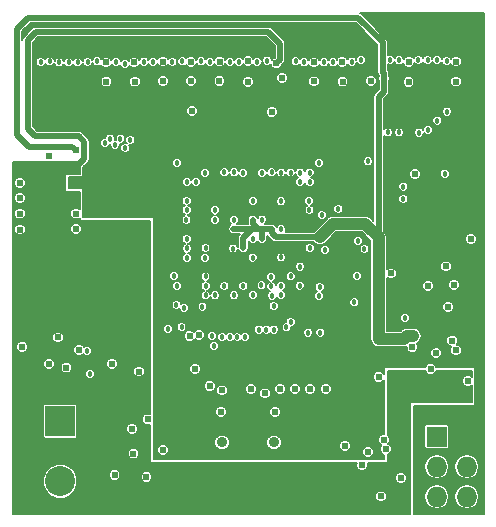
<source format=gbr>
%FSLAX46Y46*%
G04 Gerber Fmt 4.6, Leading zero omitted, Abs format (unit mm)*
G04 Created by KiCad (PCBNEW (2014-10-25 BZR 5223)-product) date 02/11/2014 18:34:45*
%MOMM*%
G01*
G04 APERTURE LIST*
%ADD10C,0.100000*%
%ADD11R,2.540000X2.540000*%
%ADD12C,2.540000*%
%ADD13R,1.727200X1.727200*%
%ADD14O,1.727200X1.727200*%
%ADD15C,0.909320*%
%ADD16C,0.609600*%
%ADD17C,0.457199*%
%ADD18C,0.457200*%
%ADD19C,0.508000*%
%ADD20C,1.016000*%
%ADD21C,0.512000*%
%ADD22C,0.127000*%
G04 APERTURE END LIST*
D10*
D11*
X64100000Y-134610000D03*
D12*
X64100000Y-139690000D03*
D13*
X95980000Y-135910000D03*
D14*
X98520000Y-135910000D03*
X95980000Y-138450000D03*
X98520000Y-138450000D03*
X95980000Y-140990000D03*
X98520000Y-140990000D03*
D15*
X77800360Y-136399820D03*
X82199640Y-136399820D03*
D16*
X63134809Y-129750000D03*
D17*
X74000000Y-112750000D03*
X78820484Y-117582091D03*
X89000000Y-124550000D03*
D16*
X91050000Y-130850000D03*
X82000000Y-108400000D03*
X75250000Y-108350000D03*
D17*
X77194788Y-116744776D03*
X84367862Y-123129526D03*
X84379630Y-121517782D03*
D16*
X96750000Y-121500000D03*
X75050000Y-127400000D03*
X75850000Y-127300000D03*
X77800000Y-132000000D03*
D18*
X86001860Y-112737900D03*
X84388456Y-114351581D03*
X82000249Y-113539453D03*
X82770566Y-115992626D03*
X85202810Y-116742056D03*
X78799849Y-113539453D03*
X75575725Y-114336416D03*
X74799350Y-116739853D03*
X81200150Y-117539953D03*
X80428792Y-119167600D03*
X74812273Y-119973752D03*
X78747494Y-119987557D03*
X82798386Y-120742357D03*
X85210547Y-119950151D03*
X81976308Y-123186609D03*
X85984080Y-123979940D03*
X73941940Y-124787660D03*
X77999750Y-123140653D03*
D16*
X88000840Y-105851960D03*
X97609660Y-105849420D03*
X97622360Y-104152700D03*
X93596460Y-105877360D03*
X93609160Y-104165400D03*
X87980520Y-104165400D03*
X90403680Y-105796080D03*
X85595460Y-105836720D03*
X85582760Y-104233980D03*
X79994760Y-105862120D03*
X79994760Y-104099360D03*
X77597000Y-104152700D03*
X77571600Y-105808780D03*
X75158600Y-105796080D03*
X75158600Y-104193340D03*
X72801480Y-105821480D03*
X72776080Y-104152700D03*
X70365620Y-104233980D03*
X70403720Y-105849420D03*
X67980560Y-104233980D03*
X68008500Y-105849420D03*
X68484940Y-129746280D03*
X64621600Y-130068860D03*
X65706180Y-128593120D03*
X63902780Y-127518700D03*
X60890340Y-128301020D03*
X70758240Y-130399060D03*
X91658240Y-136967720D03*
X89659260Y-138334240D03*
X90166009Y-137217873D03*
X88211460Y-136683240D03*
X91516000Y-136180320D03*
X92933320Y-139436600D03*
X91246760Y-140968220D03*
X93917400Y-128339920D03*
X97580080Y-128614240D03*
X95926540Y-128830140D03*
X97290520Y-127778580D03*
X95458746Y-130181764D03*
X98603700Y-131205040D03*
X71500000Y-134450000D03*
X70300000Y-137350000D03*
X71400000Y-139350000D03*
X72800000Y-137050000D03*
X94150000Y-113700000D03*
X98850000Y-119200000D03*
X97450000Y-123050000D03*
X95250000Y-123150000D03*
X63125000Y-112175000D03*
X60675000Y-114425000D03*
X60675000Y-115725000D03*
X60675000Y-117025000D03*
X60675000Y-118375000D03*
X86575000Y-131875000D03*
X83975000Y-131875000D03*
X82725000Y-131875000D03*
X92100000Y-122100000D03*
D17*
X82800350Y-118359848D03*
X80390151Y-120750251D03*
X80409949Y-115949650D03*
X77199650Y-117559748D03*
X76404412Y-123145575D03*
D16*
X85250000Y-131900000D03*
X82300000Y-133800000D03*
X81450000Y-132250000D03*
X82399661Y-104300094D03*
X98654690Y-132567562D03*
X93276220Y-140866620D03*
X87370720Y-139794740D03*
X93135080Y-131486980D03*
X65425000Y-113125000D03*
X65425000Y-115725000D03*
D17*
X81200000Y-120742349D03*
X77994888Y-119955125D03*
X79567776Y-116770325D03*
X85171008Y-118392757D03*
D16*
X81950000Y-111750000D03*
X75350000Y-111550000D03*
D17*
X77189752Y-119150049D03*
X78789951Y-115949649D03*
X73780000Y-121170000D03*
X77199651Y-121560248D03*
X74800000Y-118350000D03*
X74820367Y-115182230D03*
X81176064Y-115913422D03*
X85204953Y-122355984D03*
X83580044Y-123182530D03*
X82800000Y-122350000D03*
D16*
X95300000Y-120600000D03*
X88150000Y-135850000D03*
X95750000Y-124950000D03*
X65425000Y-114425000D03*
X88550000Y-119900000D03*
D17*
X82000000Y-117550000D03*
X77989851Y-120750250D03*
X78850000Y-121600000D03*
X79605094Y-115944958D03*
X77179349Y-118318089D03*
X77189752Y-119150049D03*
X77200000Y-123150000D03*
X79600000Y-123950000D03*
X82820756Y-119918170D03*
X73997828Y-113550000D03*
X77204455Y-114354482D03*
X79590051Y-114349451D03*
X82794924Y-114345039D03*
X83600000Y-115950000D03*
X84390652Y-115149550D03*
D16*
X91506030Y-105600000D03*
X91050000Y-127650000D03*
X93998680Y-127438220D03*
X65425000Y-111675000D03*
D17*
X81200000Y-119150000D03*
X80400000Y-117550000D03*
X79600000Y-119950000D03*
X82000249Y-118340052D03*
X78767892Y-118329564D03*
D16*
X75535766Y-130175091D03*
X68700000Y-139150000D03*
X65425000Y-118325000D03*
X80250000Y-131900000D03*
X77700000Y-133800000D03*
X76750000Y-131650000D03*
X70200000Y-135250000D03*
X65425000Y-117025000D03*
X96950000Y-124950000D03*
D17*
X93150000Y-115800000D03*
X93150000Y-114750000D03*
D16*
X82900000Y-105550000D03*
D18*
X62440820Y-104173020D03*
X67867281Y-111069548D03*
X68303140Y-110680550D03*
X63197740Y-104150160D03*
X64018160Y-104233980D03*
X68727320Y-111183420D03*
X69199749Y-110680550D03*
X64808100Y-104233980D03*
X65575180Y-104231440D03*
X69618850Y-111490760D03*
X70037960Y-110810040D03*
X66408300Y-104185720D03*
X92001340Y-104018080D03*
X91826080Y-110159840D03*
X92788740Y-104053640D03*
X92788740Y-110159840D03*
X94452440Y-110167420D03*
X94416880Y-104030780D03*
X95204280Y-104013000D03*
X95222060Y-109966760D03*
X96009460Y-104048560D03*
X96027240Y-109161580D03*
X96814640Y-104099360D03*
X96832420Y-108389420D03*
D17*
X83600450Y-122340551D03*
X73240000Y-126800000D03*
X84395689Y-113554324D03*
X74370000Y-126642948D03*
X74600000Y-125000000D03*
X86065141Y-123239870D03*
D18*
X66364123Y-128650057D03*
X66607880Y-130592100D03*
D17*
X76399551Y-119960049D03*
X89860000Y-120010000D03*
X77200000Y-123950000D03*
X78450000Y-127500000D03*
X80420853Y-123918215D03*
X79750000Y-127500000D03*
X78800000Y-123950000D03*
X79100000Y-127500000D03*
X76350000Y-120800000D03*
X76950000Y-127400000D03*
X76400000Y-122350000D03*
X77100000Y-128250000D03*
X86120143Y-127104434D03*
D18*
X82800000Y-123150000D03*
X80900000Y-126850000D03*
X79600000Y-123150000D03*
D17*
X81138104Y-123105616D03*
D18*
X81550000Y-126850000D03*
D17*
X93280891Y-125850000D03*
X83602764Y-126196262D03*
D18*
X96650000Y-113650000D03*
X82779364Y-123918008D03*
D17*
X81966743Y-122397957D03*
D18*
X82200000Y-126850000D03*
X85100000Y-127100000D03*
X82169108Y-124859433D03*
D17*
X89250000Y-122300000D03*
X76143510Y-124906490D03*
X77800000Y-127500000D03*
X76400000Y-123950000D03*
X83255405Y-126665975D03*
D18*
X82031835Y-123970711D03*
D17*
X74000000Y-123150000D03*
D18*
X67231260Y-104134920D03*
D17*
X73755088Y-122303359D03*
D18*
X68826380Y-104203500D03*
D17*
X74820003Y-120782513D03*
D18*
X69575680Y-104338120D03*
X71188580Y-104160320D03*
X74798903Y-119159488D03*
X71950580Y-104167940D03*
X74789453Y-117549850D03*
X73591420Y-104167940D03*
X74799350Y-115939754D03*
X74442320Y-104137460D03*
X74816478Y-114377718D03*
X76024740Y-104137460D03*
X76358584Y-113606231D03*
X76758800Y-104195880D03*
X77999750Y-113539453D03*
X78458060Y-104167940D03*
X79570580Y-113576100D03*
X79220060Y-104167940D03*
X81180454Y-113580520D03*
X80772000Y-104167940D03*
X82810247Y-113549350D03*
D17*
X83600000Y-113550000D03*
D18*
X81592420Y-104079040D03*
X84025740Y-104137460D03*
X85210547Y-113549351D03*
X84759800Y-104226360D03*
X85210548Y-114349449D03*
X86408260Y-104226360D03*
X85163873Y-115974209D03*
D17*
X86249383Y-117149383D03*
D18*
X87170260Y-104226360D03*
D17*
X87650000Y-116652059D03*
D18*
X88783160Y-104155240D03*
D17*
X90162085Y-112612085D03*
X89300000Y-119350000D03*
X86500000Y-120100000D03*
D18*
X89588340Y-104028240D03*
D19*
X82399661Y-104300094D02*
X82704460Y-103995295D01*
X61335010Y-109835010D02*
X61950000Y-110450000D01*
X82704460Y-103995295D02*
X82704460Y-102654460D01*
X82704460Y-102654460D02*
X81685010Y-101635010D01*
X81685010Y-101635010D02*
X62063028Y-101635010D01*
X62063028Y-101635010D02*
X61335010Y-102363028D01*
X65650000Y-110450000D02*
X66150000Y-110950000D01*
X61335010Y-102363028D02*
X61335010Y-109835010D01*
X61950000Y-110450000D02*
X65650000Y-110450000D01*
X66150000Y-110950000D02*
X66150000Y-112400000D01*
X66150000Y-112400000D02*
X65729799Y-112820201D01*
X65729799Y-112820201D02*
X65425000Y-113125000D01*
X91506030Y-105600000D02*
X91506030Y-105168948D01*
X89300000Y-100450000D02*
X61400000Y-100450000D01*
X91506030Y-105168948D02*
X91391739Y-105054657D01*
X91391739Y-105054657D02*
X91391739Y-102541739D01*
X91391739Y-102541739D02*
X89300000Y-100450000D01*
X61400000Y-100450000D02*
X60450000Y-101400000D01*
X60450000Y-101400000D02*
X60450000Y-110350000D01*
X65120201Y-111370201D02*
X65425000Y-111675000D01*
X60450000Y-110350000D02*
X61470201Y-111370201D01*
X61470201Y-111370201D02*
X65120201Y-111370201D01*
X91050000Y-114450000D02*
X91050000Y-119050000D01*
X91050000Y-114450000D02*
X91050000Y-107150000D01*
X91050000Y-107150000D02*
X91506030Y-106693970D01*
X91506030Y-106693970D02*
X91506030Y-105600000D01*
X78767892Y-118329564D02*
X79091179Y-118329564D01*
X79091179Y-118329564D02*
X79101667Y-118340052D01*
X79101667Y-118340052D02*
X80354130Y-118340052D01*
X79600000Y-119950000D02*
X79600000Y-119094182D01*
X79600000Y-119094182D02*
X80354130Y-118340052D01*
X80354130Y-118340052D02*
X80866765Y-118340052D01*
X82000249Y-118340052D02*
X81199127Y-118340052D01*
X81199127Y-118340052D02*
X80866765Y-118340052D01*
X81200000Y-119150000D02*
X81200000Y-118826713D01*
X81200000Y-118826713D02*
X81199127Y-118825840D01*
X81199127Y-118825840D02*
X81199127Y-118340052D01*
X80866765Y-118340052D02*
X80400000Y-117873287D01*
X80400000Y-117873287D02*
X80400000Y-117550000D01*
D20*
X87200000Y-117900000D02*
X86097642Y-119002358D01*
D19*
X82339268Y-119002358D02*
X86097642Y-119002358D01*
X86097642Y-119002358D02*
X86100000Y-119000000D01*
D20*
X89900000Y-117900000D02*
X87200000Y-117900000D01*
D19*
X82339268Y-119002358D02*
X82000249Y-118663339D01*
X82000249Y-118663339D02*
X82000249Y-118340052D01*
D20*
X91050000Y-119050000D02*
X89900000Y-117900000D01*
X91050000Y-127650000D02*
X93216414Y-127650000D01*
X93216414Y-127650000D02*
X93466295Y-127400119D01*
X93466295Y-127400119D02*
X93998680Y-127400119D01*
X91050000Y-127650000D02*
X91050000Y-119050000D01*
D21*
X91261780Y-127438220D02*
X91050000Y-127650000D01*
D22*
G36*
X99936500Y-142436500D02*
X99574100Y-142436500D01*
X99574100Y-141010651D01*
X99574100Y-140969349D01*
X99574100Y-138470651D01*
X99574100Y-138429349D01*
X99493861Y-138025962D01*
X99345386Y-137803753D01*
X99345386Y-119101911D01*
X99270140Y-118919801D01*
X99130932Y-118780350D01*
X98948954Y-118704786D01*
X98751911Y-118704614D01*
X98569801Y-118779860D01*
X98430350Y-118919068D01*
X98354786Y-119101046D01*
X98354614Y-119298089D01*
X98429860Y-119480199D01*
X98569068Y-119619650D01*
X98751046Y-119695214D01*
X98948089Y-119695386D01*
X99130199Y-119620140D01*
X99269650Y-119480932D01*
X99345214Y-119298954D01*
X99345386Y-119101911D01*
X99345386Y-137803753D01*
X99265361Y-137683988D01*
X98923387Y-137455488D01*
X98520000Y-137375249D01*
X98116613Y-137455488D01*
X97774639Y-137683988D01*
X97546139Y-138025962D01*
X97465900Y-138429349D01*
X97465900Y-138470651D01*
X97546139Y-138874038D01*
X97774639Y-139216012D01*
X98116613Y-139444512D01*
X98520000Y-139524751D01*
X98923387Y-139444512D01*
X99265361Y-139216012D01*
X99493861Y-138874038D01*
X99574100Y-138470651D01*
X99574100Y-140969349D01*
X99493861Y-140565962D01*
X99265361Y-140223988D01*
X98923387Y-139995488D01*
X98520000Y-139915249D01*
X98116613Y-139995488D01*
X97774639Y-140223988D01*
X97546139Y-140565962D01*
X97465900Y-140969349D01*
X97465900Y-141010651D01*
X97546139Y-141414038D01*
X97774639Y-141756012D01*
X98116613Y-141984512D01*
X98520000Y-142064751D01*
X98923387Y-141984512D01*
X99265361Y-141756012D01*
X99493861Y-141414038D01*
X99574100Y-141010651D01*
X99574100Y-142436500D01*
X97034100Y-142436500D01*
X97034100Y-141010651D01*
X97034100Y-140969349D01*
X97034100Y-138470651D01*
X97034100Y-138429349D01*
X97034100Y-136811493D01*
X97034100Y-136735707D01*
X97034100Y-135008507D01*
X97005098Y-134938490D01*
X96951509Y-134884902D01*
X96881493Y-134855900D01*
X96805707Y-134855900D01*
X95078507Y-134855900D01*
X95008490Y-134884902D01*
X94954902Y-134938491D01*
X94925900Y-135008507D01*
X94925900Y-135084293D01*
X94925900Y-136811493D01*
X94954902Y-136881510D01*
X95008491Y-136935098D01*
X95078507Y-136964100D01*
X95154293Y-136964100D01*
X96881493Y-136964100D01*
X96951510Y-136935098D01*
X97005098Y-136881509D01*
X97034100Y-136811493D01*
X97034100Y-138429349D01*
X96953861Y-138025962D01*
X96725361Y-137683988D01*
X96383387Y-137455488D01*
X95980000Y-137375249D01*
X95576613Y-137455488D01*
X95234639Y-137683988D01*
X95006139Y-138025962D01*
X94925900Y-138429349D01*
X94925900Y-138470651D01*
X95006139Y-138874038D01*
X95234639Y-139216012D01*
X95576613Y-139444512D01*
X95980000Y-139524751D01*
X96383387Y-139444512D01*
X96725361Y-139216012D01*
X96953861Y-138874038D01*
X97034100Y-138470651D01*
X97034100Y-140969349D01*
X96953861Y-140565962D01*
X96725361Y-140223988D01*
X96383387Y-139995488D01*
X95980000Y-139915249D01*
X95576613Y-139995488D01*
X95234639Y-140223988D01*
X95006139Y-140565962D01*
X94925900Y-140969349D01*
X94925900Y-141010651D01*
X95006139Y-141414038D01*
X95234639Y-141756012D01*
X95576613Y-141984512D01*
X95980000Y-142064751D01*
X96383387Y-141984512D01*
X96725361Y-141756012D01*
X96953861Y-141414038D01*
X97034100Y-141010651D01*
X97034100Y-142436500D01*
X94063500Y-142436500D01*
X94063500Y-133313500D01*
X99213500Y-133313500D01*
X99213500Y-129986500D01*
X98105046Y-129986500D01*
X98105046Y-105751331D01*
X98029800Y-105569221D01*
X97890592Y-105429770D01*
X97708614Y-105354206D01*
X97511571Y-105354034D01*
X97329461Y-105429280D01*
X97190010Y-105568488D01*
X97114446Y-105750466D01*
X97114274Y-105947509D01*
X97189520Y-106129619D01*
X97328728Y-106269070D01*
X97510706Y-106344634D01*
X97707749Y-106344806D01*
X97889859Y-106269560D01*
X98029310Y-106130352D01*
X98104874Y-105948374D01*
X98105046Y-105751331D01*
X98105046Y-129986500D01*
X98075466Y-129986500D01*
X98075466Y-128516151D01*
X98000220Y-128334041D01*
X97945386Y-128279111D01*
X97945386Y-122951911D01*
X97870140Y-122769801D01*
X97730932Y-122630350D01*
X97548954Y-122554786D01*
X97351911Y-122554614D01*
X97251593Y-122596064D01*
X97251593Y-108306422D01*
X97187923Y-108152329D01*
X97070131Y-108034331D01*
X96916150Y-107970393D01*
X96749422Y-107970247D01*
X96595329Y-108033917D01*
X96477331Y-108151709D01*
X96413393Y-108305690D01*
X96413247Y-108472418D01*
X96476917Y-108626511D01*
X96594709Y-108744509D01*
X96748690Y-108808447D01*
X96915418Y-108808593D01*
X97069511Y-108744923D01*
X97187509Y-108627131D01*
X97251447Y-108473150D01*
X97251593Y-108306422D01*
X97251593Y-122596064D01*
X97245386Y-122598629D01*
X97245386Y-121401911D01*
X97170140Y-121219801D01*
X97069173Y-121118657D01*
X97069173Y-113567002D01*
X97005503Y-113412909D01*
X96887711Y-113294911D01*
X96733730Y-113230973D01*
X96567002Y-113230827D01*
X96446413Y-113280653D01*
X96446413Y-109078582D01*
X96382743Y-108924489D01*
X96264951Y-108806491D01*
X96110970Y-108742553D01*
X95944242Y-108742407D01*
X95790149Y-108806077D01*
X95672151Y-108923869D01*
X95608213Y-109077850D01*
X95608067Y-109244578D01*
X95671737Y-109398671D01*
X95789529Y-109516669D01*
X95943510Y-109580607D01*
X96110238Y-109580753D01*
X96264331Y-109517083D01*
X96382329Y-109399291D01*
X96446267Y-109245310D01*
X96446413Y-109078582D01*
X96446413Y-113280653D01*
X96412909Y-113294497D01*
X96294911Y-113412289D01*
X96230973Y-113566270D01*
X96230827Y-113732998D01*
X96294497Y-113887091D01*
X96412289Y-114005089D01*
X96566270Y-114069027D01*
X96732998Y-114069173D01*
X96887091Y-114005503D01*
X97005089Y-113887711D01*
X97069027Y-113733730D01*
X97069173Y-113567002D01*
X97069173Y-121118657D01*
X97030932Y-121080350D01*
X96848954Y-121004786D01*
X96651911Y-121004614D01*
X96469801Y-121079860D01*
X96330350Y-121219068D01*
X96254786Y-121401046D01*
X96254614Y-121598089D01*
X96329860Y-121780199D01*
X96469068Y-121919650D01*
X96651046Y-121995214D01*
X96848089Y-121995386D01*
X97030199Y-121920140D01*
X97169650Y-121780932D01*
X97245214Y-121598954D01*
X97245386Y-121401911D01*
X97245386Y-122598629D01*
X97169801Y-122629860D01*
X97030350Y-122769068D01*
X96954786Y-122951046D01*
X96954614Y-123148089D01*
X97029860Y-123330199D01*
X97169068Y-123469650D01*
X97351046Y-123545214D01*
X97548089Y-123545386D01*
X97730199Y-123470140D01*
X97869650Y-123330932D01*
X97945214Y-123148954D01*
X97945386Y-122951911D01*
X97945386Y-128279111D01*
X97861012Y-128194590D01*
X97679034Y-128119026D01*
X97650576Y-128119001D01*
X97710170Y-128059512D01*
X97785734Y-127877534D01*
X97785906Y-127680491D01*
X97710660Y-127498381D01*
X97571452Y-127358930D01*
X97445386Y-127306582D01*
X97445386Y-124851911D01*
X97370140Y-124669801D01*
X97230932Y-124530350D01*
X97048954Y-124454786D01*
X96851911Y-124454614D01*
X96669801Y-124529860D01*
X96530350Y-124669068D01*
X96454786Y-124851046D01*
X96454614Y-125048089D01*
X96529860Y-125230199D01*
X96669068Y-125369650D01*
X96851046Y-125445214D01*
X97048089Y-125445386D01*
X97230199Y-125370140D01*
X97369650Y-125230932D01*
X97445214Y-125048954D01*
X97445386Y-124851911D01*
X97445386Y-127306582D01*
X97389474Y-127283366D01*
X97192431Y-127283194D01*
X97010321Y-127358440D01*
X96870870Y-127497648D01*
X96795306Y-127679626D01*
X96795134Y-127876669D01*
X96870380Y-128058779D01*
X97009588Y-128198230D01*
X97191566Y-128273794D01*
X97220023Y-128273818D01*
X97160430Y-128333308D01*
X97084866Y-128515286D01*
X97084694Y-128712329D01*
X97159940Y-128894439D01*
X97299148Y-129033890D01*
X97481126Y-129109454D01*
X97678169Y-129109626D01*
X97860279Y-129034380D01*
X97999730Y-128895172D01*
X98075294Y-128713194D01*
X98075466Y-128516151D01*
X98075466Y-129986500D01*
X96421926Y-129986500D01*
X96421926Y-128732051D01*
X96346680Y-128549941D01*
X96207472Y-128410490D01*
X96025494Y-128334926D01*
X95828451Y-128334754D01*
X95745386Y-128369075D01*
X95745386Y-123051911D01*
X95670140Y-122869801D01*
X95641233Y-122840843D01*
X95641233Y-109883762D01*
X95577563Y-109729669D01*
X95459771Y-109611671D01*
X95305790Y-109547733D01*
X95139062Y-109547587D01*
X94984969Y-109611257D01*
X94866971Y-109729049D01*
X94803033Y-109883030D01*
X94802995Y-109925373D01*
X94690151Y-109812331D01*
X94536170Y-109748393D01*
X94369442Y-109748247D01*
X94215349Y-109811917D01*
X94097351Y-109929709D01*
X94091846Y-109942966D01*
X94091846Y-105779271D01*
X94016600Y-105597161D01*
X93877392Y-105457710D01*
X93695414Y-105382146D01*
X93498371Y-105381974D01*
X93316261Y-105457220D01*
X93176810Y-105596428D01*
X93101246Y-105778406D01*
X93101074Y-105975449D01*
X93176320Y-106157559D01*
X93315528Y-106297010D01*
X93497506Y-106372574D01*
X93694549Y-106372746D01*
X93876659Y-106297500D01*
X94016110Y-106158292D01*
X94091674Y-105976314D01*
X94091846Y-105779271D01*
X94091846Y-109942966D01*
X94033413Y-110083690D01*
X94033267Y-110250418D01*
X94096937Y-110404511D01*
X94214729Y-110522509D01*
X94368710Y-110586447D01*
X94535438Y-110586593D01*
X94689531Y-110522923D01*
X94807529Y-110405131D01*
X94871467Y-110251150D01*
X94871504Y-110208806D01*
X94984349Y-110321849D01*
X95138330Y-110385787D01*
X95305058Y-110385933D01*
X95459151Y-110322263D01*
X95577149Y-110204471D01*
X95641087Y-110050490D01*
X95641233Y-109883762D01*
X95641233Y-122840843D01*
X95530932Y-122730350D01*
X95348954Y-122654786D01*
X95151911Y-122654614D01*
X94969801Y-122729860D01*
X94830350Y-122869068D01*
X94754786Y-123051046D01*
X94754614Y-123248089D01*
X94829860Y-123430199D01*
X94969068Y-123569650D01*
X95151046Y-123645214D01*
X95348089Y-123645386D01*
X95530199Y-123570140D01*
X95669650Y-123430932D01*
X95745214Y-123248954D01*
X95745386Y-123051911D01*
X95745386Y-128369075D01*
X95646341Y-128410000D01*
X95506890Y-128549208D01*
X95431326Y-128731186D01*
X95431154Y-128928229D01*
X95506400Y-129110339D01*
X95645608Y-129249790D01*
X95827586Y-129325354D01*
X96024629Y-129325526D01*
X96206739Y-129250280D01*
X96346190Y-129111072D01*
X96421754Y-128929094D01*
X96421926Y-128732051D01*
X96421926Y-129986500D01*
X95913980Y-129986500D01*
X95878886Y-129901565D01*
X95739678Y-129762114D01*
X95557700Y-129686550D01*
X95360657Y-129686378D01*
X95178547Y-129761624D01*
X95039096Y-129900832D01*
X95003523Y-129986500D01*
X91486500Y-129986500D01*
X91486500Y-130609395D01*
X91470140Y-130569801D01*
X91330932Y-130430350D01*
X91148954Y-130354786D01*
X90951911Y-130354614D01*
X90769801Y-130429860D01*
X90630350Y-130569068D01*
X90554786Y-130751046D01*
X90554614Y-130948089D01*
X90629860Y-131130199D01*
X90769068Y-131269650D01*
X90951046Y-131345214D01*
X91148089Y-131345386D01*
X91330199Y-131270140D01*
X91469650Y-131130932D01*
X91486500Y-131090352D01*
X91486500Y-135684993D01*
X91417911Y-135684934D01*
X91235801Y-135760180D01*
X91096350Y-135899388D01*
X91020786Y-136081366D01*
X91020614Y-136278409D01*
X91095860Y-136460519D01*
X91235068Y-136599970D01*
X91298976Y-136626507D01*
X91238590Y-136686788D01*
X91163026Y-136868766D01*
X91162854Y-137065809D01*
X91238100Y-137247919D01*
X91377308Y-137387370D01*
X91486500Y-137432710D01*
X91486500Y-137836500D01*
X90661395Y-137836500D01*
X90661395Y-137119784D01*
X90586149Y-136937674D01*
X90446941Y-136798223D01*
X90279172Y-136728559D01*
X90279172Y-119927002D01*
X90215502Y-119772909D01*
X90097711Y-119654912D01*
X89943730Y-119590974D01*
X89777002Y-119590828D01*
X89719172Y-119614722D01*
X89719172Y-119267002D01*
X89655502Y-119112909D01*
X89537711Y-118994912D01*
X89383730Y-118930974D01*
X89217002Y-118930828D01*
X89062909Y-118994498D01*
X88944912Y-119112289D01*
X88880974Y-119266270D01*
X88880828Y-119432998D01*
X88944498Y-119587091D01*
X89062289Y-119705088D01*
X89216270Y-119769026D01*
X89382998Y-119769172D01*
X89537091Y-119705502D01*
X89655088Y-119587711D01*
X89719026Y-119433730D01*
X89719172Y-119267002D01*
X89719172Y-119614722D01*
X89622909Y-119654498D01*
X89504912Y-119772289D01*
X89440974Y-119926270D01*
X89440828Y-120092998D01*
X89504498Y-120247091D01*
X89622289Y-120365088D01*
X89776270Y-120429026D01*
X89942998Y-120429172D01*
X90097091Y-120365502D01*
X90215088Y-120247711D01*
X90279026Y-120093730D01*
X90279172Y-119927002D01*
X90279172Y-136728559D01*
X90264963Y-136722659D01*
X90067920Y-136722487D01*
X89885810Y-136797733D01*
X89746359Y-136936941D01*
X89670795Y-137118919D01*
X89670623Y-137315962D01*
X89745869Y-137498072D01*
X89885077Y-137637523D01*
X90067055Y-137713087D01*
X90264098Y-137713259D01*
X90446208Y-137638013D01*
X90585659Y-137498805D01*
X90661223Y-137316827D01*
X90661395Y-137119784D01*
X90661395Y-137836500D01*
X89669172Y-137836500D01*
X89669172Y-122217002D01*
X89605502Y-122062909D01*
X89487711Y-121944912D01*
X89333730Y-121880974D01*
X89167002Y-121880828D01*
X89012909Y-121944498D01*
X88894912Y-122062289D01*
X88830974Y-122216270D01*
X88830828Y-122382998D01*
X88894498Y-122537091D01*
X89012289Y-122655088D01*
X89166270Y-122719026D01*
X89332998Y-122719172D01*
X89487091Y-122655502D01*
X89605088Y-122537711D01*
X89669026Y-122383730D01*
X89669172Y-122217002D01*
X89669172Y-137836500D01*
X89419172Y-137836500D01*
X89419172Y-124467002D01*
X89355502Y-124312909D01*
X89237711Y-124194912D01*
X89083730Y-124130974D01*
X88917002Y-124130828D01*
X88762909Y-124194498D01*
X88644912Y-124312289D01*
X88580974Y-124466270D01*
X88580828Y-124632998D01*
X88644498Y-124787091D01*
X88762289Y-124905088D01*
X88916270Y-124969026D01*
X89082998Y-124969172D01*
X89237091Y-124905502D01*
X89355088Y-124787711D01*
X89419026Y-124633730D01*
X89419172Y-124467002D01*
X89419172Y-137836500D01*
X88706846Y-137836500D01*
X88706846Y-136585151D01*
X88631600Y-136403041D01*
X88492392Y-136263590D01*
X88310414Y-136188026D01*
X88113371Y-136187854D01*
X87931261Y-136263100D01*
X87791810Y-136402308D01*
X87716246Y-136584286D01*
X87716074Y-136781329D01*
X87791320Y-136963439D01*
X87930528Y-137102890D01*
X88112506Y-137178454D01*
X88309549Y-137178626D01*
X88491659Y-137103380D01*
X88631110Y-136964172D01*
X88706674Y-136782194D01*
X88706846Y-136585151D01*
X88706846Y-137836500D01*
X87070386Y-137836500D01*
X87070386Y-131776911D01*
X86995140Y-131594801D01*
X86919172Y-131518700D01*
X86919172Y-120017002D01*
X86855502Y-119862909D01*
X86737711Y-119744912D01*
X86583730Y-119680974D01*
X86417002Y-119680828D01*
X86262909Y-119744498D01*
X86144912Y-119862289D01*
X86080974Y-120016270D01*
X86080828Y-120182998D01*
X86144498Y-120337091D01*
X86262289Y-120455088D01*
X86416270Y-120519026D01*
X86582998Y-120519172D01*
X86737091Y-120455502D01*
X86855088Y-120337711D01*
X86919026Y-120183730D01*
X86919172Y-120017002D01*
X86919172Y-131518700D01*
X86855932Y-131455350D01*
X86673954Y-131379786D01*
X86539315Y-131379668D01*
X86539315Y-127021436D01*
X86484313Y-126888321D01*
X86484313Y-123156872D01*
X86420643Y-123002779D01*
X86302852Y-122884782D01*
X86148871Y-122820844D01*
X85982143Y-122820698D01*
X85828050Y-122884368D01*
X85710053Y-123002159D01*
X85646115Y-123156140D01*
X85645969Y-123322868D01*
X85709639Y-123476961D01*
X85824773Y-123592297D01*
X85746989Y-123624437D01*
X85629720Y-123741501D01*
X85629720Y-119867153D01*
X85566050Y-119713060D01*
X85448258Y-119595062D01*
X85294277Y-119531124D01*
X85127549Y-119530978D01*
X84973456Y-119594648D01*
X84855458Y-119712440D01*
X84791520Y-119866421D01*
X84791374Y-120033149D01*
X84855044Y-120187242D01*
X84972836Y-120305240D01*
X85126817Y-120369178D01*
X85293545Y-120369324D01*
X85447638Y-120305654D01*
X85565636Y-120187862D01*
X85629574Y-120033881D01*
X85629720Y-119867153D01*
X85629720Y-123741501D01*
X85628991Y-123742229D01*
X85565053Y-123896210D01*
X85564907Y-124062938D01*
X85628577Y-124217031D01*
X85746369Y-124335029D01*
X85900350Y-124398967D01*
X86067078Y-124399113D01*
X86221171Y-124335443D01*
X86339169Y-124217651D01*
X86403107Y-124063670D01*
X86403253Y-123896942D01*
X86339583Y-123742849D01*
X86224447Y-123627511D01*
X86302232Y-123595372D01*
X86420229Y-123477581D01*
X86484167Y-123323600D01*
X86484313Y-123156872D01*
X86484313Y-126888321D01*
X86475645Y-126867343D01*
X86357854Y-126749346D01*
X86203873Y-126685408D01*
X86037145Y-126685262D01*
X85883052Y-126748932D01*
X85765055Y-126866723D01*
X85701117Y-127020704D01*
X85700971Y-127187432D01*
X85764641Y-127341525D01*
X85882432Y-127459522D01*
X86036413Y-127523460D01*
X86203141Y-127523606D01*
X86357234Y-127459936D01*
X86475231Y-127342145D01*
X86539169Y-127188164D01*
X86539315Y-127021436D01*
X86539315Y-131379668D01*
X86476911Y-131379614D01*
X86294801Y-131454860D01*
X86155350Y-131594068D01*
X86079786Y-131776046D01*
X86079614Y-131973089D01*
X86154860Y-132155199D01*
X86294068Y-132294650D01*
X86476046Y-132370214D01*
X86673089Y-132370386D01*
X86855199Y-132295140D01*
X86994650Y-132155932D01*
X87070214Y-131973954D01*
X87070386Y-131776911D01*
X87070386Y-137836500D01*
X85745386Y-137836500D01*
X85745386Y-131801911D01*
X85670140Y-131619801D01*
X85530932Y-131480350D01*
X85519173Y-131475467D01*
X85519173Y-127017002D01*
X85455503Y-126862909D01*
X85337711Y-126744911D01*
X85183730Y-126680973D01*
X85017002Y-126680827D01*
X84862909Y-126744497D01*
X84798802Y-126808492D01*
X84798802Y-121434784D01*
X84735132Y-121280691D01*
X84617341Y-121162694D01*
X84463360Y-121098756D01*
X84296632Y-121098610D01*
X84142539Y-121162280D01*
X84024542Y-121280071D01*
X83960604Y-121434052D01*
X83960458Y-121600780D01*
X84024128Y-121754873D01*
X84141919Y-121872870D01*
X84295900Y-121936808D01*
X84462628Y-121936954D01*
X84616721Y-121873284D01*
X84734718Y-121755493D01*
X84798656Y-121601512D01*
X84798802Y-121434784D01*
X84798802Y-126808492D01*
X84787034Y-126820239D01*
X84787034Y-123046528D01*
X84723364Y-122892435D01*
X84605573Y-122774438D01*
X84451592Y-122710500D01*
X84284864Y-122710354D01*
X84130771Y-122774024D01*
X84019622Y-122884978D01*
X84019622Y-122257553D01*
X83955952Y-122103460D01*
X83838161Y-121985463D01*
X83684180Y-121921525D01*
X83517452Y-121921379D01*
X83363359Y-121985049D01*
X83245362Y-122102840D01*
X83217559Y-122169797D01*
X83217559Y-120659359D01*
X83153889Y-120505266D01*
X83036097Y-120387268D01*
X82882116Y-120323330D01*
X82715388Y-120323184D01*
X82561295Y-120386854D01*
X82443297Y-120504646D01*
X82379359Y-120658627D01*
X82379213Y-120825355D01*
X82442883Y-120979448D01*
X82560675Y-121097446D01*
X82714656Y-121161384D01*
X82881384Y-121161530D01*
X83035477Y-121097860D01*
X83153475Y-120980068D01*
X83217413Y-120826087D01*
X83217559Y-120659359D01*
X83217559Y-122169797D01*
X83181424Y-122256821D01*
X83181278Y-122423549D01*
X83244948Y-122577642D01*
X83362739Y-122695639D01*
X83516720Y-122759577D01*
X83683448Y-122759723D01*
X83837541Y-122696053D01*
X83955538Y-122578262D01*
X84019476Y-122424281D01*
X84019622Y-122257553D01*
X84019622Y-122884978D01*
X84012774Y-122891815D01*
X83948836Y-123045796D01*
X83948690Y-123212524D01*
X84012360Y-123366617D01*
X84130151Y-123484614D01*
X84284132Y-123548552D01*
X84450860Y-123548698D01*
X84604953Y-123485028D01*
X84722950Y-123367237D01*
X84786888Y-123213256D01*
X84787034Y-123046528D01*
X84787034Y-126820239D01*
X84744911Y-126862289D01*
X84680973Y-127016270D01*
X84680827Y-127182998D01*
X84744497Y-127337091D01*
X84862289Y-127455089D01*
X85016270Y-127519027D01*
X85182998Y-127519173D01*
X85337091Y-127455503D01*
X85455089Y-127337711D01*
X85519027Y-127183730D01*
X85519173Y-127017002D01*
X85519173Y-131475467D01*
X85348954Y-131404786D01*
X85151911Y-131404614D01*
X84969801Y-131479860D01*
X84830350Y-131619068D01*
X84754786Y-131801046D01*
X84754614Y-131998089D01*
X84829860Y-132180199D01*
X84969068Y-132319650D01*
X85151046Y-132395214D01*
X85348089Y-132395386D01*
X85530199Y-132320140D01*
X85669650Y-132180932D01*
X85745214Y-131998954D01*
X85745386Y-131801911D01*
X85745386Y-137836500D01*
X84470386Y-137836500D01*
X84470386Y-131776911D01*
X84395140Y-131594801D01*
X84255932Y-131455350D01*
X84073954Y-131379786D01*
X84021936Y-131379740D01*
X84021936Y-126113264D01*
X83958266Y-125959171D01*
X83840475Y-125841174D01*
X83686494Y-125777236D01*
X83519766Y-125777090D01*
X83365673Y-125840760D01*
X83247676Y-125958551D01*
X83219173Y-126027194D01*
X83219173Y-123067002D01*
X83155503Y-122912909D01*
X83037711Y-122794911D01*
X82883730Y-122730973D01*
X82717002Y-122730827D01*
X82562909Y-122794497D01*
X82444911Y-122912289D01*
X82380973Y-123066270D01*
X82380971Y-123068494D01*
X82331811Y-122949518D01*
X82214019Y-122831520D01*
X82114710Y-122790283D01*
X82203834Y-122753459D01*
X82321831Y-122635668D01*
X82385769Y-122481687D01*
X82385915Y-122314959D01*
X82322245Y-122160866D01*
X82204454Y-122042869D01*
X82050473Y-121978931D01*
X81883745Y-121978785D01*
X81729652Y-122042455D01*
X81611655Y-122160246D01*
X81547717Y-122314227D01*
X81547571Y-122480955D01*
X81611241Y-122635048D01*
X81729032Y-122753045D01*
X81828340Y-122794281D01*
X81739217Y-122831106D01*
X81621219Y-122948898D01*
X81557281Y-123102879D01*
X81557276Y-123108588D01*
X81557276Y-123022618D01*
X81493606Y-122868525D01*
X81375815Y-122750528D01*
X81221834Y-122686590D01*
X81055106Y-122686444D01*
X80901013Y-122750114D01*
X80809323Y-122841643D01*
X80809323Y-120667253D01*
X80745653Y-120513160D01*
X80627862Y-120395163D01*
X80473881Y-120331225D01*
X80307153Y-120331079D01*
X80153060Y-120394749D01*
X80035063Y-120512540D01*
X79971125Y-120666521D01*
X79970979Y-120833249D01*
X80034649Y-120987342D01*
X80152440Y-121105339D01*
X80306421Y-121169277D01*
X80473149Y-121169423D01*
X80627242Y-121105753D01*
X80745239Y-120987962D01*
X80809177Y-120833981D01*
X80809323Y-120667253D01*
X80809323Y-122841643D01*
X80783016Y-122867905D01*
X80719078Y-123021886D01*
X80718932Y-123188614D01*
X80782602Y-123342707D01*
X80900393Y-123460704D01*
X81054374Y-123524642D01*
X81221102Y-123524788D01*
X81375195Y-123461118D01*
X81493192Y-123343327D01*
X81557130Y-123189346D01*
X81557276Y-123022618D01*
X81557276Y-123108588D01*
X81557135Y-123269607D01*
X81620805Y-123423700D01*
X81738597Y-123541698D01*
X81855335Y-123590171D01*
X81794744Y-123615208D01*
X81676746Y-123733000D01*
X81612808Y-123886981D01*
X81612662Y-124053709D01*
X81676332Y-124207802D01*
X81794124Y-124325800D01*
X81948105Y-124389738D01*
X82114833Y-124389884D01*
X82268926Y-124326214D01*
X82386924Y-124208422D01*
X82416481Y-124137239D01*
X82423861Y-124155099D01*
X82541653Y-124273097D01*
X82695634Y-124337035D01*
X82862362Y-124337181D01*
X83016455Y-124273511D01*
X83134453Y-124155719D01*
X83198391Y-124001738D01*
X83198537Y-123835010D01*
X83134867Y-123680917D01*
X83017075Y-123562919D01*
X82957750Y-123538285D01*
X83037091Y-123505503D01*
X83155089Y-123387711D01*
X83219027Y-123233730D01*
X83219173Y-123067002D01*
X83219173Y-126027194D01*
X83183738Y-126112532D01*
X83183620Y-126246812D01*
X83172407Y-126246803D01*
X83018314Y-126310473D01*
X82900317Y-126428264D01*
X82836379Y-126582245D01*
X82836233Y-126748973D01*
X82899903Y-126903066D01*
X83017694Y-127021063D01*
X83171675Y-127085001D01*
X83338403Y-127085147D01*
X83492496Y-127021477D01*
X83610493Y-126903686D01*
X83674431Y-126749705D01*
X83674548Y-126615424D01*
X83685762Y-126615434D01*
X83839855Y-126551764D01*
X83957852Y-126433973D01*
X84021790Y-126279992D01*
X84021936Y-126113264D01*
X84021936Y-131379740D01*
X83876911Y-131379614D01*
X83694801Y-131454860D01*
X83555350Y-131594068D01*
X83479786Y-131776046D01*
X83479614Y-131973089D01*
X83554860Y-132155199D01*
X83694068Y-132294650D01*
X83876046Y-132370214D01*
X84073089Y-132370386D01*
X84255199Y-132295140D01*
X84394650Y-132155932D01*
X84470214Y-131973954D01*
X84470386Y-131776911D01*
X84470386Y-137836500D01*
X83220386Y-137836500D01*
X83220386Y-131776911D01*
X83145140Y-131594801D01*
X83005932Y-131455350D01*
X82823954Y-131379786D01*
X82626911Y-131379614D01*
X82619173Y-131382811D01*
X82619173Y-126767002D01*
X82588281Y-126692237D01*
X82588281Y-124776435D01*
X82524611Y-124622342D01*
X82406819Y-124504344D01*
X82252838Y-124440406D01*
X82086110Y-124440260D01*
X81932017Y-124503930D01*
X81814019Y-124621722D01*
X81750081Y-124775703D01*
X81749935Y-124942431D01*
X81813605Y-125096524D01*
X81931397Y-125214522D01*
X82085378Y-125278460D01*
X82252106Y-125278606D01*
X82406199Y-125214936D01*
X82524197Y-125097144D01*
X82588135Y-124943163D01*
X82588281Y-124776435D01*
X82588281Y-126692237D01*
X82555503Y-126612909D01*
X82437711Y-126494911D01*
X82283730Y-126430973D01*
X82117002Y-126430827D01*
X81962909Y-126494497D01*
X81874949Y-126582302D01*
X81787711Y-126494911D01*
X81633730Y-126430973D01*
X81467002Y-126430827D01*
X81312909Y-126494497D01*
X81224949Y-126582302D01*
X81137711Y-126494911D01*
X80983730Y-126430973D01*
X80840025Y-126430847D01*
X80840025Y-123835217D01*
X80776355Y-123681124D01*
X80658564Y-123563127D01*
X80504583Y-123499189D01*
X80337855Y-123499043D01*
X80183762Y-123562713D01*
X80065765Y-123680504D01*
X80019173Y-123792710D01*
X80019173Y-123067002D01*
X79955503Y-122912909D01*
X79837711Y-122794911D01*
X79683730Y-122730973D01*
X79517002Y-122730827D01*
X79362909Y-122794497D01*
X79244911Y-122912289D01*
X79180973Y-123066270D01*
X79180827Y-123232998D01*
X79244497Y-123387091D01*
X79362289Y-123505089D01*
X79516270Y-123569027D01*
X79682998Y-123569173D01*
X79837091Y-123505503D01*
X79955089Y-123387711D01*
X80019027Y-123233730D01*
X80019173Y-123067002D01*
X80019173Y-123792710D01*
X80001827Y-123834485D01*
X80001681Y-124001213D01*
X80065351Y-124155306D01*
X80183142Y-124273303D01*
X80337123Y-124337241D01*
X80503851Y-124337387D01*
X80657944Y-124273717D01*
X80775941Y-124155926D01*
X80839879Y-124001945D01*
X80840025Y-123835217D01*
X80840025Y-126430847D01*
X80817002Y-126430827D01*
X80662909Y-126494497D01*
X80544911Y-126612289D01*
X80480973Y-126766270D01*
X80480827Y-126932998D01*
X80544497Y-127087091D01*
X80662289Y-127205089D01*
X80816270Y-127269027D01*
X80982998Y-127269173D01*
X81137091Y-127205503D01*
X81225050Y-127117697D01*
X81312289Y-127205089D01*
X81466270Y-127269027D01*
X81632998Y-127269173D01*
X81787091Y-127205503D01*
X81875050Y-127117697D01*
X81962289Y-127205089D01*
X82116270Y-127269027D01*
X82282998Y-127269173D01*
X82437091Y-127205503D01*
X82555089Y-127087711D01*
X82619027Y-126933730D01*
X82619173Y-126767002D01*
X82619173Y-131382811D01*
X82444801Y-131454860D01*
X82305350Y-131594068D01*
X82229786Y-131776046D01*
X82229614Y-131973089D01*
X82304860Y-132155199D01*
X82444068Y-132294650D01*
X82626046Y-132370214D01*
X82823089Y-132370386D01*
X83005199Y-132295140D01*
X83144650Y-132155932D01*
X83220214Y-131973954D01*
X83220386Y-131776911D01*
X83220386Y-137836500D01*
X82867775Y-137836500D01*
X82867775Y-136267526D01*
X82795386Y-136092330D01*
X82795386Y-133701911D01*
X82720140Y-133519801D01*
X82580932Y-133380350D01*
X82398954Y-133304786D01*
X82201911Y-133304614D01*
X82019801Y-133379860D01*
X81945386Y-133454145D01*
X81945386Y-132151911D01*
X81870140Y-131969801D01*
X81730932Y-131830350D01*
X81548954Y-131754786D01*
X81351911Y-131754614D01*
X81169801Y-131829860D01*
X81030350Y-131969068D01*
X80954786Y-132151046D01*
X80954614Y-132348089D01*
X81029860Y-132530199D01*
X81169068Y-132669650D01*
X81351046Y-132745214D01*
X81548089Y-132745386D01*
X81730199Y-132670140D01*
X81869650Y-132530932D01*
X81945214Y-132348954D01*
X81945386Y-132151911D01*
X81945386Y-133454145D01*
X81880350Y-133519068D01*
X81804786Y-133701046D01*
X81804614Y-133898089D01*
X81879860Y-134080199D01*
X82019068Y-134219650D01*
X82201046Y-134295214D01*
X82398089Y-134295386D01*
X82580199Y-134220140D01*
X82719650Y-134080932D01*
X82795214Y-133898954D01*
X82795386Y-133701911D01*
X82795386Y-136092330D01*
X82766290Y-136021912D01*
X82578537Y-135833831D01*
X82333100Y-135731916D01*
X82067346Y-135731685D01*
X81821732Y-135833170D01*
X81633651Y-136020923D01*
X81531736Y-136266360D01*
X81531505Y-136532114D01*
X81632990Y-136777728D01*
X81820743Y-136965809D01*
X82066180Y-137067724D01*
X82331934Y-137067955D01*
X82577548Y-136966470D01*
X82765629Y-136778717D01*
X82867544Y-136533280D01*
X82867775Y-136267526D01*
X82867775Y-137836500D01*
X80745386Y-137836500D01*
X80745386Y-131801911D01*
X80670140Y-131619801D01*
X80530932Y-131480350D01*
X80348954Y-131404786D01*
X80169172Y-131404629D01*
X80169172Y-127417002D01*
X80105502Y-127262909D01*
X79987711Y-127144912D01*
X79833730Y-127080974D01*
X79667002Y-127080828D01*
X79512909Y-127144498D01*
X79424949Y-127232303D01*
X79337711Y-127144912D01*
X79219172Y-127095690D01*
X79219172Y-123867002D01*
X79155502Y-123712909D01*
X79037711Y-123594912D01*
X78883730Y-123530974D01*
X78717002Y-123530828D01*
X78562909Y-123594498D01*
X78444912Y-123712289D01*
X78418923Y-123774877D01*
X78418923Y-123057655D01*
X78355253Y-122903562D01*
X78237461Y-122785564D01*
X78083480Y-122721626D01*
X77916752Y-122721480D01*
X77762659Y-122785150D01*
X77644661Y-122902942D01*
X77618822Y-122965169D01*
X77618822Y-117476750D01*
X77555152Y-117322657D01*
X77437361Y-117204660D01*
X77308626Y-117151205D01*
X77431879Y-117100278D01*
X77549876Y-116982487D01*
X77613814Y-116828506D01*
X77613960Y-116661778D01*
X77550290Y-116507685D01*
X77432499Y-116389688D01*
X77278518Y-116325750D01*
X77111790Y-116325604D01*
X76957697Y-116389274D01*
X76839700Y-116507065D01*
X76777757Y-116656241D01*
X76777757Y-113523233D01*
X76714087Y-113369140D01*
X76596295Y-113251142D01*
X76442314Y-113187204D01*
X76275586Y-113187058D01*
X76121493Y-113250728D01*
X76003495Y-113368520D01*
X75939557Y-113522501D01*
X75939411Y-113689229D01*
X76003081Y-113843322D01*
X76120873Y-113961320D01*
X76274854Y-114025258D01*
X76441582Y-114025404D01*
X76595675Y-113961734D01*
X76713673Y-113843942D01*
X76777611Y-113689961D01*
X76777757Y-113523233D01*
X76777757Y-116656241D01*
X76775762Y-116661046D01*
X76775616Y-116827774D01*
X76839286Y-116981867D01*
X76957077Y-117099864D01*
X77085811Y-117153318D01*
X76962559Y-117204246D01*
X76844562Y-117322037D01*
X76780624Y-117476018D01*
X76780478Y-117642746D01*
X76844148Y-117796839D01*
X76961939Y-117914836D01*
X77115920Y-117978774D01*
X77282648Y-117978920D01*
X77436741Y-117915250D01*
X77554738Y-117797459D01*
X77618676Y-117643478D01*
X77618822Y-117476750D01*
X77618822Y-122965169D01*
X77580723Y-123056923D01*
X77580577Y-123223651D01*
X77644247Y-123377744D01*
X77762039Y-123495742D01*
X77916020Y-123559680D01*
X78082748Y-123559826D01*
X78236841Y-123496156D01*
X78354839Y-123378364D01*
X78418777Y-123224383D01*
X78418923Y-123057655D01*
X78418923Y-123774877D01*
X78380974Y-123866270D01*
X78380828Y-124032998D01*
X78444498Y-124187091D01*
X78562289Y-124305088D01*
X78716270Y-124369026D01*
X78882998Y-124369172D01*
X79037091Y-124305502D01*
X79155088Y-124187711D01*
X79219026Y-124033730D01*
X79219172Y-123867002D01*
X79219172Y-127095690D01*
X79183730Y-127080974D01*
X79017002Y-127080828D01*
X78862909Y-127144498D01*
X78774949Y-127232303D01*
X78687711Y-127144912D01*
X78533730Y-127080974D01*
X78367002Y-127080828D01*
X78212909Y-127144498D01*
X78124949Y-127232303D01*
X78037711Y-127144912D01*
X77883730Y-127080974D01*
X77717002Y-127080828D01*
X77619172Y-127121250D01*
X77619172Y-123867002D01*
X77555502Y-123712909D01*
X77437711Y-123594912D01*
X77283730Y-123530974D01*
X77117002Y-123530828D01*
X76962909Y-123594498D01*
X76844912Y-123712289D01*
X76799968Y-123820525D01*
X76755502Y-123712909D01*
X76637711Y-123594912D01*
X76526333Y-123548664D01*
X76641503Y-123501077D01*
X76759500Y-123383286D01*
X76823438Y-123229305D01*
X76823584Y-123062577D01*
X76759914Y-122908484D01*
X76642123Y-122790487D01*
X76537026Y-122746847D01*
X76637091Y-122705502D01*
X76755088Y-122587711D01*
X76819026Y-122433730D01*
X76819172Y-122267002D01*
X76818723Y-122265915D01*
X76818723Y-119877051D01*
X76755053Y-119722958D01*
X76637262Y-119604961D01*
X76483281Y-119541023D01*
X76316553Y-119540877D01*
X76162460Y-119604547D01*
X76044463Y-119722338D01*
X75994898Y-119841704D01*
X75994898Y-114253418D01*
X75931228Y-114099325D01*
X75813436Y-113981327D01*
X75745386Y-113953070D01*
X75745386Y-108251911D01*
X75670140Y-108069801D01*
X75653986Y-108053618D01*
X75653986Y-105697991D01*
X75578740Y-105515881D01*
X75439532Y-105376430D01*
X75257554Y-105300866D01*
X75060511Y-105300694D01*
X74878401Y-105375940D01*
X74738950Y-105515148D01*
X74663386Y-105697126D01*
X74663214Y-105894169D01*
X74738460Y-106076279D01*
X74877668Y-106215730D01*
X75059646Y-106291294D01*
X75256689Y-106291466D01*
X75438799Y-106216220D01*
X75578250Y-106077012D01*
X75653814Y-105895034D01*
X75653986Y-105697991D01*
X75653986Y-108053618D01*
X75530932Y-107930350D01*
X75348954Y-107854786D01*
X75151911Y-107854614D01*
X74969801Y-107929860D01*
X74830350Y-108069068D01*
X74754786Y-108251046D01*
X74754614Y-108448089D01*
X74829860Y-108630199D01*
X74969068Y-108769650D01*
X75151046Y-108845214D01*
X75348089Y-108845386D01*
X75530199Y-108770140D01*
X75669650Y-108630932D01*
X75745214Y-108448954D01*
X75745386Y-108251911D01*
X75745386Y-113953070D01*
X75659455Y-113917389D01*
X75492727Y-113917243D01*
X75338634Y-113980913D01*
X75220636Y-114098705D01*
X75187566Y-114178346D01*
X75171981Y-114140627D01*
X75054189Y-114022629D01*
X74900208Y-113958691D01*
X74733480Y-113958545D01*
X74579387Y-114022215D01*
X74461389Y-114140007D01*
X74419172Y-114241677D01*
X74419172Y-112667002D01*
X74355502Y-112512909D01*
X74237711Y-112394912D01*
X74083730Y-112330974D01*
X74010593Y-112330909D01*
X74010593Y-104084942D01*
X73946923Y-103930849D01*
X73829131Y-103812851D01*
X73675150Y-103748913D01*
X73508422Y-103748767D01*
X73354329Y-103812437D01*
X73236331Y-103930229D01*
X73228181Y-103949854D01*
X73196220Y-103872501D01*
X73057012Y-103733050D01*
X72875034Y-103657486D01*
X72677991Y-103657314D01*
X72495881Y-103732560D01*
X72356430Y-103871768D01*
X72318958Y-103962009D01*
X72306083Y-103930849D01*
X72188291Y-103812851D01*
X72034310Y-103748913D01*
X71867582Y-103748767D01*
X71713489Y-103812437D01*
X71595491Y-103930229D01*
X71571173Y-103988792D01*
X71544083Y-103923229D01*
X71426291Y-103805231D01*
X71272310Y-103741293D01*
X71105582Y-103741147D01*
X70951489Y-103804817D01*
X70833491Y-103922609D01*
X70803110Y-103995773D01*
X70785760Y-103953781D01*
X70646552Y-103814330D01*
X70464574Y-103738766D01*
X70267531Y-103738594D01*
X70085421Y-103813840D01*
X69945970Y-103953048D01*
X69898230Y-104068018D01*
X69813391Y-103983031D01*
X69659410Y-103919093D01*
X69492682Y-103918947D01*
X69338589Y-103982617D01*
X69232385Y-104088634D01*
X69181883Y-103966409D01*
X69064091Y-103848411D01*
X68910110Y-103784473D01*
X68743382Y-103784327D01*
X68589289Y-103847997D01*
X68471291Y-103965789D01*
X68438395Y-104045011D01*
X68400700Y-103953781D01*
X68261492Y-103814330D01*
X68079514Y-103738766D01*
X67882471Y-103738594D01*
X67700361Y-103813840D01*
X67595366Y-103918651D01*
X67586763Y-103897829D01*
X67468971Y-103779831D01*
X67314990Y-103715893D01*
X67148262Y-103715747D01*
X66994169Y-103779417D01*
X66876171Y-103897209D01*
X66812233Y-104051190D01*
X66812220Y-104065807D01*
X66763803Y-103948629D01*
X66646011Y-103830631D01*
X66492030Y-103766693D01*
X66325302Y-103766547D01*
X66171209Y-103830217D01*
X66053211Y-103948009D01*
X65989273Y-104101990D01*
X65989243Y-104136075D01*
X65930683Y-103994349D01*
X65812891Y-103876351D01*
X65658910Y-103812413D01*
X65492182Y-103812267D01*
X65338089Y-103875937D01*
X65220091Y-103993729D01*
X65191122Y-104063492D01*
X65163603Y-103996889D01*
X65045811Y-103878891D01*
X64891830Y-103814953D01*
X64725102Y-103814807D01*
X64571009Y-103878477D01*
X64453011Y-103996269D01*
X64413110Y-104092359D01*
X64373663Y-103996889D01*
X64255871Y-103878891D01*
X64101890Y-103814953D01*
X63935162Y-103814807D01*
X63781069Y-103878477D01*
X63663071Y-103996269D01*
X63616877Y-104107515D01*
X63616913Y-104067162D01*
X63553243Y-103913069D01*
X63435451Y-103795071D01*
X63281470Y-103731133D01*
X63114742Y-103730987D01*
X62960649Y-103794657D01*
X62842651Y-103912449D01*
X62814567Y-103980083D01*
X62796323Y-103935929D01*
X62678531Y-103817931D01*
X62524550Y-103753993D01*
X62357822Y-103753847D01*
X62203729Y-103817517D01*
X62085731Y-103935309D01*
X62021793Y-104089290D01*
X62021647Y-104256018D01*
X62085317Y-104410111D01*
X62203109Y-104528109D01*
X62357090Y-104592047D01*
X62523818Y-104592193D01*
X62677911Y-104528523D01*
X62795909Y-104410731D01*
X62823992Y-104343096D01*
X62842237Y-104387251D01*
X62960029Y-104505249D01*
X63114010Y-104569187D01*
X63280738Y-104569333D01*
X63434831Y-104505663D01*
X63552829Y-104387871D01*
X63599022Y-104276624D01*
X63598987Y-104316978D01*
X63662657Y-104471071D01*
X63780449Y-104589069D01*
X63934430Y-104653007D01*
X64101158Y-104653153D01*
X64255251Y-104589483D01*
X64373249Y-104471691D01*
X64413149Y-104375600D01*
X64452597Y-104471071D01*
X64570389Y-104589069D01*
X64724370Y-104653007D01*
X64891098Y-104653153D01*
X65045191Y-104589483D01*
X65163189Y-104471691D01*
X65192157Y-104401927D01*
X65219677Y-104468531D01*
X65337469Y-104586529D01*
X65491450Y-104650467D01*
X65658178Y-104650613D01*
X65812271Y-104586943D01*
X65930269Y-104469151D01*
X65994207Y-104315170D01*
X65994236Y-104281084D01*
X66052797Y-104422811D01*
X66170589Y-104540809D01*
X66324570Y-104604747D01*
X66491298Y-104604893D01*
X66645391Y-104541223D01*
X66763389Y-104423431D01*
X66827327Y-104269450D01*
X66827339Y-104254832D01*
X66875757Y-104372011D01*
X66993549Y-104490009D01*
X67147530Y-104553947D01*
X67314258Y-104554093D01*
X67468351Y-104490423D01*
X67526584Y-104432290D01*
X67560420Y-104514179D01*
X67699628Y-104653630D01*
X67881606Y-104729194D01*
X68078649Y-104729366D01*
X68260759Y-104654120D01*
X68400210Y-104514912D01*
X68451023Y-104392540D01*
X68470877Y-104440591D01*
X68588669Y-104558589D01*
X68742650Y-104622527D01*
X68909378Y-104622673D01*
X69063471Y-104559003D01*
X69169674Y-104452985D01*
X69220177Y-104575211D01*
X69337969Y-104693209D01*
X69491950Y-104757147D01*
X69658678Y-104757293D01*
X69812771Y-104693623D01*
X69930769Y-104575831D01*
X69953170Y-104521882D01*
X70084688Y-104653630D01*
X70266666Y-104729194D01*
X70463709Y-104729366D01*
X70645819Y-104654120D01*
X70785270Y-104514912D01*
X70833771Y-104398106D01*
X70950869Y-104515409D01*
X71104850Y-104579347D01*
X71271578Y-104579493D01*
X71425671Y-104515823D01*
X71543669Y-104398031D01*
X71567986Y-104339467D01*
X71595077Y-104405031D01*
X71712869Y-104523029D01*
X71866850Y-104586967D01*
X72033578Y-104587113D01*
X72187671Y-104523443D01*
X72305669Y-104405651D01*
X72325223Y-104358558D01*
X72355940Y-104432899D01*
X72495148Y-104572350D01*
X72677126Y-104647914D01*
X72874169Y-104648086D01*
X73056279Y-104572840D01*
X73195730Y-104433632D01*
X73221796Y-104370856D01*
X73235917Y-104405031D01*
X73353709Y-104523029D01*
X73507690Y-104586967D01*
X73674418Y-104587113D01*
X73828511Y-104523443D01*
X73946509Y-104405651D01*
X74010447Y-104251670D01*
X74010593Y-104084942D01*
X74010593Y-112330909D01*
X73917002Y-112330828D01*
X73762909Y-112394498D01*
X73644912Y-112512289D01*
X73580974Y-112666270D01*
X73580828Y-112832998D01*
X73644498Y-112987091D01*
X73762289Y-113105088D01*
X73916270Y-113169026D01*
X74082998Y-113169172D01*
X74237091Y-113105502D01*
X74355088Y-112987711D01*
X74419026Y-112833730D01*
X74419172Y-112667002D01*
X74419172Y-114241677D01*
X74397451Y-114293988D01*
X74397305Y-114460716D01*
X74460975Y-114614809D01*
X74578767Y-114732807D01*
X74732748Y-114796745D01*
X74899476Y-114796891D01*
X75053569Y-114733221D01*
X75171567Y-114615429D01*
X75204636Y-114535787D01*
X75220222Y-114573507D01*
X75338014Y-114691505D01*
X75491995Y-114755443D01*
X75658723Y-114755589D01*
X75812816Y-114691919D01*
X75930814Y-114574127D01*
X75994752Y-114420146D01*
X75994898Y-114253418D01*
X75994898Y-119841704D01*
X75980525Y-119876319D01*
X75980379Y-120043047D01*
X76044049Y-120197140D01*
X76161840Y-120315137D01*
X76315821Y-120379075D01*
X76482549Y-120379221D01*
X76636642Y-120315551D01*
X76754639Y-120197760D01*
X76818577Y-120043779D01*
X76818723Y-119877051D01*
X76818723Y-122265915D01*
X76769172Y-122145992D01*
X76769172Y-120717002D01*
X76705502Y-120562909D01*
X76587711Y-120444912D01*
X76433730Y-120380974D01*
X76267002Y-120380828D01*
X76112909Y-120444498D01*
X75994912Y-120562289D01*
X75930974Y-120716270D01*
X75930828Y-120882998D01*
X75994498Y-121037091D01*
X76112289Y-121155088D01*
X76266270Y-121219026D01*
X76432998Y-121219172D01*
X76587091Y-121155502D01*
X76705088Y-121037711D01*
X76769026Y-120883730D01*
X76769172Y-120717002D01*
X76769172Y-122145992D01*
X76755502Y-122112909D01*
X76637711Y-121994912D01*
X76483730Y-121930974D01*
X76317002Y-121930828D01*
X76162909Y-121994498D01*
X76044912Y-122112289D01*
X75980974Y-122266270D01*
X75980828Y-122432998D01*
X76044498Y-122587091D01*
X76162289Y-122705088D01*
X76267385Y-122748727D01*
X76167321Y-122790073D01*
X76049324Y-122907864D01*
X75985386Y-123061845D01*
X75985240Y-123228573D01*
X76048910Y-123382666D01*
X76166701Y-123500663D01*
X76278078Y-123546910D01*
X76162909Y-123594498D01*
X76044912Y-123712289D01*
X75980974Y-123866270D01*
X75980828Y-124032998D01*
X76044498Y-124187091D01*
X76162289Y-124305088D01*
X76316270Y-124369026D01*
X76482998Y-124369172D01*
X76637091Y-124305502D01*
X76755088Y-124187711D01*
X76800031Y-124079474D01*
X76844498Y-124187091D01*
X76962289Y-124305088D01*
X77116270Y-124369026D01*
X77282998Y-124369172D01*
X77437091Y-124305502D01*
X77555088Y-124187711D01*
X77619026Y-124033730D01*
X77619172Y-123867002D01*
X77619172Y-127121250D01*
X77562909Y-127144498D01*
X77444912Y-127262289D01*
X77380974Y-127416270D01*
X77380828Y-127582998D01*
X77444498Y-127737091D01*
X77562289Y-127855088D01*
X77716270Y-127919026D01*
X77882998Y-127919172D01*
X78037091Y-127855502D01*
X78125050Y-127767696D01*
X78212289Y-127855088D01*
X78366270Y-127919026D01*
X78532998Y-127919172D01*
X78687091Y-127855502D01*
X78775050Y-127767696D01*
X78862289Y-127855088D01*
X79016270Y-127919026D01*
X79182998Y-127919172D01*
X79337091Y-127855502D01*
X79425050Y-127767696D01*
X79512289Y-127855088D01*
X79666270Y-127919026D01*
X79832998Y-127919172D01*
X79987091Y-127855502D01*
X80105088Y-127737711D01*
X80169026Y-127583730D01*
X80169172Y-127417002D01*
X80169172Y-131404629D01*
X80151911Y-131404614D01*
X79969801Y-131479860D01*
X79830350Y-131619068D01*
X79754786Y-131801046D01*
X79754614Y-131998089D01*
X79829860Y-132180199D01*
X79969068Y-132319650D01*
X80151046Y-132395214D01*
X80348089Y-132395386D01*
X80530199Y-132320140D01*
X80669650Y-132180932D01*
X80745214Y-131998954D01*
X80745386Y-131801911D01*
X80745386Y-137836500D01*
X78468495Y-137836500D01*
X78468495Y-136267526D01*
X78367010Y-136021912D01*
X78295386Y-135950162D01*
X78295386Y-131901911D01*
X78220140Y-131719801D01*
X78080932Y-131580350D01*
X77898954Y-131504786D01*
X77701911Y-131504614D01*
X77519801Y-131579860D01*
X77519172Y-131580487D01*
X77519172Y-128167002D01*
X77455502Y-128012909D01*
X77369172Y-127926428D01*
X77369172Y-127317002D01*
X77305502Y-127162909D01*
X77187711Y-127044912D01*
X77033730Y-126980974D01*
X76867002Y-126980828D01*
X76712909Y-127044498D01*
X76594912Y-127162289D01*
X76562682Y-127239908D01*
X76562682Y-124823492D01*
X76499012Y-124669399D01*
X76381221Y-124551402D01*
X76227240Y-124487464D01*
X76060512Y-124487318D01*
X75906419Y-124550988D01*
X75788422Y-124668779D01*
X75724484Y-124822760D01*
X75724338Y-124989488D01*
X75788008Y-125143581D01*
X75905799Y-125261578D01*
X76059780Y-125325516D01*
X76226508Y-125325662D01*
X76380601Y-125261992D01*
X76498598Y-125144201D01*
X76562536Y-124990220D01*
X76562682Y-124823492D01*
X76562682Y-127239908D01*
X76530974Y-127316270D01*
X76530828Y-127482998D01*
X76594498Y-127637091D01*
X76712289Y-127755088D01*
X76866270Y-127819026D01*
X77032998Y-127819172D01*
X77187091Y-127755502D01*
X77305088Y-127637711D01*
X77369026Y-127483730D01*
X77369172Y-127317002D01*
X77369172Y-127926428D01*
X77337711Y-127894912D01*
X77183730Y-127830974D01*
X77017002Y-127830828D01*
X76862909Y-127894498D01*
X76744912Y-128012289D01*
X76680974Y-128166270D01*
X76680828Y-128332998D01*
X76744498Y-128487091D01*
X76862289Y-128605088D01*
X77016270Y-128669026D01*
X77182998Y-128669172D01*
X77337091Y-128605502D01*
X77455088Y-128487711D01*
X77519026Y-128333730D01*
X77519172Y-128167002D01*
X77519172Y-131580487D01*
X77380350Y-131719068D01*
X77304786Y-131901046D01*
X77304614Y-132098089D01*
X77379860Y-132280199D01*
X77519068Y-132419650D01*
X77701046Y-132495214D01*
X77898089Y-132495386D01*
X78080199Y-132420140D01*
X78219650Y-132280932D01*
X78295214Y-132098954D01*
X78295386Y-131901911D01*
X78295386Y-135950162D01*
X78195386Y-135849988D01*
X78195386Y-133701911D01*
X78120140Y-133519801D01*
X77980932Y-133380350D01*
X77798954Y-133304786D01*
X77601911Y-133304614D01*
X77419801Y-133379860D01*
X77280350Y-133519068D01*
X77245386Y-133603270D01*
X77245386Y-131551911D01*
X77170140Y-131369801D01*
X77030932Y-131230350D01*
X76848954Y-131154786D01*
X76651911Y-131154614D01*
X76469801Y-131229860D01*
X76345386Y-131354058D01*
X76345386Y-127201911D01*
X76270140Y-127019801D01*
X76130932Y-126880350D01*
X75948954Y-126804786D01*
X75751911Y-126804614D01*
X75569801Y-126879860D01*
X75430350Y-127019068D01*
X75412498Y-127062058D01*
X75330932Y-126980350D01*
X75239175Y-126942249D01*
X75239175Y-120699515D01*
X75175505Y-120545422D01*
X75057714Y-120427425D01*
X74935047Y-120376489D01*
X75049364Y-120329255D01*
X75167362Y-120211463D01*
X75231300Y-120057482D01*
X75231446Y-119890754D01*
X75218523Y-119859477D01*
X75218523Y-116656855D01*
X75154853Y-116502762D01*
X75037061Y-116384764D01*
X74928706Y-116339771D01*
X75036441Y-116295257D01*
X75154439Y-116177465D01*
X75218377Y-116023484D01*
X75218523Y-115856756D01*
X75154853Y-115702663D01*
X75037061Y-115584665D01*
X74883080Y-115520727D01*
X74716352Y-115520581D01*
X74562259Y-115584251D01*
X74444261Y-115702043D01*
X74380323Y-115856024D01*
X74380177Y-116022752D01*
X74443847Y-116176845D01*
X74561639Y-116294843D01*
X74669993Y-116339835D01*
X74562259Y-116384350D01*
X74444261Y-116502142D01*
X74380323Y-116656123D01*
X74380177Y-116822851D01*
X74443847Y-116976944D01*
X74561639Y-117094942D01*
X74677004Y-117142845D01*
X74552362Y-117194347D01*
X74434364Y-117312139D01*
X74370426Y-117466120D01*
X74370280Y-117632848D01*
X74433950Y-117786941D01*
X74551742Y-117904939D01*
X74705723Y-117968877D01*
X74872451Y-117969023D01*
X75026544Y-117905353D01*
X75144542Y-117787561D01*
X75208480Y-117633580D01*
X75208626Y-117466852D01*
X75144956Y-117312759D01*
X75027164Y-117194761D01*
X74911798Y-117146857D01*
X75036441Y-117095356D01*
X75154439Y-116977564D01*
X75218377Y-116823583D01*
X75218523Y-116656855D01*
X75218523Y-119859477D01*
X75167776Y-119736661D01*
X75049984Y-119618663D01*
X74917862Y-119563801D01*
X75035994Y-119514991D01*
X75153992Y-119397199D01*
X75217930Y-119243218D01*
X75218076Y-119076490D01*
X75154406Y-118922397D01*
X75036614Y-118804399D01*
X74882633Y-118740461D01*
X74715905Y-118740315D01*
X74561812Y-118803985D01*
X74443814Y-118921777D01*
X74379876Y-119075758D01*
X74379730Y-119242486D01*
X74443400Y-119396579D01*
X74561192Y-119514577D01*
X74693313Y-119569438D01*
X74575182Y-119618249D01*
X74457184Y-119736041D01*
X74393246Y-119890022D01*
X74393100Y-120056750D01*
X74456770Y-120210843D01*
X74574562Y-120328841D01*
X74697228Y-120379776D01*
X74582912Y-120427011D01*
X74464915Y-120544802D01*
X74400977Y-120698783D01*
X74400831Y-120865511D01*
X74464501Y-121019604D01*
X74582292Y-121137601D01*
X74736273Y-121201539D01*
X74903001Y-121201685D01*
X75057094Y-121138015D01*
X75175091Y-121020224D01*
X75239029Y-120866243D01*
X75239175Y-120699515D01*
X75239175Y-126942249D01*
X75148954Y-126904786D01*
X75019172Y-126904672D01*
X75019172Y-124917002D01*
X74955502Y-124762909D01*
X74837711Y-124644912D01*
X74683730Y-124580974D01*
X74517002Y-124580828D01*
X74419172Y-124621250D01*
X74419172Y-123067002D01*
X74355502Y-122912909D01*
X74237711Y-122794912D01*
X74174260Y-122768565D01*
X74174260Y-122220361D01*
X74110590Y-122066268D01*
X73992799Y-121948271D01*
X73838818Y-121884333D01*
X73672090Y-121884187D01*
X73517997Y-121947857D01*
X73400000Y-122065648D01*
X73336062Y-122219629D01*
X73335916Y-122386357D01*
X73399586Y-122540450D01*
X73517377Y-122658447D01*
X73671358Y-122722385D01*
X73838086Y-122722531D01*
X73992179Y-122658861D01*
X74110176Y-122541070D01*
X74174114Y-122387089D01*
X74174260Y-122220361D01*
X74174260Y-122768565D01*
X74083730Y-122730974D01*
X73917002Y-122730828D01*
X73762909Y-122794498D01*
X73644912Y-122912289D01*
X73580974Y-123066270D01*
X73580828Y-123232998D01*
X73644498Y-123387091D01*
X73762289Y-123505088D01*
X73916270Y-123569026D01*
X74082998Y-123569172D01*
X74237091Y-123505502D01*
X74355088Y-123387711D01*
X74419026Y-123233730D01*
X74419172Y-123067002D01*
X74419172Y-124621250D01*
X74362909Y-124644498D01*
X74344037Y-124663336D01*
X74297443Y-124550569D01*
X74179651Y-124432571D01*
X74025670Y-124368633D01*
X73858942Y-124368487D01*
X73704849Y-124432157D01*
X73586851Y-124549949D01*
X73522913Y-124703930D01*
X73522767Y-124870658D01*
X73586437Y-125024751D01*
X73704229Y-125142749D01*
X73858210Y-125206687D01*
X74024938Y-125206833D01*
X74179031Y-125143163D01*
X74197903Y-125124323D01*
X74244498Y-125237091D01*
X74362289Y-125355088D01*
X74516270Y-125419026D01*
X74682998Y-125419172D01*
X74837091Y-125355502D01*
X74955088Y-125237711D01*
X75019026Y-125083730D01*
X75019172Y-124917002D01*
X75019172Y-126904672D01*
X74951911Y-126904614D01*
X74789172Y-126971856D01*
X74789172Y-126559950D01*
X74725502Y-126405857D01*
X74607711Y-126287860D01*
X74453730Y-126223922D01*
X74287002Y-126223776D01*
X74132909Y-126287446D01*
X74014912Y-126405237D01*
X73950974Y-126559218D01*
X73950828Y-126725946D01*
X74014498Y-126880039D01*
X74132289Y-126998036D01*
X74286270Y-127061974D01*
X74452998Y-127062120D01*
X74607091Y-126998450D01*
X74725088Y-126880659D01*
X74789026Y-126726678D01*
X74789172Y-126559950D01*
X74789172Y-126971856D01*
X74769801Y-126979860D01*
X74630350Y-127119068D01*
X74554786Y-127301046D01*
X74554614Y-127498089D01*
X74629860Y-127680199D01*
X74769068Y-127819650D01*
X74951046Y-127895214D01*
X75148089Y-127895386D01*
X75330199Y-127820140D01*
X75469650Y-127680932D01*
X75487501Y-127637941D01*
X75569068Y-127719650D01*
X75751046Y-127795214D01*
X75948089Y-127795386D01*
X76130199Y-127720140D01*
X76269650Y-127580932D01*
X76345214Y-127398954D01*
X76345386Y-127201911D01*
X76345386Y-131354058D01*
X76330350Y-131369068D01*
X76254786Y-131551046D01*
X76254614Y-131748089D01*
X76329860Y-131930199D01*
X76469068Y-132069650D01*
X76651046Y-132145214D01*
X76848089Y-132145386D01*
X77030199Y-132070140D01*
X77169650Y-131930932D01*
X77245214Y-131748954D01*
X77245386Y-131551911D01*
X77245386Y-133603270D01*
X77204786Y-133701046D01*
X77204614Y-133898089D01*
X77279860Y-134080199D01*
X77419068Y-134219650D01*
X77601046Y-134295214D01*
X77798089Y-134295386D01*
X77980199Y-134220140D01*
X78119650Y-134080932D01*
X78195214Y-133898954D01*
X78195386Y-133701911D01*
X78195386Y-135849988D01*
X78179257Y-135833831D01*
X77933820Y-135731916D01*
X77668066Y-135731685D01*
X77422452Y-135833170D01*
X77234371Y-136020923D01*
X77132456Y-136266360D01*
X77132225Y-136532114D01*
X77233710Y-136777728D01*
X77421463Y-136965809D01*
X77666900Y-137067724D01*
X77932654Y-137067955D01*
X78178268Y-136966470D01*
X78366349Y-136778717D01*
X78468264Y-136533280D01*
X78468495Y-136267526D01*
X78468495Y-137836500D01*
X76031152Y-137836500D01*
X76031152Y-130077002D01*
X75955906Y-129894892D01*
X75816698Y-129755441D01*
X75634720Y-129679877D01*
X75437677Y-129679705D01*
X75255567Y-129754951D01*
X75116116Y-129894159D01*
X75040552Y-130076137D01*
X75040380Y-130273180D01*
X75115626Y-130455290D01*
X75254834Y-130594741D01*
X75436812Y-130670305D01*
X75633855Y-130670477D01*
X75815965Y-130595231D01*
X75955416Y-130456023D01*
X76030980Y-130274045D01*
X76031152Y-130077002D01*
X76031152Y-137836500D01*
X73659172Y-137836500D01*
X73659172Y-126717002D01*
X73595502Y-126562909D01*
X73477711Y-126444912D01*
X73323730Y-126380974D01*
X73296866Y-126380950D01*
X73296866Y-105723391D01*
X73221620Y-105541281D01*
X73082412Y-105401830D01*
X72900434Y-105326266D01*
X72703391Y-105326094D01*
X72521281Y-105401340D01*
X72381830Y-105540548D01*
X72306266Y-105722526D01*
X72306094Y-105919569D01*
X72381340Y-106101679D01*
X72520548Y-106241130D01*
X72702526Y-106316694D01*
X72899569Y-106316866D01*
X73081679Y-106241620D01*
X73221130Y-106102412D01*
X73296694Y-105920434D01*
X73296866Y-105723391D01*
X73296866Y-126380950D01*
X73157002Y-126380828D01*
X73002909Y-126444498D01*
X72884912Y-126562289D01*
X72820974Y-126716270D01*
X72820828Y-126882998D01*
X72884498Y-127037091D01*
X73002289Y-127155088D01*
X73156270Y-127219026D01*
X73322998Y-127219172D01*
X73477091Y-127155502D01*
X73595088Y-127037711D01*
X73659026Y-126883730D01*
X73659172Y-126717002D01*
X73659172Y-137836500D01*
X73295386Y-137836500D01*
X73295386Y-136951911D01*
X73220140Y-136769801D01*
X73080932Y-136630350D01*
X72898954Y-136554786D01*
X72701911Y-136554614D01*
X72519801Y-136629860D01*
X72380350Y-136769068D01*
X72304786Y-136951046D01*
X72304614Y-137148089D01*
X72379860Y-137330199D01*
X72519068Y-137469650D01*
X72701046Y-137545214D01*
X72898089Y-137545386D01*
X73080199Y-137470140D01*
X73219650Y-137330932D01*
X73295214Y-137148954D01*
X73295386Y-136951911D01*
X73295386Y-137836500D01*
X72063500Y-137836500D01*
X72063500Y-117336500D01*
X70899106Y-117336500D01*
X70899106Y-105751331D01*
X70823860Y-105569221D01*
X70684652Y-105429770D01*
X70502674Y-105354206D01*
X70305631Y-105354034D01*
X70123521Y-105429280D01*
X69984070Y-105568488D01*
X69908506Y-105750466D01*
X69908334Y-105947509D01*
X69983580Y-106129619D01*
X70122788Y-106269070D01*
X70304766Y-106344634D01*
X70501809Y-106344806D01*
X70683919Y-106269560D01*
X70823370Y-106130352D01*
X70898934Y-105948374D01*
X70899106Y-105751331D01*
X70899106Y-117336500D01*
X70457133Y-117336500D01*
X70457133Y-110727042D01*
X70393463Y-110572949D01*
X70275671Y-110454951D01*
X70121690Y-110391013D01*
X69954962Y-110390867D01*
X69800869Y-110454537D01*
X69682871Y-110572329D01*
X69618933Y-110726310D01*
X69618922Y-110738871D01*
X69618922Y-110597552D01*
X69555252Y-110443459D01*
X69437460Y-110325461D01*
X69283479Y-110261523D01*
X69116751Y-110261377D01*
X68962658Y-110325047D01*
X68844660Y-110442839D01*
X68780722Y-110596820D01*
X68780576Y-110763548D01*
X68780914Y-110764366D01*
X68722152Y-110764315D01*
X68722167Y-110764280D01*
X68722313Y-110597552D01*
X68658643Y-110443459D01*
X68540851Y-110325461D01*
X68503886Y-110310111D01*
X68503886Y-105751331D01*
X68428640Y-105569221D01*
X68289432Y-105429770D01*
X68107454Y-105354206D01*
X67910411Y-105354034D01*
X67728301Y-105429280D01*
X67588850Y-105568488D01*
X67513286Y-105750466D01*
X67513114Y-105947509D01*
X67588360Y-106129619D01*
X67727568Y-106269070D01*
X67909546Y-106344634D01*
X68106589Y-106344806D01*
X68288699Y-106269560D01*
X68428150Y-106130352D01*
X68503714Y-105948374D01*
X68503886Y-105751331D01*
X68503886Y-110310111D01*
X68386870Y-110261523D01*
X68220142Y-110261377D01*
X68066049Y-110325047D01*
X67948051Y-110442839D01*
X67884113Y-110596820D01*
X67884066Y-110650462D01*
X67784283Y-110650375D01*
X67630190Y-110714045D01*
X67512192Y-110831837D01*
X67448254Y-110985818D01*
X67448108Y-111152546D01*
X67511778Y-111306639D01*
X67629570Y-111424637D01*
X67783551Y-111488575D01*
X67950279Y-111488721D01*
X68104372Y-111425051D01*
X68222370Y-111307259D01*
X68286308Y-111153278D01*
X68286354Y-111099635D01*
X68308307Y-111099654D01*
X68308293Y-111099690D01*
X68308147Y-111266418D01*
X68371817Y-111420511D01*
X68489609Y-111538509D01*
X68643590Y-111602447D01*
X68810318Y-111602593D01*
X68964411Y-111538923D01*
X69082409Y-111421131D01*
X69146347Y-111267150D01*
X69146493Y-111100422D01*
X69146154Y-111099603D01*
X69282747Y-111099723D01*
X69436840Y-111036053D01*
X69554838Y-110918261D01*
X69618776Y-110764280D01*
X69618922Y-110597552D01*
X69618922Y-110738871D01*
X69618787Y-110893038D01*
X69682457Y-111047131D01*
X69710156Y-111074879D01*
X69702580Y-111071733D01*
X69535852Y-111071587D01*
X69381759Y-111135257D01*
X69263761Y-111253049D01*
X69199823Y-111407030D01*
X69199677Y-111573758D01*
X69263347Y-111727851D01*
X69381139Y-111845849D01*
X69535120Y-111909787D01*
X69701848Y-111909933D01*
X69855941Y-111846263D01*
X69973939Y-111728471D01*
X70037877Y-111574490D01*
X70038023Y-111407762D01*
X69974353Y-111253669D01*
X69946653Y-111225920D01*
X69954230Y-111229067D01*
X70120958Y-111229213D01*
X70275051Y-111165543D01*
X70393049Y-111047751D01*
X70456987Y-110893770D01*
X70457133Y-110727042D01*
X70457133Y-117336500D01*
X66063500Y-117336500D01*
X66063500Y-114836500D01*
X64813500Y-114836500D01*
X64813500Y-113963500D01*
X66063500Y-113963500D01*
X66063500Y-113115118D01*
X66464309Y-112714309D01*
X66560664Y-112570103D01*
X66560664Y-112570102D01*
X66594500Y-112400000D01*
X66594500Y-110950000D01*
X66560664Y-110779898D01*
X66560664Y-110779897D01*
X66464309Y-110635691D01*
X65964309Y-110135691D01*
X65820103Y-110039336D01*
X65650000Y-110005500D01*
X62134118Y-110005500D01*
X61779510Y-109650892D01*
X61779510Y-102547146D01*
X62247145Y-102079510D01*
X81500892Y-102079510D01*
X82259960Y-102838578D01*
X82259960Y-103811177D01*
X82241683Y-103829453D01*
X82119462Y-103879954D01*
X82009133Y-103990090D01*
X81947923Y-103841949D01*
X81830131Y-103723951D01*
X81676150Y-103660013D01*
X81509422Y-103659867D01*
X81355329Y-103723537D01*
X81237331Y-103841329D01*
X81173393Y-103995310D01*
X81173352Y-104041812D01*
X81127503Y-103930849D01*
X81009711Y-103812851D01*
X80855730Y-103748913D01*
X80689002Y-103748767D01*
X80534909Y-103812437D01*
X80447978Y-103899216D01*
X80414900Y-103819161D01*
X80275692Y-103679710D01*
X80093714Y-103604146D01*
X79896671Y-103603974D01*
X79714561Y-103679220D01*
X79575110Y-103818428D01*
X79542275Y-103897502D01*
X79457771Y-103812851D01*
X79303790Y-103748913D01*
X79137062Y-103748767D01*
X78982969Y-103812437D01*
X78864971Y-103930229D01*
X78839075Y-103992593D01*
X78813563Y-103930849D01*
X78695771Y-103812851D01*
X78541790Y-103748913D01*
X78375062Y-103748767D01*
X78220969Y-103812437D01*
X78102971Y-103930229D01*
X78071905Y-104005043D01*
X78017140Y-103872501D01*
X77877932Y-103733050D01*
X77695954Y-103657486D01*
X77498911Y-103657314D01*
X77316801Y-103732560D01*
X77177350Y-103871768D01*
X77127726Y-103991275D01*
X77114303Y-103958789D01*
X76996511Y-103840791D01*
X76842530Y-103776853D01*
X76675802Y-103776707D01*
X76521709Y-103840377D01*
X76404004Y-103957876D01*
X76380243Y-103900369D01*
X76262451Y-103782371D01*
X76108470Y-103718433D01*
X75941742Y-103718287D01*
X75787649Y-103781957D01*
X75669651Y-103899749D01*
X75621309Y-104016168D01*
X75578740Y-103913141D01*
X75439532Y-103773690D01*
X75257554Y-103698126D01*
X75060511Y-103697954D01*
X74878401Y-103773200D01*
X74774457Y-103876962D01*
X74680031Y-103782371D01*
X74526050Y-103718433D01*
X74359322Y-103718287D01*
X74205229Y-103781957D01*
X74087231Y-103899749D01*
X74023293Y-104053730D01*
X74023147Y-104220458D01*
X74086817Y-104374551D01*
X74204609Y-104492549D01*
X74358590Y-104556487D01*
X74525318Y-104556633D01*
X74679411Y-104492963D01*
X74726898Y-104445558D01*
X74738460Y-104473539D01*
X74877668Y-104612990D01*
X75059646Y-104688554D01*
X75256689Y-104688726D01*
X75438799Y-104613480D01*
X75578250Y-104474272D01*
X75644508Y-104314703D01*
X75669237Y-104374551D01*
X75787029Y-104492549D01*
X75941010Y-104556487D01*
X76107738Y-104556633D01*
X76261831Y-104492963D01*
X76379535Y-104375463D01*
X76403297Y-104432971D01*
X76521089Y-104550969D01*
X76675070Y-104614907D01*
X76841798Y-104615053D01*
X76995891Y-104551383D01*
X77113889Y-104433591D01*
X77145595Y-104357232D01*
X77176860Y-104432899D01*
X77316068Y-104572350D01*
X77498046Y-104647914D01*
X77695089Y-104648086D01*
X77877199Y-104572840D01*
X78016650Y-104433632D01*
X78065632Y-104315668D01*
X78102557Y-104405031D01*
X78220349Y-104523029D01*
X78374330Y-104586967D01*
X78541058Y-104587113D01*
X78695151Y-104523443D01*
X78813149Y-104405651D01*
X78839044Y-104343286D01*
X78864557Y-104405031D01*
X78982349Y-104523029D01*
X79136330Y-104586967D01*
X79303058Y-104587113D01*
X79457151Y-104523443D01*
X79575149Y-104405651D01*
X79582645Y-104387598D01*
X79713828Y-104519010D01*
X79895806Y-104594574D01*
X80092849Y-104594746D01*
X80274959Y-104519500D01*
X80408650Y-104386041D01*
X80416497Y-104405031D01*
X80534289Y-104523029D01*
X80688270Y-104586967D01*
X80854998Y-104587113D01*
X81009091Y-104523443D01*
X81127089Y-104405651D01*
X81191027Y-104251670D01*
X81191067Y-104205167D01*
X81236917Y-104316131D01*
X81354709Y-104434129D01*
X81508690Y-104498067D01*
X81675418Y-104498213D01*
X81829511Y-104434543D01*
X81904308Y-104359876D01*
X81904275Y-104398183D01*
X81979521Y-104580293D01*
X82118729Y-104719744D01*
X82300707Y-104795308D01*
X82497750Y-104795480D01*
X82679860Y-104720234D01*
X82819311Y-104581026D01*
X82870412Y-104457960D01*
X83018769Y-104309604D01*
X83115124Y-104165398D01*
X83115124Y-104165397D01*
X83148960Y-103995295D01*
X83148960Y-102654460D01*
X83115124Y-102484358D01*
X83115124Y-102484357D01*
X83018769Y-102340151D01*
X81999319Y-101320701D01*
X81855113Y-101224346D01*
X81685010Y-101190510D01*
X62063028Y-101190510D01*
X61892925Y-101224346D01*
X61748719Y-101320701D01*
X61020701Y-102048719D01*
X60924346Y-102192925D01*
X60894500Y-102342969D01*
X60894500Y-101584118D01*
X61584118Y-100894500D01*
X89115882Y-100894500D01*
X90947239Y-102725857D01*
X90947239Y-105054657D01*
X90981075Y-105224760D01*
X91061530Y-105345169D01*
X91061530Y-105378913D01*
X91010816Y-105501046D01*
X91010644Y-105698089D01*
X91061530Y-105821243D01*
X91061530Y-106509852D01*
X90899066Y-106672316D01*
X90899066Y-105697991D01*
X90823820Y-105515881D01*
X90684612Y-105376430D01*
X90502634Y-105300866D01*
X90305591Y-105300694D01*
X90123481Y-105375940D01*
X90007513Y-105491705D01*
X90007513Y-103945242D01*
X89943843Y-103791149D01*
X89826051Y-103673151D01*
X89672070Y-103609213D01*
X89505342Y-103609067D01*
X89351249Y-103672737D01*
X89233251Y-103790529D01*
X89169313Y-103944510D01*
X89169271Y-103992226D01*
X89138663Y-103918149D01*
X89020871Y-103800151D01*
X88866890Y-103736213D01*
X88700162Y-103736067D01*
X88546069Y-103799737D01*
X88428071Y-103917529D01*
X88421026Y-103934493D01*
X88400660Y-103885201D01*
X88261452Y-103745750D01*
X88079474Y-103670186D01*
X87882431Y-103670014D01*
X87700321Y-103745260D01*
X87560870Y-103884468D01*
X87519823Y-103983319D01*
X87407971Y-103871271D01*
X87253990Y-103807333D01*
X87087262Y-103807187D01*
X86933169Y-103870857D01*
X86815171Y-103988649D01*
X86789275Y-104051013D01*
X86763763Y-103989269D01*
X86645971Y-103871271D01*
X86491990Y-103807333D01*
X86325262Y-103807187D01*
X86171169Y-103870857D01*
X86053171Y-103988649D01*
X86035194Y-104031940D01*
X86002900Y-103953781D01*
X85863692Y-103814330D01*
X85681714Y-103738766D01*
X85484671Y-103738594D01*
X85302561Y-103813840D01*
X85163110Y-103953048D01*
X85131645Y-104028821D01*
X85115303Y-103989269D01*
X84997511Y-103871271D01*
X84843530Y-103807333D01*
X84676802Y-103807187D01*
X84522709Y-103870857D01*
X84413920Y-103979455D01*
X84381243Y-103900369D01*
X84263451Y-103782371D01*
X84109470Y-103718433D01*
X83942742Y-103718287D01*
X83788649Y-103781957D01*
X83670651Y-103899749D01*
X83606713Y-104053730D01*
X83606567Y-104220458D01*
X83670237Y-104374551D01*
X83788029Y-104492549D01*
X83942010Y-104556487D01*
X84108738Y-104556633D01*
X84262831Y-104492963D01*
X84371619Y-104384364D01*
X84404297Y-104463451D01*
X84522089Y-104581449D01*
X84676070Y-104645387D01*
X84842798Y-104645533D01*
X84996891Y-104581863D01*
X85114889Y-104464071D01*
X85128435Y-104431446D01*
X85162620Y-104514179D01*
X85301828Y-104653630D01*
X85483806Y-104729194D01*
X85680849Y-104729366D01*
X85862959Y-104654120D01*
X86002410Y-104514912D01*
X86038303Y-104428470D01*
X86052757Y-104463451D01*
X86170549Y-104581449D01*
X86324530Y-104645387D01*
X86491258Y-104645533D01*
X86645351Y-104581863D01*
X86763349Y-104464071D01*
X86789244Y-104401706D01*
X86814757Y-104463451D01*
X86932549Y-104581449D01*
X87086530Y-104645387D01*
X87253258Y-104645533D01*
X87407351Y-104581863D01*
X87525349Y-104464071D01*
X87546733Y-104412571D01*
X87560380Y-104445599D01*
X87699588Y-104585050D01*
X87881566Y-104660614D01*
X88078609Y-104660786D01*
X88260719Y-104585540D01*
X88400170Y-104446332D01*
X88425131Y-104386218D01*
X88427657Y-104392331D01*
X88545449Y-104510329D01*
X88699430Y-104574267D01*
X88866158Y-104574413D01*
X89020251Y-104510743D01*
X89138249Y-104392951D01*
X89202187Y-104238970D01*
X89202228Y-104191253D01*
X89232837Y-104265331D01*
X89350629Y-104383329D01*
X89504610Y-104447267D01*
X89671338Y-104447413D01*
X89825431Y-104383743D01*
X89943429Y-104265951D01*
X90007367Y-104111970D01*
X90007513Y-103945242D01*
X90007513Y-105491705D01*
X89984030Y-105515148D01*
X89908466Y-105697126D01*
X89908294Y-105894169D01*
X89983540Y-106076279D01*
X90122748Y-106215730D01*
X90304726Y-106291294D01*
X90501769Y-106291466D01*
X90683879Y-106216220D01*
X90823330Y-106077012D01*
X90898894Y-105895034D01*
X90899066Y-105697991D01*
X90899066Y-106672316D01*
X90735691Y-106835691D01*
X90639336Y-106979897D01*
X90605500Y-107150000D01*
X90605500Y-114450000D01*
X90605500Y-117617672D01*
X90581257Y-117593429D01*
X90581257Y-112529087D01*
X90517587Y-112374994D01*
X90399796Y-112256997D01*
X90245815Y-112193059D01*
X90079087Y-112192913D01*
X89924994Y-112256583D01*
X89806997Y-112374374D01*
X89743059Y-112528355D01*
X89742913Y-112695083D01*
X89806583Y-112849176D01*
X89924374Y-112967173D01*
X90078355Y-113031111D01*
X90245083Y-113031257D01*
X90399176Y-112967587D01*
X90517173Y-112849796D01*
X90581111Y-112695815D01*
X90581257Y-112529087D01*
X90581257Y-117593429D01*
X90393914Y-117406086D01*
X90167305Y-117254670D01*
X89900000Y-117201500D01*
X88496226Y-117201500D01*
X88496226Y-105753871D01*
X88420980Y-105571761D01*
X88281772Y-105432310D01*
X88099794Y-105356746D01*
X87902751Y-105356574D01*
X87720641Y-105431820D01*
X87581190Y-105571028D01*
X87505626Y-105753006D01*
X87505454Y-105950049D01*
X87580700Y-106132159D01*
X87719908Y-106271610D01*
X87901886Y-106347174D01*
X88098929Y-106347346D01*
X88281039Y-106272100D01*
X88420490Y-106132892D01*
X88496054Y-105950914D01*
X88496226Y-105753871D01*
X88496226Y-117201500D01*
X88069172Y-117201500D01*
X88069172Y-116569061D01*
X88005502Y-116414968D01*
X87887711Y-116296971D01*
X87733730Y-116233033D01*
X87567002Y-116232887D01*
X87412909Y-116296557D01*
X87294912Y-116414348D01*
X87230974Y-116568329D01*
X87230828Y-116735057D01*
X87294498Y-116889150D01*
X87412289Y-117007147D01*
X87566270Y-117071085D01*
X87732998Y-117071231D01*
X87887091Y-117007561D01*
X88005088Y-116889770D01*
X88069026Y-116735789D01*
X88069172Y-116569061D01*
X88069172Y-117201500D01*
X87200000Y-117201500D01*
X86932696Y-117254670D01*
X86706086Y-117406086D01*
X86668555Y-117443617D01*
X86668555Y-117066385D01*
X86604885Y-116912292D01*
X86487094Y-116794295D01*
X86421033Y-116766864D01*
X86421033Y-112654902D01*
X86357363Y-112500809D01*
X86239571Y-112382811D01*
X86090846Y-112321055D01*
X86090846Y-105738631D01*
X86015600Y-105556521D01*
X85876392Y-105417070D01*
X85694414Y-105341506D01*
X85497371Y-105341334D01*
X85315261Y-105416580D01*
X85175810Y-105555788D01*
X85100246Y-105737766D01*
X85100074Y-105934809D01*
X85175320Y-106116919D01*
X85314528Y-106256370D01*
X85496506Y-106331934D01*
X85693549Y-106332106D01*
X85875659Y-106256860D01*
X86015110Y-106117652D01*
X86090674Y-105935674D01*
X86090846Y-105738631D01*
X86090846Y-112321055D01*
X86085590Y-112318873D01*
X85918862Y-112318727D01*
X85764769Y-112382397D01*
X85646771Y-112500189D01*
X85582833Y-112654170D01*
X85582687Y-112820898D01*
X85646357Y-112974991D01*
X85764149Y-113092989D01*
X85918130Y-113156927D01*
X86084858Y-113157073D01*
X86238951Y-113093403D01*
X86356949Y-112975611D01*
X86420887Y-112821630D01*
X86421033Y-112654902D01*
X86421033Y-116766864D01*
X86333113Y-116730357D01*
X86166385Y-116730211D01*
X86012292Y-116793881D01*
X85894295Y-116911672D01*
X85830357Y-117065653D01*
X85830211Y-117232381D01*
X85893881Y-117386474D01*
X86011672Y-117504471D01*
X86165653Y-117568409D01*
X86332381Y-117568555D01*
X86486474Y-117504885D01*
X86604471Y-117387094D01*
X86668409Y-117233113D01*
X86668555Y-117066385D01*
X86668555Y-117443617D01*
X85629721Y-118482451D01*
X85629721Y-114266451D01*
X85566051Y-114112358D01*
X85448259Y-113994360D01*
X85339905Y-113949368D01*
X85447638Y-113904854D01*
X85565636Y-113787062D01*
X85629574Y-113633081D01*
X85629720Y-113466353D01*
X85566050Y-113312260D01*
X85448258Y-113194262D01*
X85294277Y-113130324D01*
X85127549Y-113130178D01*
X84973456Y-113193848D01*
X84855458Y-113311640D01*
X84802037Y-113440291D01*
X84751191Y-113317233D01*
X84633400Y-113199236D01*
X84479419Y-113135298D01*
X84312691Y-113135152D01*
X84158598Y-113198822D01*
X84040601Y-113316613D01*
X83998713Y-113417489D01*
X83955502Y-113312909D01*
X83837711Y-113194912D01*
X83683730Y-113130974D01*
X83517002Y-113130828D01*
X83395386Y-113181078D01*
X83395386Y-105451911D01*
X83320140Y-105269801D01*
X83180932Y-105130350D01*
X82998954Y-105054786D01*
X82801911Y-105054614D01*
X82619801Y-105129860D01*
X82480350Y-105269068D01*
X82404786Y-105451046D01*
X82404614Y-105648089D01*
X82479860Y-105830199D01*
X82619068Y-105969650D01*
X82801046Y-106045214D01*
X82998089Y-106045386D01*
X83180199Y-105970140D01*
X83319650Y-105830932D01*
X83395214Y-105648954D01*
X83395386Y-105451911D01*
X83395386Y-113181078D01*
X83362909Y-113194498D01*
X83244912Y-113312289D01*
X83205239Y-113407831D01*
X83165750Y-113312259D01*
X83047958Y-113194261D01*
X82893977Y-113130323D01*
X82727249Y-113130177D01*
X82573156Y-113193847D01*
X82495386Y-113271481D01*
X82495386Y-108301911D01*
X82420140Y-108119801D01*
X82280932Y-107980350D01*
X82098954Y-107904786D01*
X81901911Y-107904614D01*
X81719801Y-107979860D01*
X81580350Y-108119068D01*
X81504786Y-108301046D01*
X81504614Y-108498089D01*
X81579860Y-108680199D01*
X81719068Y-108819650D01*
X81901046Y-108895214D01*
X82098089Y-108895386D01*
X82280199Y-108820140D01*
X82419650Y-108680932D01*
X82495214Y-108498954D01*
X82495386Y-108301911D01*
X82495386Y-113271481D01*
X82455158Y-113311639D01*
X82407253Y-113427005D01*
X82355752Y-113302362D01*
X82237960Y-113184364D01*
X82083979Y-113120426D01*
X81917251Y-113120280D01*
X81763158Y-113183950D01*
X81645160Y-113301742D01*
X81581790Y-113454354D01*
X81535957Y-113343429D01*
X81418165Y-113225431D01*
X81264184Y-113161493D01*
X81097456Y-113161347D01*
X80943363Y-113225017D01*
X80825365Y-113342809D01*
X80761427Y-113496790D01*
X80761281Y-113663518D01*
X80824951Y-113817611D01*
X80942743Y-113935609D01*
X81096724Y-113999547D01*
X81263452Y-113999693D01*
X81417545Y-113936023D01*
X81535543Y-113818231D01*
X81598912Y-113665618D01*
X81644746Y-113776544D01*
X81762538Y-113894542D01*
X81916519Y-113958480D01*
X82083247Y-113958626D01*
X82237340Y-113894956D01*
X82355338Y-113777164D01*
X82403242Y-113661797D01*
X82454744Y-113786441D01*
X82572536Y-113904439D01*
X82726517Y-113968377D01*
X82893245Y-113968523D01*
X83047338Y-113904853D01*
X83165336Y-113787061D01*
X83205008Y-113691518D01*
X83244498Y-113787091D01*
X83362289Y-113905088D01*
X83516270Y-113969026D01*
X83682998Y-113969172D01*
X83837091Y-113905502D01*
X83955088Y-113787711D01*
X83996975Y-113686834D01*
X84040187Y-113791415D01*
X84157978Y-113909412D01*
X84259295Y-113951482D01*
X84151365Y-113996078D01*
X84033367Y-114113870D01*
X83969429Y-114267851D01*
X83969283Y-114434579D01*
X84032953Y-114588672D01*
X84150745Y-114706670D01*
X84304726Y-114770608D01*
X84471454Y-114770754D01*
X84625547Y-114707084D01*
X84743545Y-114589292D01*
X84800002Y-114453326D01*
X84855045Y-114586540D01*
X84972837Y-114704538D01*
X85126818Y-114768476D01*
X85293546Y-114768622D01*
X85447639Y-114704952D01*
X85565637Y-114587160D01*
X85629575Y-114433179D01*
X85629721Y-114266451D01*
X85629721Y-118482451D01*
X85621983Y-118490189D01*
X85621983Y-116659058D01*
X85558313Y-116504965D01*
X85440521Y-116386967D01*
X85351678Y-116350076D01*
X85400964Y-116329712D01*
X85518962Y-116211920D01*
X85582900Y-116057939D01*
X85583046Y-115891211D01*
X85519376Y-115737118D01*
X85401584Y-115619120D01*
X85247603Y-115555182D01*
X85080875Y-115555036D01*
X84926782Y-115618706D01*
X84808784Y-115736498D01*
X84744846Y-115890479D01*
X84744700Y-116057207D01*
X84808370Y-116211300D01*
X84926162Y-116329298D01*
X85015004Y-116366188D01*
X84965719Y-116386553D01*
X84847721Y-116504345D01*
X84783783Y-116658326D01*
X84783637Y-116825054D01*
X84847307Y-116979147D01*
X84965099Y-117097145D01*
X85119080Y-117161083D01*
X85285808Y-117161229D01*
X85439901Y-117097559D01*
X85557899Y-116979767D01*
X85621837Y-116825786D01*
X85621983Y-116659058D01*
X85621983Y-118490189D01*
X85603728Y-118508444D01*
X85570710Y-118557858D01*
X83171923Y-118557858D01*
X83219376Y-118443578D01*
X83219522Y-118276850D01*
X83189739Y-118204769D01*
X83189739Y-115909628D01*
X83126069Y-115755535D01*
X83008277Y-115637537D01*
X82854296Y-115573599D01*
X82687568Y-115573453D01*
X82533475Y-115637123D01*
X82415477Y-115754915D01*
X82351539Y-115908896D01*
X82351393Y-116075624D01*
X82415063Y-116229717D01*
X82532855Y-116347715D01*
X82686836Y-116411653D01*
X82853564Y-116411799D01*
X83007657Y-116348129D01*
X83125655Y-116230337D01*
X83189593Y-116076356D01*
X83189739Y-115909628D01*
X83189739Y-118204769D01*
X83155852Y-118122757D01*
X83038061Y-118004760D01*
X82884080Y-117940822D01*
X82717352Y-117940676D01*
X82563259Y-118004346D01*
X82445262Y-118122137D01*
X82415608Y-118193552D01*
X82410913Y-118169949D01*
X82314558Y-118025743D01*
X82170352Y-117929388D01*
X82000249Y-117895552D01*
X81437008Y-117895552D01*
X81437241Y-117895456D01*
X81555239Y-117777664D01*
X81619177Y-117623683D01*
X81619323Y-117456955D01*
X81555653Y-117302862D01*
X81437861Y-117184864D01*
X81283880Y-117120926D01*
X81117152Y-117120780D01*
X80963059Y-117184450D01*
X80845061Y-117302242D01*
X80829121Y-117340629D01*
X80829121Y-115866652D01*
X80765451Y-115712559D01*
X80647660Y-115594562D01*
X80493679Y-115530624D01*
X80490146Y-115530620D01*
X80490146Y-105764031D01*
X80414900Y-105581921D01*
X80275692Y-105442470D01*
X80093714Y-105366906D01*
X79896671Y-105366734D01*
X79714561Y-105441980D01*
X79575110Y-105581188D01*
X79499546Y-105763166D01*
X79499374Y-105960209D01*
X79574620Y-106142319D01*
X79713828Y-106281770D01*
X79895806Y-106357334D01*
X80092849Y-106357506D01*
X80274959Y-106282260D01*
X80414410Y-106143052D01*
X80489974Y-105961074D01*
X80490146Y-105764031D01*
X80490146Y-115530620D01*
X80326951Y-115530478D01*
X80172858Y-115594148D01*
X80054861Y-115711939D01*
X79990923Y-115865920D01*
X79990777Y-116032648D01*
X80054447Y-116186741D01*
X80172238Y-116304738D01*
X80326219Y-116368676D01*
X80492947Y-116368822D01*
X80647040Y-116305152D01*
X80765037Y-116187361D01*
X80828975Y-116033380D01*
X80829121Y-115866652D01*
X80829121Y-117340629D01*
X80811361Y-117383401D01*
X80810664Y-117379897D01*
X80714309Y-117235691D01*
X80570103Y-117139336D01*
X80400000Y-117105500D01*
X80229897Y-117139336D01*
X80085691Y-117235691D01*
X79989753Y-117379272D01*
X79989753Y-113493102D01*
X79926083Y-113339009D01*
X79808291Y-113221011D01*
X79654310Y-113157073D01*
X79487582Y-113156927D01*
X79333489Y-113220597D01*
X79215491Y-113338389D01*
X79192808Y-113393014D01*
X79155352Y-113302362D01*
X79037560Y-113184364D01*
X78883579Y-113120426D01*
X78716851Y-113120280D01*
X78562758Y-113183950D01*
X78444760Y-113301742D01*
X78399767Y-113410096D01*
X78355253Y-113302362D01*
X78237461Y-113184364D01*
X78083480Y-113120426D01*
X78066986Y-113120411D01*
X78066986Y-105710691D01*
X77991740Y-105528581D01*
X77852532Y-105389130D01*
X77670554Y-105313566D01*
X77473511Y-105313394D01*
X77291401Y-105388640D01*
X77151950Y-105527848D01*
X77076386Y-105709826D01*
X77076214Y-105906869D01*
X77151460Y-106088979D01*
X77290668Y-106228430D01*
X77472646Y-106303994D01*
X77669689Y-106304166D01*
X77851799Y-106228920D01*
X77991250Y-106089712D01*
X78066814Y-105907734D01*
X78066986Y-105710691D01*
X78066986Y-113120411D01*
X77916752Y-113120280D01*
X77762659Y-113183950D01*
X77644661Y-113301742D01*
X77580723Y-113455723D01*
X77580577Y-113622451D01*
X77644247Y-113776544D01*
X77762039Y-113894542D01*
X77916020Y-113958480D01*
X78082748Y-113958626D01*
X78236841Y-113894956D01*
X78354839Y-113777164D01*
X78399831Y-113668809D01*
X78444346Y-113776544D01*
X78562138Y-113894542D01*
X78716119Y-113958480D01*
X78882847Y-113958626D01*
X79036940Y-113894956D01*
X79154938Y-113777164D01*
X79177620Y-113722538D01*
X79215077Y-113813191D01*
X79332869Y-113931189D01*
X79486850Y-113995127D01*
X79653578Y-113995273D01*
X79807671Y-113931603D01*
X79925669Y-113813811D01*
X79989607Y-113659830D01*
X79989753Y-113493102D01*
X79989753Y-117379272D01*
X79989336Y-117379897D01*
X79955500Y-117550000D01*
X79955500Y-117873287D01*
X79959928Y-117895552D01*
X79143905Y-117895552D01*
X79107036Y-117888218D01*
X79175572Y-117819802D01*
X79239510Y-117665821D01*
X79239656Y-117499093D01*
X79175986Y-117345000D01*
X79058195Y-117227003D01*
X78904214Y-117163065D01*
X78737486Y-117162919D01*
X78583393Y-117226589D01*
X78465396Y-117344380D01*
X78401458Y-117498361D01*
X78401312Y-117665089D01*
X78464982Y-117819182D01*
X78577835Y-117932232D01*
X78453583Y-118015255D01*
X78357228Y-118159461D01*
X78323392Y-118329564D01*
X78357228Y-118499667D01*
X78453583Y-118643873D01*
X78597789Y-118740228D01*
X78767892Y-118774064D01*
X79048940Y-118774064D01*
X79101667Y-118784552D01*
X79282564Y-118784552D01*
X79189336Y-118924079D01*
X79155500Y-119094182D01*
X79155500Y-119877532D01*
X79102997Y-119750466D01*
X78985205Y-119632468D01*
X78831224Y-119568530D01*
X78664496Y-119568384D01*
X78510403Y-119632054D01*
X78392405Y-119749846D01*
X78328467Y-119903827D01*
X78328321Y-120070555D01*
X78391991Y-120224648D01*
X78509783Y-120342646D01*
X78663764Y-120406584D01*
X78830492Y-120406730D01*
X78984585Y-120343060D01*
X79102583Y-120225268D01*
X79166521Y-120071287D01*
X79166578Y-120005694D01*
X79189336Y-120120103D01*
X79285691Y-120264309D01*
X79429897Y-120360664D01*
X79600000Y-120394500D01*
X79770103Y-120360664D01*
X79914309Y-120264309D01*
X80010664Y-120120103D01*
X80044500Y-119950000D01*
X80044500Y-119335016D01*
X80073289Y-119404691D01*
X80191081Y-119522689D01*
X80345062Y-119586627D01*
X80511790Y-119586773D01*
X80665883Y-119523103D01*
X80783881Y-119405311D01*
X80807792Y-119347725D01*
X80885691Y-119464309D01*
X81029897Y-119560664D01*
X81200000Y-119594500D01*
X81370103Y-119560664D01*
X81514309Y-119464309D01*
X81610664Y-119320103D01*
X81644500Y-119150000D01*
X81644500Y-118915628D01*
X81685940Y-118977648D01*
X82024959Y-119316667D01*
X82169165Y-119413022D01*
X82339268Y-119446858D01*
X85570710Y-119446858D01*
X85603728Y-119496272D01*
X85830337Y-119647688D01*
X86097642Y-119700858D01*
X86364947Y-119647688D01*
X86591556Y-119496272D01*
X87489328Y-118598500D01*
X89610672Y-118598500D01*
X90351500Y-119339328D01*
X90351500Y-127650000D01*
X90404670Y-127917304D01*
X90556086Y-128143914D01*
X90782696Y-128295330D01*
X91050000Y-128348500D01*
X93216414Y-128348500D01*
X93422127Y-128307581D01*
X93422014Y-128438009D01*
X93497260Y-128620119D01*
X93636468Y-128759570D01*
X93818446Y-128835134D01*
X94015489Y-128835306D01*
X94197599Y-128760060D01*
X94337050Y-128620852D01*
X94412614Y-128438874D01*
X94412786Y-128241831D01*
X94337540Y-128059721D01*
X94300362Y-128022478D01*
X94492594Y-127894033D01*
X94644010Y-127667423D01*
X94697180Y-127400119D01*
X94645386Y-127139732D01*
X94645386Y-113601911D01*
X94570140Y-113419801D01*
X94430932Y-113280350D01*
X94248954Y-113204786D01*
X94051911Y-113204614D01*
X93869801Y-113279860D01*
X93730350Y-113419068D01*
X93654786Y-113601046D01*
X93654614Y-113798089D01*
X93729860Y-113980199D01*
X93869068Y-114119650D01*
X94051046Y-114195214D01*
X94248089Y-114195386D01*
X94430199Y-114120140D01*
X94569650Y-113980932D01*
X94645214Y-113798954D01*
X94645386Y-113601911D01*
X94645386Y-127139732D01*
X94644010Y-127132815D01*
X94492594Y-126906205D01*
X94265984Y-126754789D01*
X93998680Y-126701619D01*
X93700063Y-126701619D01*
X93700063Y-125767002D01*
X93636393Y-125612909D01*
X93569172Y-125545570D01*
X93569172Y-115717002D01*
X93569172Y-114667002D01*
X93505502Y-114512909D01*
X93387711Y-114394912D01*
X93233730Y-114330974D01*
X93207913Y-114330951D01*
X93207913Y-110076842D01*
X93144243Y-109922749D01*
X93026451Y-109804751D01*
X92872470Y-109740813D01*
X92705742Y-109740667D01*
X92551649Y-109804337D01*
X92433651Y-109922129D01*
X92369713Y-110076110D01*
X92369567Y-110242838D01*
X92433237Y-110396931D01*
X92551029Y-110514929D01*
X92705010Y-110578867D01*
X92871738Y-110579013D01*
X93025831Y-110515343D01*
X93143829Y-110397551D01*
X93207767Y-110243570D01*
X93207913Y-110076842D01*
X93207913Y-114330951D01*
X93067002Y-114330828D01*
X92912909Y-114394498D01*
X92794912Y-114512289D01*
X92730974Y-114666270D01*
X92730828Y-114832998D01*
X92794498Y-114987091D01*
X92912289Y-115105088D01*
X93066270Y-115169026D01*
X93232998Y-115169172D01*
X93387091Y-115105502D01*
X93505088Y-114987711D01*
X93569026Y-114833730D01*
X93569172Y-114667002D01*
X93569172Y-115717002D01*
X93505502Y-115562909D01*
X93387711Y-115444912D01*
X93233730Y-115380974D01*
X93067002Y-115380828D01*
X92912909Y-115444498D01*
X92794912Y-115562289D01*
X92730974Y-115716270D01*
X92730828Y-115882998D01*
X92794498Y-116037091D01*
X92912289Y-116155088D01*
X93066270Y-116219026D01*
X93232998Y-116219172D01*
X93387091Y-116155502D01*
X93505088Y-116037711D01*
X93569026Y-115883730D01*
X93569172Y-115717002D01*
X93569172Y-125545570D01*
X93518602Y-125494912D01*
X93364621Y-125430974D01*
X93197893Y-125430828D01*
X93043800Y-125494498D01*
X92925803Y-125612289D01*
X92861865Y-125766270D01*
X92861719Y-125932998D01*
X92925389Y-126087091D01*
X93043180Y-126205088D01*
X93197161Y-126269026D01*
X93363889Y-126269172D01*
X93517982Y-126205502D01*
X93635979Y-126087711D01*
X93699917Y-125933730D01*
X93700063Y-125767002D01*
X93700063Y-126701619D01*
X93466295Y-126701619D01*
X93198990Y-126754789D01*
X92972381Y-126906205D01*
X92927086Y-126951500D01*
X91748500Y-126951500D01*
X91748500Y-122448958D01*
X91819068Y-122519650D01*
X92001046Y-122595214D01*
X92198089Y-122595386D01*
X92380199Y-122520140D01*
X92519650Y-122380932D01*
X92595214Y-122198954D01*
X92595386Y-122001911D01*
X92520140Y-121819801D01*
X92380932Y-121680350D01*
X92198954Y-121604786D01*
X92001911Y-121604614D01*
X91819801Y-121679860D01*
X91748500Y-121751036D01*
X91748500Y-119050000D01*
X91695330Y-118782696D01*
X91543914Y-118556086D01*
X91494500Y-118506672D01*
X91494500Y-114450000D01*
X91494500Y-110420895D01*
X91588369Y-110514929D01*
X91742350Y-110578867D01*
X91909078Y-110579013D01*
X92063171Y-110515343D01*
X92181169Y-110397551D01*
X92245107Y-110243570D01*
X92245253Y-110076842D01*
X92181583Y-109922749D01*
X92063791Y-109804751D01*
X91909810Y-109740813D01*
X91743082Y-109740667D01*
X91588989Y-109804337D01*
X91494500Y-109898661D01*
X91494500Y-107334118D01*
X91820339Y-107008279D01*
X91916694Y-106864073D01*
X91916694Y-106864072D01*
X91950530Y-106693970D01*
X91950530Y-105821086D01*
X92001244Y-105698954D01*
X92001416Y-105501911D01*
X91950530Y-105378756D01*
X91950530Y-105168948D01*
X91916694Y-104998846D01*
X91916694Y-104998845D01*
X91836239Y-104878435D01*
X91836239Y-104403319D01*
X91917610Y-104437107D01*
X92084338Y-104437253D01*
X92238431Y-104373583D01*
X92356429Y-104255791D01*
X92387691Y-104180502D01*
X92433237Y-104290731D01*
X92551029Y-104408729D01*
X92705010Y-104472667D01*
X92871738Y-104472813D01*
X93025831Y-104409143D01*
X93130701Y-104304455D01*
X93189020Y-104445599D01*
X93328228Y-104585050D01*
X93510206Y-104660614D01*
X93707249Y-104660786D01*
X93889359Y-104585540D01*
X94028810Y-104446332D01*
X94090711Y-104297256D01*
X94179169Y-104385869D01*
X94333150Y-104449807D01*
X94499878Y-104449953D01*
X94653971Y-104386283D01*
X94771969Y-104268491D01*
X94814278Y-104166597D01*
X94848777Y-104250091D01*
X94966569Y-104368089D01*
X95120550Y-104432027D01*
X95287278Y-104432173D01*
X95441371Y-104368503D01*
X95559369Y-104250711D01*
X95599543Y-104153959D01*
X95653957Y-104285651D01*
X95771749Y-104403649D01*
X95925730Y-104467587D01*
X96092458Y-104467733D01*
X96246551Y-104404063D01*
X96364549Y-104286271D01*
X96401566Y-104197121D01*
X96459137Y-104336451D01*
X96576929Y-104454449D01*
X96730910Y-104518387D01*
X96897638Y-104518533D01*
X97051731Y-104454863D01*
X97164699Y-104342091D01*
X97202220Y-104432899D01*
X97341428Y-104572350D01*
X97523406Y-104647914D01*
X97720449Y-104648086D01*
X97902559Y-104572840D01*
X98042010Y-104433632D01*
X98117574Y-104251654D01*
X98117746Y-104054611D01*
X98042500Y-103872501D01*
X97903292Y-103733050D01*
X97721314Y-103657486D01*
X97524271Y-103657314D01*
X97342161Y-103732560D01*
X97202710Y-103871768D01*
X97188353Y-103906341D01*
X97170143Y-103862269D01*
X97052351Y-103744271D01*
X96898370Y-103680333D01*
X96731642Y-103680187D01*
X96577549Y-103743857D01*
X96459551Y-103861649D01*
X96422533Y-103950798D01*
X96364963Y-103811469D01*
X96247171Y-103693471D01*
X96093190Y-103629533D01*
X95926462Y-103629387D01*
X95772369Y-103693057D01*
X95654371Y-103810849D01*
X95614196Y-103907600D01*
X95559783Y-103775909D01*
X95441991Y-103657911D01*
X95288010Y-103593973D01*
X95121282Y-103593827D01*
X94967189Y-103657497D01*
X94849191Y-103775289D01*
X94806881Y-103877182D01*
X94772383Y-103793689D01*
X94654591Y-103675691D01*
X94500610Y-103611753D01*
X94333882Y-103611607D01*
X94179789Y-103675277D01*
X94061791Y-103793069D01*
X94025228Y-103881122D01*
X93890092Y-103745750D01*
X93708114Y-103670186D01*
X93511071Y-103670014D01*
X93328961Y-103745260D01*
X93189510Y-103884468D01*
X93180887Y-103905234D01*
X93144243Y-103816549D01*
X93026451Y-103698551D01*
X92872470Y-103634613D01*
X92705742Y-103634467D01*
X92551649Y-103698137D01*
X92433651Y-103815929D01*
X92402388Y-103891217D01*
X92356843Y-103780989D01*
X92239051Y-103662991D01*
X92085070Y-103599053D01*
X91918342Y-103598907D01*
X91836239Y-103632831D01*
X91836239Y-102541739D01*
X91802404Y-102371637D01*
X91802403Y-102371636D01*
X91706048Y-102227430D01*
X89614309Y-100135691D01*
X89506267Y-100063500D01*
X99936500Y-100063500D01*
X99936500Y-142436500D01*
X99936500Y-142436500D01*
G37*
X99936500Y-142436500D02*
X99574100Y-142436500D01*
X99574100Y-141010651D01*
X99574100Y-140969349D01*
X99574100Y-138470651D01*
X99574100Y-138429349D01*
X99493861Y-138025962D01*
X99345386Y-137803753D01*
X99345386Y-119101911D01*
X99270140Y-118919801D01*
X99130932Y-118780350D01*
X98948954Y-118704786D01*
X98751911Y-118704614D01*
X98569801Y-118779860D01*
X98430350Y-118919068D01*
X98354786Y-119101046D01*
X98354614Y-119298089D01*
X98429860Y-119480199D01*
X98569068Y-119619650D01*
X98751046Y-119695214D01*
X98948089Y-119695386D01*
X99130199Y-119620140D01*
X99269650Y-119480932D01*
X99345214Y-119298954D01*
X99345386Y-119101911D01*
X99345386Y-137803753D01*
X99265361Y-137683988D01*
X98923387Y-137455488D01*
X98520000Y-137375249D01*
X98116613Y-137455488D01*
X97774639Y-137683988D01*
X97546139Y-138025962D01*
X97465900Y-138429349D01*
X97465900Y-138470651D01*
X97546139Y-138874038D01*
X97774639Y-139216012D01*
X98116613Y-139444512D01*
X98520000Y-139524751D01*
X98923387Y-139444512D01*
X99265361Y-139216012D01*
X99493861Y-138874038D01*
X99574100Y-138470651D01*
X99574100Y-140969349D01*
X99493861Y-140565962D01*
X99265361Y-140223988D01*
X98923387Y-139995488D01*
X98520000Y-139915249D01*
X98116613Y-139995488D01*
X97774639Y-140223988D01*
X97546139Y-140565962D01*
X97465900Y-140969349D01*
X97465900Y-141010651D01*
X97546139Y-141414038D01*
X97774639Y-141756012D01*
X98116613Y-141984512D01*
X98520000Y-142064751D01*
X98923387Y-141984512D01*
X99265361Y-141756012D01*
X99493861Y-141414038D01*
X99574100Y-141010651D01*
X99574100Y-142436500D01*
X97034100Y-142436500D01*
X97034100Y-141010651D01*
X97034100Y-140969349D01*
X97034100Y-138470651D01*
X97034100Y-138429349D01*
X97034100Y-136811493D01*
X97034100Y-136735707D01*
X97034100Y-135008507D01*
X97005098Y-134938490D01*
X96951509Y-134884902D01*
X96881493Y-134855900D01*
X96805707Y-134855900D01*
X95078507Y-134855900D01*
X95008490Y-134884902D01*
X94954902Y-134938491D01*
X94925900Y-135008507D01*
X94925900Y-135084293D01*
X94925900Y-136811493D01*
X94954902Y-136881510D01*
X95008491Y-136935098D01*
X95078507Y-136964100D01*
X95154293Y-136964100D01*
X96881493Y-136964100D01*
X96951510Y-136935098D01*
X97005098Y-136881509D01*
X97034100Y-136811493D01*
X97034100Y-138429349D01*
X96953861Y-138025962D01*
X96725361Y-137683988D01*
X96383387Y-137455488D01*
X95980000Y-137375249D01*
X95576613Y-137455488D01*
X95234639Y-137683988D01*
X95006139Y-138025962D01*
X94925900Y-138429349D01*
X94925900Y-138470651D01*
X95006139Y-138874038D01*
X95234639Y-139216012D01*
X95576613Y-139444512D01*
X95980000Y-139524751D01*
X96383387Y-139444512D01*
X96725361Y-139216012D01*
X96953861Y-138874038D01*
X97034100Y-138470651D01*
X97034100Y-140969349D01*
X96953861Y-140565962D01*
X96725361Y-140223988D01*
X96383387Y-139995488D01*
X95980000Y-139915249D01*
X95576613Y-139995488D01*
X95234639Y-140223988D01*
X95006139Y-140565962D01*
X94925900Y-140969349D01*
X94925900Y-141010651D01*
X95006139Y-141414038D01*
X95234639Y-141756012D01*
X95576613Y-141984512D01*
X95980000Y-142064751D01*
X96383387Y-141984512D01*
X96725361Y-141756012D01*
X96953861Y-141414038D01*
X97034100Y-141010651D01*
X97034100Y-142436500D01*
X94063500Y-142436500D01*
X94063500Y-133313500D01*
X99213500Y-133313500D01*
X99213500Y-129986500D01*
X98105046Y-129986500D01*
X98105046Y-105751331D01*
X98029800Y-105569221D01*
X97890592Y-105429770D01*
X97708614Y-105354206D01*
X97511571Y-105354034D01*
X97329461Y-105429280D01*
X97190010Y-105568488D01*
X97114446Y-105750466D01*
X97114274Y-105947509D01*
X97189520Y-106129619D01*
X97328728Y-106269070D01*
X97510706Y-106344634D01*
X97707749Y-106344806D01*
X97889859Y-106269560D01*
X98029310Y-106130352D01*
X98104874Y-105948374D01*
X98105046Y-105751331D01*
X98105046Y-129986500D01*
X98075466Y-129986500D01*
X98075466Y-128516151D01*
X98000220Y-128334041D01*
X97945386Y-128279111D01*
X97945386Y-122951911D01*
X97870140Y-122769801D01*
X97730932Y-122630350D01*
X97548954Y-122554786D01*
X97351911Y-122554614D01*
X97251593Y-122596064D01*
X97251593Y-108306422D01*
X97187923Y-108152329D01*
X97070131Y-108034331D01*
X96916150Y-107970393D01*
X96749422Y-107970247D01*
X96595329Y-108033917D01*
X96477331Y-108151709D01*
X96413393Y-108305690D01*
X96413247Y-108472418D01*
X96476917Y-108626511D01*
X96594709Y-108744509D01*
X96748690Y-108808447D01*
X96915418Y-108808593D01*
X97069511Y-108744923D01*
X97187509Y-108627131D01*
X97251447Y-108473150D01*
X97251593Y-108306422D01*
X97251593Y-122596064D01*
X97245386Y-122598629D01*
X97245386Y-121401911D01*
X97170140Y-121219801D01*
X97069173Y-121118657D01*
X97069173Y-113567002D01*
X97005503Y-113412909D01*
X96887711Y-113294911D01*
X96733730Y-113230973D01*
X96567002Y-113230827D01*
X96446413Y-113280653D01*
X96446413Y-109078582D01*
X96382743Y-108924489D01*
X96264951Y-108806491D01*
X96110970Y-108742553D01*
X95944242Y-108742407D01*
X95790149Y-108806077D01*
X95672151Y-108923869D01*
X95608213Y-109077850D01*
X95608067Y-109244578D01*
X95671737Y-109398671D01*
X95789529Y-109516669D01*
X95943510Y-109580607D01*
X96110238Y-109580753D01*
X96264331Y-109517083D01*
X96382329Y-109399291D01*
X96446267Y-109245310D01*
X96446413Y-109078582D01*
X96446413Y-113280653D01*
X96412909Y-113294497D01*
X96294911Y-113412289D01*
X96230973Y-113566270D01*
X96230827Y-113732998D01*
X96294497Y-113887091D01*
X96412289Y-114005089D01*
X96566270Y-114069027D01*
X96732998Y-114069173D01*
X96887091Y-114005503D01*
X97005089Y-113887711D01*
X97069027Y-113733730D01*
X97069173Y-113567002D01*
X97069173Y-121118657D01*
X97030932Y-121080350D01*
X96848954Y-121004786D01*
X96651911Y-121004614D01*
X96469801Y-121079860D01*
X96330350Y-121219068D01*
X96254786Y-121401046D01*
X96254614Y-121598089D01*
X96329860Y-121780199D01*
X96469068Y-121919650D01*
X96651046Y-121995214D01*
X96848089Y-121995386D01*
X97030199Y-121920140D01*
X97169650Y-121780932D01*
X97245214Y-121598954D01*
X97245386Y-121401911D01*
X97245386Y-122598629D01*
X97169801Y-122629860D01*
X97030350Y-122769068D01*
X96954786Y-122951046D01*
X96954614Y-123148089D01*
X97029860Y-123330199D01*
X97169068Y-123469650D01*
X97351046Y-123545214D01*
X97548089Y-123545386D01*
X97730199Y-123470140D01*
X97869650Y-123330932D01*
X97945214Y-123148954D01*
X97945386Y-122951911D01*
X97945386Y-128279111D01*
X97861012Y-128194590D01*
X97679034Y-128119026D01*
X97650576Y-128119001D01*
X97710170Y-128059512D01*
X97785734Y-127877534D01*
X97785906Y-127680491D01*
X97710660Y-127498381D01*
X97571452Y-127358930D01*
X97445386Y-127306582D01*
X97445386Y-124851911D01*
X97370140Y-124669801D01*
X97230932Y-124530350D01*
X97048954Y-124454786D01*
X96851911Y-124454614D01*
X96669801Y-124529860D01*
X96530350Y-124669068D01*
X96454786Y-124851046D01*
X96454614Y-125048089D01*
X96529860Y-125230199D01*
X96669068Y-125369650D01*
X96851046Y-125445214D01*
X97048089Y-125445386D01*
X97230199Y-125370140D01*
X97369650Y-125230932D01*
X97445214Y-125048954D01*
X97445386Y-124851911D01*
X97445386Y-127306582D01*
X97389474Y-127283366D01*
X97192431Y-127283194D01*
X97010321Y-127358440D01*
X96870870Y-127497648D01*
X96795306Y-127679626D01*
X96795134Y-127876669D01*
X96870380Y-128058779D01*
X97009588Y-128198230D01*
X97191566Y-128273794D01*
X97220023Y-128273818D01*
X97160430Y-128333308D01*
X97084866Y-128515286D01*
X97084694Y-128712329D01*
X97159940Y-128894439D01*
X97299148Y-129033890D01*
X97481126Y-129109454D01*
X97678169Y-129109626D01*
X97860279Y-129034380D01*
X97999730Y-128895172D01*
X98075294Y-128713194D01*
X98075466Y-128516151D01*
X98075466Y-129986500D01*
X96421926Y-129986500D01*
X96421926Y-128732051D01*
X96346680Y-128549941D01*
X96207472Y-128410490D01*
X96025494Y-128334926D01*
X95828451Y-128334754D01*
X95745386Y-128369075D01*
X95745386Y-123051911D01*
X95670140Y-122869801D01*
X95641233Y-122840843D01*
X95641233Y-109883762D01*
X95577563Y-109729669D01*
X95459771Y-109611671D01*
X95305790Y-109547733D01*
X95139062Y-109547587D01*
X94984969Y-109611257D01*
X94866971Y-109729049D01*
X94803033Y-109883030D01*
X94802995Y-109925373D01*
X94690151Y-109812331D01*
X94536170Y-109748393D01*
X94369442Y-109748247D01*
X94215349Y-109811917D01*
X94097351Y-109929709D01*
X94091846Y-109942966D01*
X94091846Y-105779271D01*
X94016600Y-105597161D01*
X93877392Y-105457710D01*
X93695414Y-105382146D01*
X93498371Y-105381974D01*
X93316261Y-105457220D01*
X93176810Y-105596428D01*
X93101246Y-105778406D01*
X93101074Y-105975449D01*
X93176320Y-106157559D01*
X93315528Y-106297010D01*
X93497506Y-106372574D01*
X93694549Y-106372746D01*
X93876659Y-106297500D01*
X94016110Y-106158292D01*
X94091674Y-105976314D01*
X94091846Y-105779271D01*
X94091846Y-109942966D01*
X94033413Y-110083690D01*
X94033267Y-110250418D01*
X94096937Y-110404511D01*
X94214729Y-110522509D01*
X94368710Y-110586447D01*
X94535438Y-110586593D01*
X94689531Y-110522923D01*
X94807529Y-110405131D01*
X94871467Y-110251150D01*
X94871504Y-110208806D01*
X94984349Y-110321849D01*
X95138330Y-110385787D01*
X95305058Y-110385933D01*
X95459151Y-110322263D01*
X95577149Y-110204471D01*
X95641087Y-110050490D01*
X95641233Y-109883762D01*
X95641233Y-122840843D01*
X95530932Y-122730350D01*
X95348954Y-122654786D01*
X95151911Y-122654614D01*
X94969801Y-122729860D01*
X94830350Y-122869068D01*
X94754786Y-123051046D01*
X94754614Y-123248089D01*
X94829860Y-123430199D01*
X94969068Y-123569650D01*
X95151046Y-123645214D01*
X95348089Y-123645386D01*
X95530199Y-123570140D01*
X95669650Y-123430932D01*
X95745214Y-123248954D01*
X95745386Y-123051911D01*
X95745386Y-128369075D01*
X95646341Y-128410000D01*
X95506890Y-128549208D01*
X95431326Y-128731186D01*
X95431154Y-128928229D01*
X95506400Y-129110339D01*
X95645608Y-129249790D01*
X95827586Y-129325354D01*
X96024629Y-129325526D01*
X96206739Y-129250280D01*
X96346190Y-129111072D01*
X96421754Y-128929094D01*
X96421926Y-128732051D01*
X96421926Y-129986500D01*
X95913980Y-129986500D01*
X95878886Y-129901565D01*
X95739678Y-129762114D01*
X95557700Y-129686550D01*
X95360657Y-129686378D01*
X95178547Y-129761624D01*
X95039096Y-129900832D01*
X95003523Y-129986500D01*
X91486500Y-129986500D01*
X91486500Y-130609395D01*
X91470140Y-130569801D01*
X91330932Y-130430350D01*
X91148954Y-130354786D01*
X90951911Y-130354614D01*
X90769801Y-130429860D01*
X90630350Y-130569068D01*
X90554786Y-130751046D01*
X90554614Y-130948089D01*
X90629860Y-131130199D01*
X90769068Y-131269650D01*
X90951046Y-131345214D01*
X91148089Y-131345386D01*
X91330199Y-131270140D01*
X91469650Y-131130932D01*
X91486500Y-131090352D01*
X91486500Y-135684993D01*
X91417911Y-135684934D01*
X91235801Y-135760180D01*
X91096350Y-135899388D01*
X91020786Y-136081366D01*
X91020614Y-136278409D01*
X91095860Y-136460519D01*
X91235068Y-136599970D01*
X91298976Y-136626507D01*
X91238590Y-136686788D01*
X91163026Y-136868766D01*
X91162854Y-137065809D01*
X91238100Y-137247919D01*
X91377308Y-137387370D01*
X91486500Y-137432710D01*
X91486500Y-137836500D01*
X90661395Y-137836500D01*
X90661395Y-137119784D01*
X90586149Y-136937674D01*
X90446941Y-136798223D01*
X90279172Y-136728559D01*
X90279172Y-119927002D01*
X90215502Y-119772909D01*
X90097711Y-119654912D01*
X89943730Y-119590974D01*
X89777002Y-119590828D01*
X89719172Y-119614722D01*
X89719172Y-119267002D01*
X89655502Y-119112909D01*
X89537711Y-118994912D01*
X89383730Y-118930974D01*
X89217002Y-118930828D01*
X89062909Y-118994498D01*
X88944912Y-119112289D01*
X88880974Y-119266270D01*
X88880828Y-119432998D01*
X88944498Y-119587091D01*
X89062289Y-119705088D01*
X89216270Y-119769026D01*
X89382998Y-119769172D01*
X89537091Y-119705502D01*
X89655088Y-119587711D01*
X89719026Y-119433730D01*
X89719172Y-119267002D01*
X89719172Y-119614722D01*
X89622909Y-119654498D01*
X89504912Y-119772289D01*
X89440974Y-119926270D01*
X89440828Y-120092998D01*
X89504498Y-120247091D01*
X89622289Y-120365088D01*
X89776270Y-120429026D01*
X89942998Y-120429172D01*
X90097091Y-120365502D01*
X90215088Y-120247711D01*
X90279026Y-120093730D01*
X90279172Y-119927002D01*
X90279172Y-136728559D01*
X90264963Y-136722659D01*
X90067920Y-136722487D01*
X89885810Y-136797733D01*
X89746359Y-136936941D01*
X89670795Y-137118919D01*
X89670623Y-137315962D01*
X89745869Y-137498072D01*
X89885077Y-137637523D01*
X90067055Y-137713087D01*
X90264098Y-137713259D01*
X90446208Y-137638013D01*
X90585659Y-137498805D01*
X90661223Y-137316827D01*
X90661395Y-137119784D01*
X90661395Y-137836500D01*
X89669172Y-137836500D01*
X89669172Y-122217002D01*
X89605502Y-122062909D01*
X89487711Y-121944912D01*
X89333730Y-121880974D01*
X89167002Y-121880828D01*
X89012909Y-121944498D01*
X88894912Y-122062289D01*
X88830974Y-122216270D01*
X88830828Y-122382998D01*
X88894498Y-122537091D01*
X89012289Y-122655088D01*
X89166270Y-122719026D01*
X89332998Y-122719172D01*
X89487091Y-122655502D01*
X89605088Y-122537711D01*
X89669026Y-122383730D01*
X89669172Y-122217002D01*
X89669172Y-137836500D01*
X89419172Y-137836500D01*
X89419172Y-124467002D01*
X89355502Y-124312909D01*
X89237711Y-124194912D01*
X89083730Y-124130974D01*
X88917002Y-124130828D01*
X88762909Y-124194498D01*
X88644912Y-124312289D01*
X88580974Y-124466270D01*
X88580828Y-124632998D01*
X88644498Y-124787091D01*
X88762289Y-124905088D01*
X88916270Y-124969026D01*
X89082998Y-124969172D01*
X89237091Y-124905502D01*
X89355088Y-124787711D01*
X89419026Y-124633730D01*
X89419172Y-124467002D01*
X89419172Y-137836500D01*
X88706846Y-137836500D01*
X88706846Y-136585151D01*
X88631600Y-136403041D01*
X88492392Y-136263590D01*
X88310414Y-136188026D01*
X88113371Y-136187854D01*
X87931261Y-136263100D01*
X87791810Y-136402308D01*
X87716246Y-136584286D01*
X87716074Y-136781329D01*
X87791320Y-136963439D01*
X87930528Y-137102890D01*
X88112506Y-137178454D01*
X88309549Y-137178626D01*
X88491659Y-137103380D01*
X88631110Y-136964172D01*
X88706674Y-136782194D01*
X88706846Y-136585151D01*
X88706846Y-137836500D01*
X87070386Y-137836500D01*
X87070386Y-131776911D01*
X86995140Y-131594801D01*
X86919172Y-131518700D01*
X86919172Y-120017002D01*
X86855502Y-119862909D01*
X86737711Y-119744912D01*
X86583730Y-119680974D01*
X86417002Y-119680828D01*
X86262909Y-119744498D01*
X86144912Y-119862289D01*
X86080974Y-120016270D01*
X86080828Y-120182998D01*
X86144498Y-120337091D01*
X86262289Y-120455088D01*
X86416270Y-120519026D01*
X86582998Y-120519172D01*
X86737091Y-120455502D01*
X86855088Y-120337711D01*
X86919026Y-120183730D01*
X86919172Y-120017002D01*
X86919172Y-131518700D01*
X86855932Y-131455350D01*
X86673954Y-131379786D01*
X86539315Y-131379668D01*
X86539315Y-127021436D01*
X86484313Y-126888321D01*
X86484313Y-123156872D01*
X86420643Y-123002779D01*
X86302852Y-122884782D01*
X86148871Y-122820844D01*
X85982143Y-122820698D01*
X85828050Y-122884368D01*
X85710053Y-123002159D01*
X85646115Y-123156140D01*
X85645969Y-123322868D01*
X85709639Y-123476961D01*
X85824773Y-123592297D01*
X85746989Y-123624437D01*
X85629720Y-123741501D01*
X85629720Y-119867153D01*
X85566050Y-119713060D01*
X85448258Y-119595062D01*
X85294277Y-119531124D01*
X85127549Y-119530978D01*
X84973456Y-119594648D01*
X84855458Y-119712440D01*
X84791520Y-119866421D01*
X84791374Y-120033149D01*
X84855044Y-120187242D01*
X84972836Y-120305240D01*
X85126817Y-120369178D01*
X85293545Y-120369324D01*
X85447638Y-120305654D01*
X85565636Y-120187862D01*
X85629574Y-120033881D01*
X85629720Y-119867153D01*
X85629720Y-123741501D01*
X85628991Y-123742229D01*
X85565053Y-123896210D01*
X85564907Y-124062938D01*
X85628577Y-124217031D01*
X85746369Y-124335029D01*
X85900350Y-124398967D01*
X86067078Y-124399113D01*
X86221171Y-124335443D01*
X86339169Y-124217651D01*
X86403107Y-124063670D01*
X86403253Y-123896942D01*
X86339583Y-123742849D01*
X86224447Y-123627511D01*
X86302232Y-123595372D01*
X86420229Y-123477581D01*
X86484167Y-123323600D01*
X86484313Y-123156872D01*
X86484313Y-126888321D01*
X86475645Y-126867343D01*
X86357854Y-126749346D01*
X86203873Y-126685408D01*
X86037145Y-126685262D01*
X85883052Y-126748932D01*
X85765055Y-126866723D01*
X85701117Y-127020704D01*
X85700971Y-127187432D01*
X85764641Y-127341525D01*
X85882432Y-127459522D01*
X86036413Y-127523460D01*
X86203141Y-127523606D01*
X86357234Y-127459936D01*
X86475231Y-127342145D01*
X86539169Y-127188164D01*
X86539315Y-127021436D01*
X86539315Y-131379668D01*
X86476911Y-131379614D01*
X86294801Y-131454860D01*
X86155350Y-131594068D01*
X86079786Y-131776046D01*
X86079614Y-131973089D01*
X86154860Y-132155199D01*
X86294068Y-132294650D01*
X86476046Y-132370214D01*
X86673089Y-132370386D01*
X86855199Y-132295140D01*
X86994650Y-132155932D01*
X87070214Y-131973954D01*
X87070386Y-131776911D01*
X87070386Y-137836500D01*
X85745386Y-137836500D01*
X85745386Y-131801911D01*
X85670140Y-131619801D01*
X85530932Y-131480350D01*
X85519173Y-131475467D01*
X85519173Y-127017002D01*
X85455503Y-126862909D01*
X85337711Y-126744911D01*
X85183730Y-126680973D01*
X85017002Y-126680827D01*
X84862909Y-126744497D01*
X84798802Y-126808492D01*
X84798802Y-121434784D01*
X84735132Y-121280691D01*
X84617341Y-121162694D01*
X84463360Y-121098756D01*
X84296632Y-121098610D01*
X84142539Y-121162280D01*
X84024542Y-121280071D01*
X83960604Y-121434052D01*
X83960458Y-121600780D01*
X84024128Y-121754873D01*
X84141919Y-121872870D01*
X84295900Y-121936808D01*
X84462628Y-121936954D01*
X84616721Y-121873284D01*
X84734718Y-121755493D01*
X84798656Y-121601512D01*
X84798802Y-121434784D01*
X84798802Y-126808492D01*
X84787034Y-126820239D01*
X84787034Y-123046528D01*
X84723364Y-122892435D01*
X84605573Y-122774438D01*
X84451592Y-122710500D01*
X84284864Y-122710354D01*
X84130771Y-122774024D01*
X84019622Y-122884978D01*
X84019622Y-122257553D01*
X83955952Y-122103460D01*
X83838161Y-121985463D01*
X83684180Y-121921525D01*
X83517452Y-121921379D01*
X83363359Y-121985049D01*
X83245362Y-122102840D01*
X83217559Y-122169797D01*
X83217559Y-120659359D01*
X83153889Y-120505266D01*
X83036097Y-120387268D01*
X82882116Y-120323330D01*
X82715388Y-120323184D01*
X82561295Y-120386854D01*
X82443297Y-120504646D01*
X82379359Y-120658627D01*
X82379213Y-120825355D01*
X82442883Y-120979448D01*
X82560675Y-121097446D01*
X82714656Y-121161384D01*
X82881384Y-121161530D01*
X83035477Y-121097860D01*
X83153475Y-120980068D01*
X83217413Y-120826087D01*
X83217559Y-120659359D01*
X83217559Y-122169797D01*
X83181424Y-122256821D01*
X83181278Y-122423549D01*
X83244948Y-122577642D01*
X83362739Y-122695639D01*
X83516720Y-122759577D01*
X83683448Y-122759723D01*
X83837541Y-122696053D01*
X83955538Y-122578262D01*
X84019476Y-122424281D01*
X84019622Y-122257553D01*
X84019622Y-122884978D01*
X84012774Y-122891815D01*
X83948836Y-123045796D01*
X83948690Y-123212524D01*
X84012360Y-123366617D01*
X84130151Y-123484614D01*
X84284132Y-123548552D01*
X84450860Y-123548698D01*
X84604953Y-123485028D01*
X84722950Y-123367237D01*
X84786888Y-123213256D01*
X84787034Y-123046528D01*
X84787034Y-126820239D01*
X84744911Y-126862289D01*
X84680973Y-127016270D01*
X84680827Y-127182998D01*
X84744497Y-127337091D01*
X84862289Y-127455089D01*
X85016270Y-127519027D01*
X85182998Y-127519173D01*
X85337091Y-127455503D01*
X85455089Y-127337711D01*
X85519027Y-127183730D01*
X85519173Y-127017002D01*
X85519173Y-131475467D01*
X85348954Y-131404786D01*
X85151911Y-131404614D01*
X84969801Y-131479860D01*
X84830350Y-131619068D01*
X84754786Y-131801046D01*
X84754614Y-131998089D01*
X84829860Y-132180199D01*
X84969068Y-132319650D01*
X85151046Y-132395214D01*
X85348089Y-132395386D01*
X85530199Y-132320140D01*
X85669650Y-132180932D01*
X85745214Y-131998954D01*
X85745386Y-131801911D01*
X85745386Y-137836500D01*
X84470386Y-137836500D01*
X84470386Y-131776911D01*
X84395140Y-131594801D01*
X84255932Y-131455350D01*
X84073954Y-131379786D01*
X84021936Y-131379740D01*
X84021936Y-126113264D01*
X83958266Y-125959171D01*
X83840475Y-125841174D01*
X83686494Y-125777236D01*
X83519766Y-125777090D01*
X83365673Y-125840760D01*
X83247676Y-125958551D01*
X83219173Y-126027194D01*
X83219173Y-123067002D01*
X83155503Y-122912909D01*
X83037711Y-122794911D01*
X82883730Y-122730973D01*
X82717002Y-122730827D01*
X82562909Y-122794497D01*
X82444911Y-122912289D01*
X82380973Y-123066270D01*
X82380971Y-123068494D01*
X82331811Y-122949518D01*
X82214019Y-122831520D01*
X82114710Y-122790283D01*
X82203834Y-122753459D01*
X82321831Y-122635668D01*
X82385769Y-122481687D01*
X82385915Y-122314959D01*
X82322245Y-122160866D01*
X82204454Y-122042869D01*
X82050473Y-121978931D01*
X81883745Y-121978785D01*
X81729652Y-122042455D01*
X81611655Y-122160246D01*
X81547717Y-122314227D01*
X81547571Y-122480955D01*
X81611241Y-122635048D01*
X81729032Y-122753045D01*
X81828340Y-122794281D01*
X81739217Y-122831106D01*
X81621219Y-122948898D01*
X81557281Y-123102879D01*
X81557276Y-123108588D01*
X81557276Y-123022618D01*
X81493606Y-122868525D01*
X81375815Y-122750528D01*
X81221834Y-122686590D01*
X81055106Y-122686444D01*
X80901013Y-122750114D01*
X80809323Y-122841643D01*
X80809323Y-120667253D01*
X80745653Y-120513160D01*
X80627862Y-120395163D01*
X80473881Y-120331225D01*
X80307153Y-120331079D01*
X80153060Y-120394749D01*
X80035063Y-120512540D01*
X79971125Y-120666521D01*
X79970979Y-120833249D01*
X80034649Y-120987342D01*
X80152440Y-121105339D01*
X80306421Y-121169277D01*
X80473149Y-121169423D01*
X80627242Y-121105753D01*
X80745239Y-120987962D01*
X80809177Y-120833981D01*
X80809323Y-120667253D01*
X80809323Y-122841643D01*
X80783016Y-122867905D01*
X80719078Y-123021886D01*
X80718932Y-123188614D01*
X80782602Y-123342707D01*
X80900393Y-123460704D01*
X81054374Y-123524642D01*
X81221102Y-123524788D01*
X81375195Y-123461118D01*
X81493192Y-123343327D01*
X81557130Y-123189346D01*
X81557276Y-123022618D01*
X81557276Y-123108588D01*
X81557135Y-123269607D01*
X81620805Y-123423700D01*
X81738597Y-123541698D01*
X81855335Y-123590171D01*
X81794744Y-123615208D01*
X81676746Y-123733000D01*
X81612808Y-123886981D01*
X81612662Y-124053709D01*
X81676332Y-124207802D01*
X81794124Y-124325800D01*
X81948105Y-124389738D01*
X82114833Y-124389884D01*
X82268926Y-124326214D01*
X82386924Y-124208422D01*
X82416481Y-124137239D01*
X82423861Y-124155099D01*
X82541653Y-124273097D01*
X82695634Y-124337035D01*
X82862362Y-124337181D01*
X83016455Y-124273511D01*
X83134453Y-124155719D01*
X83198391Y-124001738D01*
X83198537Y-123835010D01*
X83134867Y-123680917D01*
X83017075Y-123562919D01*
X82957750Y-123538285D01*
X83037091Y-123505503D01*
X83155089Y-123387711D01*
X83219027Y-123233730D01*
X83219173Y-123067002D01*
X83219173Y-126027194D01*
X83183738Y-126112532D01*
X83183620Y-126246812D01*
X83172407Y-126246803D01*
X83018314Y-126310473D01*
X82900317Y-126428264D01*
X82836379Y-126582245D01*
X82836233Y-126748973D01*
X82899903Y-126903066D01*
X83017694Y-127021063D01*
X83171675Y-127085001D01*
X83338403Y-127085147D01*
X83492496Y-127021477D01*
X83610493Y-126903686D01*
X83674431Y-126749705D01*
X83674548Y-126615424D01*
X83685762Y-126615434D01*
X83839855Y-126551764D01*
X83957852Y-126433973D01*
X84021790Y-126279992D01*
X84021936Y-126113264D01*
X84021936Y-131379740D01*
X83876911Y-131379614D01*
X83694801Y-131454860D01*
X83555350Y-131594068D01*
X83479786Y-131776046D01*
X83479614Y-131973089D01*
X83554860Y-132155199D01*
X83694068Y-132294650D01*
X83876046Y-132370214D01*
X84073089Y-132370386D01*
X84255199Y-132295140D01*
X84394650Y-132155932D01*
X84470214Y-131973954D01*
X84470386Y-131776911D01*
X84470386Y-137836500D01*
X83220386Y-137836500D01*
X83220386Y-131776911D01*
X83145140Y-131594801D01*
X83005932Y-131455350D01*
X82823954Y-131379786D01*
X82626911Y-131379614D01*
X82619173Y-131382811D01*
X82619173Y-126767002D01*
X82588281Y-126692237D01*
X82588281Y-124776435D01*
X82524611Y-124622342D01*
X82406819Y-124504344D01*
X82252838Y-124440406D01*
X82086110Y-124440260D01*
X81932017Y-124503930D01*
X81814019Y-124621722D01*
X81750081Y-124775703D01*
X81749935Y-124942431D01*
X81813605Y-125096524D01*
X81931397Y-125214522D01*
X82085378Y-125278460D01*
X82252106Y-125278606D01*
X82406199Y-125214936D01*
X82524197Y-125097144D01*
X82588135Y-124943163D01*
X82588281Y-124776435D01*
X82588281Y-126692237D01*
X82555503Y-126612909D01*
X82437711Y-126494911D01*
X82283730Y-126430973D01*
X82117002Y-126430827D01*
X81962909Y-126494497D01*
X81874949Y-126582302D01*
X81787711Y-126494911D01*
X81633730Y-126430973D01*
X81467002Y-126430827D01*
X81312909Y-126494497D01*
X81224949Y-126582302D01*
X81137711Y-126494911D01*
X80983730Y-126430973D01*
X80840025Y-126430847D01*
X80840025Y-123835217D01*
X80776355Y-123681124D01*
X80658564Y-123563127D01*
X80504583Y-123499189D01*
X80337855Y-123499043D01*
X80183762Y-123562713D01*
X80065765Y-123680504D01*
X80019173Y-123792710D01*
X80019173Y-123067002D01*
X79955503Y-122912909D01*
X79837711Y-122794911D01*
X79683730Y-122730973D01*
X79517002Y-122730827D01*
X79362909Y-122794497D01*
X79244911Y-122912289D01*
X79180973Y-123066270D01*
X79180827Y-123232998D01*
X79244497Y-123387091D01*
X79362289Y-123505089D01*
X79516270Y-123569027D01*
X79682998Y-123569173D01*
X79837091Y-123505503D01*
X79955089Y-123387711D01*
X80019027Y-123233730D01*
X80019173Y-123067002D01*
X80019173Y-123792710D01*
X80001827Y-123834485D01*
X80001681Y-124001213D01*
X80065351Y-124155306D01*
X80183142Y-124273303D01*
X80337123Y-124337241D01*
X80503851Y-124337387D01*
X80657944Y-124273717D01*
X80775941Y-124155926D01*
X80839879Y-124001945D01*
X80840025Y-123835217D01*
X80840025Y-126430847D01*
X80817002Y-126430827D01*
X80662909Y-126494497D01*
X80544911Y-126612289D01*
X80480973Y-126766270D01*
X80480827Y-126932998D01*
X80544497Y-127087091D01*
X80662289Y-127205089D01*
X80816270Y-127269027D01*
X80982998Y-127269173D01*
X81137091Y-127205503D01*
X81225050Y-127117697D01*
X81312289Y-127205089D01*
X81466270Y-127269027D01*
X81632998Y-127269173D01*
X81787091Y-127205503D01*
X81875050Y-127117697D01*
X81962289Y-127205089D01*
X82116270Y-127269027D01*
X82282998Y-127269173D01*
X82437091Y-127205503D01*
X82555089Y-127087711D01*
X82619027Y-126933730D01*
X82619173Y-126767002D01*
X82619173Y-131382811D01*
X82444801Y-131454860D01*
X82305350Y-131594068D01*
X82229786Y-131776046D01*
X82229614Y-131973089D01*
X82304860Y-132155199D01*
X82444068Y-132294650D01*
X82626046Y-132370214D01*
X82823089Y-132370386D01*
X83005199Y-132295140D01*
X83144650Y-132155932D01*
X83220214Y-131973954D01*
X83220386Y-131776911D01*
X83220386Y-137836500D01*
X82867775Y-137836500D01*
X82867775Y-136267526D01*
X82795386Y-136092330D01*
X82795386Y-133701911D01*
X82720140Y-133519801D01*
X82580932Y-133380350D01*
X82398954Y-133304786D01*
X82201911Y-133304614D01*
X82019801Y-133379860D01*
X81945386Y-133454145D01*
X81945386Y-132151911D01*
X81870140Y-131969801D01*
X81730932Y-131830350D01*
X81548954Y-131754786D01*
X81351911Y-131754614D01*
X81169801Y-131829860D01*
X81030350Y-131969068D01*
X80954786Y-132151046D01*
X80954614Y-132348089D01*
X81029860Y-132530199D01*
X81169068Y-132669650D01*
X81351046Y-132745214D01*
X81548089Y-132745386D01*
X81730199Y-132670140D01*
X81869650Y-132530932D01*
X81945214Y-132348954D01*
X81945386Y-132151911D01*
X81945386Y-133454145D01*
X81880350Y-133519068D01*
X81804786Y-133701046D01*
X81804614Y-133898089D01*
X81879860Y-134080199D01*
X82019068Y-134219650D01*
X82201046Y-134295214D01*
X82398089Y-134295386D01*
X82580199Y-134220140D01*
X82719650Y-134080932D01*
X82795214Y-133898954D01*
X82795386Y-133701911D01*
X82795386Y-136092330D01*
X82766290Y-136021912D01*
X82578537Y-135833831D01*
X82333100Y-135731916D01*
X82067346Y-135731685D01*
X81821732Y-135833170D01*
X81633651Y-136020923D01*
X81531736Y-136266360D01*
X81531505Y-136532114D01*
X81632990Y-136777728D01*
X81820743Y-136965809D01*
X82066180Y-137067724D01*
X82331934Y-137067955D01*
X82577548Y-136966470D01*
X82765629Y-136778717D01*
X82867544Y-136533280D01*
X82867775Y-136267526D01*
X82867775Y-137836500D01*
X80745386Y-137836500D01*
X80745386Y-131801911D01*
X80670140Y-131619801D01*
X80530932Y-131480350D01*
X80348954Y-131404786D01*
X80169172Y-131404629D01*
X80169172Y-127417002D01*
X80105502Y-127262909D01*
X79987711Y-127144912D01*
X79833730Y-127080974D01*
X79667002Y-127080828D01*
X79512909Y-127144498D01*
X79424949Y-127232303D01*
X79337711Y-127144912D01*
X79219172Y-127095690D01*
X79219172Y-123867002D01*
X79155502Y-123712909D01*
X79037711Y-123594912D01*
X78883730Y-123530974D01*
X78717002Y-123530828D01*
X78562909Y-123594498D01*
X78444912Y-123712289D01*
X78418923Y-123774877D01*
X78418923Y-123057655D01*
X78355253Y-122903562D01*
X78237461Y-122785564D01*
X78083480Y-122721626D01*
X77916752Y-122721480D01*
X77762659Y-122785150D01*
X77644661Y-122902942D01*
X77618822Y-122965169D01*
X77618822Y-117476750D01*
X77555152Y-117322657D01*
X77437361Y-117204660D01*
X77308626Y-117151205D01*
X77431879Y-117100278D01*
X77549876Y-116982487D01*
X77613814Y-116828506D01*
X77613960Y-116661778D01*
X77550290Y-116507685D01*
X77432499Y-116389688D01*
X77278518Y-116325750D01*
X77111790Y-116325604D01*
X76957697Y-116389274D01*
X76839700Y-116507065D01*
X76777757Y-116656241D01*
X76777757Y-113523233D01*
X76714087Y-113369140D01*
X76596295Y-113251142D01*
X76442314Y-113187204D01*
X76275586Y-113187058D01*
X76121493Y-113250728D01*
X76003495Y-113368520D01*
X75939557Y-113522501D01*
X75939411Y-113689229D01*
X76003081Y-113843322D01*
X76120873Y-113961320D01*
X76274854Y-114025258D01*
X76441582Y-114025404D01*
X76595675Y-113961734D01*
X76713673Y-113843942D01*
X76777611Y-113689961D01*
X76777757Y-113523233D01*
X76777757Y-116656241D01*
X76775762Y-116661046D01*
X76775616Y-116827774D01*
X76839286Y-116981867D01*
X76957077Y-117099864D01*
X77085811Y-117153318D01*
X76962559Y-117204246D01*
X76844562Y-117322037D01*
X76780624Y-117476018D01*
X76780478Y-117642746D01*
X76844148Y-117796839D01*
X76961939Y-117914836D01*
X77115920Y-117978774D01*
X77282648Y-117978920D01*
X77436741Y-117915250D01*
X77554738Y-117797459D01*
X77618676Y-117643478D01*
X77618822Y-117476750D01*
X77618822Y-122965169D01*
X77580723Y-123056923D01*
X77580577Y-123223651D01*
X77644247Y-123377744D01*
X77762039Y-123495742D01*
X77916020Y-123559680D01*
X78082748Y-123559826D01*
X78236841Y-123496156D01*
X78354839Y-123378364D01*
X78418777Y-123224383D01*
X78418923Y-123057655D01*
X78418923Y-123774877D01*
X78380974Y-123866270D01*
X78380828Y-124032998D01*
X78444498Y-124187091D01*
X78562289Y-124305088D01*
X78716270Y-124369026D01*
X78882998Y-124369172D01*
X79037091Y-124305502D01*
X79155088Y-124187711D01*
X79219026Y-124033730D01*
X79219172Y-123867002D01*
X79219172Y-127095690D01*
X79183730Y-127080974D01*
X79017002Y-127080828D01*
X78862909Y-127144498D01*
X78774949Y-127232303D01*
X78687711Y-127144912D01*
X78533730Y-127080974D01*
X78367002Y-127080828D01*
X78212909Y-127144498D01*
X78124949Y-127232303D01*
X78037711Y-127144912D01*
X77883730Y-127080974D01*
X77717002Y-127080828D01*
X77619172Y-127121250D01*
X77619172Y-123867002D01*
X77555502Y-123712909D01*
X77437711Y-123594912D01*
X77283730Y-123530974D01*
X77117002Y-123530828D01*
X76962909Y-123594498D01*
X76844912Y-123712289D01*
X76799968Y-123820525D01*
X76755502Y-123712909D01*
X76637711Y-123594912D01*
X76526333Y-123548664D01*
X76641503Y-123501077D01*
X76759500Y-123383286D01*
X76823438Y-123229305D01*
X76823584Y-123062577D01*
X76759914Y-122908484D01*
X76642123Y-122790487D01*
X76537026Y-122746847D01*
X76637091Y-122705502D01*
X76755088Y-122587711D01*
X76819026Y-122433730D01*
X76819172Y-122267002D01*
X76818723Y-122265915D01*
X76818723Y-119877051D01*
X76755053Y-119722958D01*
X76637262Y-119604961D01*
X76483281Y-119541023D01*
X76316553Y-119540877D01*
X76162460Y-119604547D01*
X76044463Y-119722338D01*
X75994898Y-119841704D01*
X75994898Y-114253418D01*
X75931228Y-114099325D01*
X75813436Y-113981327D01*
X75745386Y-113953070D01*
X75745386Y-108251911D01*
X75670140Y-108069801D01*
X75653986Y-108053618D01*
X75653986Y-105697991D01*
X75578740Y-105515881D01*
X75439532Y-105376430D01*
X75257554Y-105300866D01*
X75060511Y-105300694D01*
X74878401Y-105375940D01*
X74738950Y-105515148D01*
X74663386Y-105697126D01*
X74663214Y-105894169D01*
X74738460Y-106076279D01*
X74877668Y-106215730D01*
X75059646Y-106291294D01*
X75256689Y-106291466D01*
X75438799Y-106216220D01*
X75578250Y-106077012D01*
X75653814Y-105895034D01*
X75653986Y-105697991D01*
X75653986Y-108053618D01*
X75530932Y-107930350D01*
X75348954Y-107854786D01*
X75151911Y-107854614D01*
X74969801Y-107929860D01*
X74830350Y-108069068D01*
X74754786Y-108251046D01*
X74754614Y-108448089D01*
X74829860Y-108630199D01*
X74969068Y-108769650D01*
X75151046Y-108845214D01*
X75348089Y-108845386D01*
X75530199Y-108770140D01*
X75669650Y-108630932D01*
X75745214Y-108448954D01*
X75745386Y-108251911D01*
X75745386Y-113953070D01*
X75659455Y-113917389D01*
X75492727Y-113917243D01*
X75338634Y-113980913D01*
X75220636Y-114098705D01*
X75187566Y-114178346D01*
X75171981Y-114140627D01*
X75054189Y-114022629D01*
X74900208Y-113958691D01*
X74733480Y-113958545D01*
X74579387Y-114022215D01*
X74461389Y-114140007D01*
X74419172Y-114241677D01*
X74419172Y-112667002D01*
X74355502Y-112512909D01*
X74237711Y-112394912D01*
X74083730Y-112330974D01*
X74010593Y-112330909D01*
X74010593Y-104084942D01*
X73946923Y-103930849D01*
X73829131Y-103812851D01*
X73675150Y-103748913D01*
X73508422Y-103748767D01*
X73354329Y-103812437D01*
X73236331Y-103930229D01*
X73228181Y-103949854D01*
X73196220Y-103872501D01*
X73057012Y-103733050D01*
X72875034Y-103657486D01*
X72677991Y-103657314D01*
X72495881Y-103732560D01*
X72356430Y-103871768D01*
X72318958Y-103962009D01*
X72306083Y-103930849D01*
X72188291Y-103812851D01*
X72034310Y-103748913D01*
X71867582Y-103748767D01*
X71713489Y-103812437D01*
X71595491Y-103930229D01*
X71571173Y-103988792D01*
X71544083Y-103923229D01*
X71426291Y-103805231D01*
X71272310Y-103741293D01*
X71105582Y-103741147D01*
X70951489Y-103804817D01*
X70833491Y-103922609D01*
X70803110Y-103995773D01*
X70785760Y-103953781D01*
X70646552Y-103814330D01*
X70464574Y-103738766D01*
X70267531Y-103738594D01*
X70085421Y-103813840D01*
X69945970Y-103953048D01*
X69898230Y-104068018D01*
X69813391Y-103983031D01*
X69659410Y-103919093D01*
X69492682Y-103918947D01*
X69338589Y-103982617D01*
X69232385Y-104088634D01*
X69181883Y-103966409D01*
X69064091Y-103848411D01*
X68910110Y-103784473D01*
X68743382Y-103784327D01*
X68589289Y-103847997D01*
X68471291Y-103965789D01*
X68438395Y-104045011D01*
X68400700Y-103953781D01*
X68261492Y-103814330D01*
X68079514Y-103738766D01*
X67882471Y-103738594D01*
X67700361Y-103813840D01*
X67595366Y-103918651D01*
X67586763Y-103897829D01*
X67468971Y-103779831D01*
X67314990Y-103715893D01*
X67148262Y-103715747D01*
X66994169Y-103779417D01*
X66876171Y-103897209D01*
X66812233Y-104051190D01*
X66812220Y-104065807D01*
X66763803Y-103948629D01*
X66646011Y-103830631D01*
X66492030Y-103766693D01*
X66325302Y-103766547D01*
X66171209Y-103830217D01*
X66053211Y-103948009D01*
X65989273Y-104101990D01*
X65989243Y-104136075D01*
X65930683Y-103994349D01*
X65812891Y-103876351D01*
X65658910Y-103812413D01*
X65492182Y-103812267D01*
X65338089Y-103875937D01*
X65220091Y-103993729D01*
X65191122Y-104063492D01*
X65163603Y-103996889D01*
X65045811Y-103878891D01*
X64891830Y-103814953D01*
X64725102Y-103814807D01*
X64571009Y-103878477D01*
X64453011Y-103996269D01*
X64413110Y-104092359D01*
X64373663Y-103996889D01*
X64255871Y-103878891D01*
X64101890Y-103814953D01*
X63935162Y-103814807D01*
X63781069Y-103878477D01*
X63663071Y-103996269D01*
X63616877Y-104107515D01*
X63616913Y-104067162D01*
X63553243Y-103913069D01*
X63435451Y-103795071D01*
X63281470Y-103731133D01*
X63114742Y-103730987D01*
X62960649Y-103794657D01*
X62842651Y-103912449D01*
X62814567Y-103980083D01*
X62796323Y-103935929D01*
X62678531Y-103817931D01*
X62524550Y-103753993D01*
X62357822Y-103753847D01*
X62203729Y-103817517D01*
X62085731Y-103935309D01*
X62021793Y-104089290D01*
X62021647Y-104256018D01*
X62085317Y-104410111D01*
X62203109Y-104528109D01*
X62357090Y-104592047D01*
X62523818Y-104592193D01*
X62677911Y-104528523D01*
X62795909Y-104410731D01*
X62823992Y-104343096D01*
X62842237Y-104387251D01*
X62960029Y-104505249D01*
X63114010Y-104569187D01*
X63280738Y-104569333D01*
X63434831Y-104505663D01*
X63552829Y-104387871D01*
X63599022Y-104276624D01*
X63598987Y-104316978D01*
X63662657Y-104471071D01*
X63780449Y-104589069D01*
X63934430Y-104653007D01*
X64101158Y-104653153D01*
X64255251Y-104589483D01*
X64373249Y-104471691D01*
X64413149Y-104375600D01*
X64452597Y-104471071D01*
X64570389Y-104589069D01*
X64724370Y-104653007D01*
X64891098Y-104653153D01*
X65045191Y-104589483D01*
X65163189Y-104471691D01*
X65192157Y-104401927D01*
X65219677Y-104468531D01*
X65337469Y-104586529D01*
X65491450Y-104650467D01*
X65658178Y-104650613D01*
X65812271Y-104586943D01*
X65930269Y-104469151D01*
X65994207Y-104315170D01*
X65994236Y-104281084D01*
X66052797Y-104422811D01*
X66170589Y-104540809D01*
X66324570Y-104604747D01*
X66491298Y-104604893D01*
X66645391Y-104541223D01*
X66763389Y-104423431D01*
X66827327Y-104269450D01*
X66827339Y-104254832D01*
X66875757Y-104372011D01*
X66993549Y-104490009D01*
X67147530Y-104553947D01*
X67314258Y-104554093D01*
X67468351Y-104490423D01*
X67526584Y-104432290D01*
X67560420Y-104514179D01*
X67699628Y-104653630D01*
X67881606Y-104729194D01*
X68078649Y-104729366D01*
X68260759Y-104654120D01*
X68400210Y-104514912D01*
X68451023Y-104392540D01*
X68470877Y-104440591D01*
X68588669Y-104558589D01*
X68742650Y-104622527D01*
X68909378Y-104622673D01*
X69063471Y-104559003D01*
X69169674Y-104452985D01*
X69220177Y-104575211D01*
X69337969Y-104693209D01*
X69491950Y-104757147D01*
X69658678Y-104757293D01*
X69812771Y-104693623D01*
X69930769Y-104575831D01*
X69953170Y-104521882D01*
X70084688Y-104653630D01*
X70266666Y-104729194D01*
X70463709Y-104729366D01*
X70645819Y-104654120D01*
X70785270Y-104514912D01*
X70833771Y-104398106D01*
X70950869Y-104515409D01*
X71104850Y-104579347D01*
X71271578Y-104579493D01*
X71425671Y-104515823D01*
X71543669Y-104398031D01*
X71567986Y-104339467D01*
X71595077Y-104405031D01*
X71712869Y-104523029D01*
X71866850Y-104586967D01*
X72033578Y-104587113D01*
X72187671Y-104523443D01*
X72305669Y-104405651D01*
X72325223Y-104358558D01*
X72355940Y-104432899D01*
X72495148Y-104572350D01*
X72677126Y-104647914D01*
X72874169Y-104648086D01*
X73056279Y-104572840D01*
X73195730Y-104433632D01*
X73221796Y-104370856D01*
X73235917Y-104405031D01*
X73353709Y-104523029D01*
X73507690Y-104586967D01*
X73674418Y-104587113D01*
X73828511Y-104523443D01*
X73946509Y-104405651D01*
X74010447Y-104251670D01*
X74010593Y-104084942D01*
X74010593Y-112330909D01*
X73917002Y-112330828D01*
X73762909Y-112394498D01*
X73644912Y-112512289D01*
X73580974Y-112666270D01*
X73580828Y-112832998D01*
X73644498Y-112987091D01*
X73762289Y-113105088D01*
X73916270Y-113169026D01*
X74082998Y-113169172D01*
X74237091Y-113105502D01*
X74355088Y-112987711D01*
X74419026Y-112833730D01*
X74419172Y-112667002D01*
X74419172Y-114241677D01*
X74397451Y-114293988D01*
X74397305Y-114460716D01*
X74460975Y-114614809D01*
X74578767Y-114732807D01*
X74732748Y-114796745D01*
X74899476Y-114796891D01*
X75053569Y-114733221D01*
X75171567Y-114615429D01*
X75204636Y-114535787D01*
X75220222Y-114573507D01*
X75338014Y-114691505D01*
X75491995Y-114755443D01*
X75658723Y-114755589D01*
X75812816Y-114691919D01*
X75930814Y-114574127D01*
X75994752Y-114420146D01*
X75994898Y-114253418D01*
X75994898Y-119841704D01*
X75980525Y-119876319D01*
X75980379Y-120043047D01*
X76044049Y-120197140D01*
X76161840Y-120315137D01*
X76315821Y-120379075D01*
X76482549Y-120379221D01*
X76636642Y-120315551D01*
X76754639Y-120197760D01*
X76818577Y-120043779D01*
X76818723Y-119877051D01*
X76818723Y-122265915D01*
X76769172Y-122145992D01*
X76769172Y-120717002D01*
X76705502Y-120562909D01*
X76587711Y-120444912D01*
X76433730Y-120380974D01*
X76267002Y-120380828D01*
X76112909Y-120444498D01*
X75994912Y-120562289D01*
X75930974Y-120716270D01*
X75930828Y-120882998D01*
X75994498Y-121037091D01*
X76112289Y-121155088D01*
X76266270Y-121219026D01*
X76432998Y-121219172D01*
X76587091Y-121155502D01*
X76705088Y-121037711D01*
X76769026Y-120883730D01*
X76769172Y-120717002D01*
X76769172Y-122145992D01*
X76755502Y-122112909D01*
X76637711Y-121994912D01*
X76483730Y-121930974D01*
X76317002Y-121930828D01*
X76162909Y-121994498D01*
X76044912Y-122112289D01*
X75980974Y-122266270D01*
X75980828Y-122432998D01*
X76044498Y-122587091D01*
X76162289Y-122705088D01*
X76267385Y-122748727D01*
X76167321Y-122790073D01*
X76049324Y-122907864D01*
X75985386Y-123061845D01*
X75985240Y-123228573D01*
X76048910Y-123382666D01*
X76166701Y-123500663D01*
X76278078Y-123546910D01*
X76162909Y-123594498D01*
X76044912Y-123712289D01*
X75980974Y-123866270D01*
X75980828Y-124032998D01*
X76044498Y-124187091D01*
X76162289Y-124305088D01*
X76316270Y-124369026D01*
X76482998Y-124369172D01*
X76637091Y-124305502D01*
X76755088Y-124187711D01*
X76800031Y-124079474D01*
X76844498Y-124187091D01*
X76962289Y-124305088D01*
X77116270Y-124369026D01*
X77282998Y-124369172D01*
X77437091Y-124305502D01*
X77555088Y-124187711D01*
X77619026Y-124033730D01*
X77619172Y-123867002D01*
X77619172Y-127121250D01*
X77562909Y-127144498D01*
X77444912Y-127262289D01*
X77380974Y-127416270D01*
X77380828Y-127582998D01*
X77444498Y-127737091D01*
X77562289Y-127855088D01*
X77716270Y-127919026D01*
X77882998Y-127919172D01*
X78037091Y-127855502D01*
X78125050Y-127767696D01*
X78212289Y-127855088D01*
X78366270Y-127919026D01*
X78532998Y-127919172D01*
X78687091Y-127855502D01*
X78775050Y-127767696D01*
X78862289Y-127855088D01*
X79016270Y-127919026D01*
X79182998Y-127919172D01*
X79337091Y-127855502D01*
X79425050Y-127767696D01*
X79512289Y-127855088D01*
X79666270Y-127919026D01*
X79832998Y-127919172D01*
X79987091Y-127855502D01*
X80105088Y-127737711D01*
X80169026Y-127583730D01*
X80169172Y-127417002D01*
X80169172Y-131404629D01*
X80151911Y-131404614D01*
X79969801Y-131479860D01*
X79830350Y-131619068D01*
X79754786Y-131801046D01*
X79754614Y-131998089D01*
X79829860Y-132180199D01*
X79969068Y-132319650D01*
X80151046Y-132395214D01*
X80348089Y-132395386D01*
X80530199Y-132320140D01*
X80669650Y-132180932D01*
X80745214Y-131998954D01*
X80745386Y-131801911D01*
X80745386Y-137836500D01*
X78468495Y-137836500D01*
X78468495Y-136267526D01*
X78367010Y-136021912D01*
X78295386Y-135950162D01*
X78295386Y-131901911D01*
X78220140Y-131719801D01*
X78080932Y-131580350D01*
X77898954Y-131504786D01*
X77701911Y-131504614D01*
X77519801Y-131579860D01*
X77519172Y-131580487D01*
X77519172Y-128167002D01*
X77455502Y-128012909D01*
X77369172Y-127926428D01*
X77369172Y-127317002D01*
X77305502Y-127162909D01*
X77187711Y-127044912D01*
X77033730Y-126980974D01*
X76867002Y-126980828D01*
X76712909Y-127044498D01*
X76594912Y-127162289D01*
X76562682Y-127239908D01*
X76562682Y-124823492D01*
X76499012Y-124669399D01*
X76381221Y-124551402D01*
X76227240Y-124487464D01*
X76060512Y-124487318D01*
X75906419Y-124550988D01*
X75788422Y-124668779D01*
X75724484Y-124822760D01*
X75724338Y-124989488D01*
X75788008Y-125143581D01*
X75905799Y-125261578D01*
X76059780Y-125325516D01*
X76226508Y-125325662D01*
X76380601Y-125261992D01*
X76498598Y-125144201D01*
X76562536Y-124990220D01*
X76562682Y-124823492D01*
X76562682Y-127239908D01*
X76530974Y-127316270D01*
X76530828Y-127482998D01*
X76594498Y-127637091D01*
X76712289Y-127755088D01*
X76866270Y-127819026D01*
X77032998Y-127819172D01*
X77187091Y-127755502D01*
X77305088Y-127637711D01*
X77369026Y-127483730D01*
X77369172Y-127317002D01*
X77369172Y-127926428D01*
X77337711Y-127894912D01*
X77183730Y-127830974D01*
X77017002Y-127830828D01*
X76862909Y-127894498D01*
X76744912Y-128012289D01*
X76680974Y-128166270D01*
X76680828Y-128332998D01*
X76744498Y-128487091D01*
X76862289Y-128605088D01*
X77016270Y-128669026D01*
X77182998Y-128669172D01*
X77337091Y-128605502D01*
X77455088Y-128487711D01*
X77519026Y-128333730D01*
X77519172Y-128167002D01*
X77519172Y-131580487D01*
X77380350Y-131719068D01*
X77304786Y-131901046D01*
X77304614Y-132098089D01*
X77379860Y-132280199D01*
X77519068Y-132419650D01*
X77701046Y-132495214D01*
X77898089Y-132495386D01*
X78080199Y-132420140D01*
X78219650Y-132280932D01*
X78295214Y-132098954D01*
X78295386Y-131901911D01*
X78295386Y-135950162D01*
X78195386Y-135849988D01*
X78195386Y-133701911D01*
X78120140Y-133519801D01*
X77980932Y-133380350D01*
X77798954Y-133304786D01*
X77601911Y-133304614D01*
X77419801Y-133379860D01*
X77280350Y-133519068D01*
X77245386Y-133603270D01*
X77245386Y-131551911D01*
X77170140Y-131369801D01*
X77030932Y-131230350D01*
X76848954Y-131154786D01*
X76651911Y-131154614D01*
X76469801Y-131229860D01*
X76345386Y-131354058D01*
X76345386Y-127201911D01*
X76270140Y-127019801D01*
X76130932Y-126880350D01*
X75948954Y-126804786D01*
X75751911Y-126804614D01*
X75569801Y-126879860D01*
X75430350Y-127019068D01*
X75412498Y-127062058D01*
X75330932Y-126980350D01*
X75239175Y-126942249D01*
X75239175Y-120699515D01*
X75175505Y-120545422D01*
X75057714Y-120427425D01*
X74935047Y-120376489D01*
X75049364Y-120329255D01*
X75167362Y-120211463D01*
X75231300Y-120057482D01*
X75231446Y-119890754D01*
X75218523Y-119859477D01*
X75218523Y-116656855D01*
X75154853Y-116502762D01*
X75037061Y-116384764D01*
X74928706Y-116339771D01*
X75036441Y-116295257D01*
X75154439Y-116177465D01*
X75218377Y-116023484D01*
X75218523Y-115856756D01*
X75154853Y-115702663D01*
X75037061Y-115584665D01*
X74883080Y-115520727D01*
X74716352Y-115520581D01*
X74562259Y-115584251D01*
X74444261Y-115702043D01*
X74380323Y-115856024D01*
X74380177Y-116022752D01*
X74443847Y-116176845D01*
X74561639Y-116294843D01*
X74669993Y-116339835D01*
X74562259Y-116384350D01*
X74444261Y-116502142D01*
X74380323Y-116656123D01*
X74380177Y-116822851D01*
X74443847Y-116976944D01*
X74561639Y-117094942D01*
X74677004Y-117142845D01*
X74552362Y-117194347D01*
X74434364Y-117312139D01*
X74370426Y-117466120D01*
X74370280Y-117632848D01*
X74433950Y-117786941D01*
X74551742Y-117904939D01*
X74705723Y-117968877D01*
X74872451Y-117969023D01*
X75026544Y-117905353D01*
X75144542Y-117787561D01*
X75208480Y-117633580D01*
X75208626Y-117466852D01*
X75144956Y-117312759D01*
X75027164Y-117194761D01*
X74911798Y-117146857D01*
X75036441Y-117095356D01*
X75154439Y-116977564D01*
X75218377Y-116823583D01*
X75218523Y-116656855D01*
X75218523Y-119859477D01*
X75167776Y-119736661D01*
X75049984Y-119618663D01*
X74917862Y-119563801D01*
X75035994Y-119514991D01*
X75153992Y-119397199D01*
X75217930Y-119243218D01*
X75218076Y-119076490D01*
X75154406Y-118922397D01*
X75036614Y-118804399D01*
X74882633Y-118740461D01*
X74715905Y-118740315D01*
X74561812Y-118803985D01*
X74443814Y-118921777D01*
X74379876Y-119075758D01*
X74379730Y-119242486D01*
X74443400Y-119396579D01*
X74561192Y-119514577D01*
X74693313Y-119569438D01*
X74575182Y-119618249D01*
X74457184Y-119736041D01*
X74393246Y-119890022D01*
X74393100Y-120056750D01*
X74456770Y-120210843D01*
X74574562Y-120328841D01*
X74697228Y-120379776D01*
X74582912Y-120427011D01*
X74464915Y-120544802D01*
X74400977Y-120698783D01*
X74400831Y-120865511D01*
X74464501Y-121019604D01*
X74582292Y-121137601D01*
X74736273Y-121201539D01*
X74903001Y-121201685D01*
X75057094Y-121138015D01*
X75175091Y-121020224D01*
X75239029Y-120866243D01*
X75239175Y-120699515D01*
X75239175Y-126942249D01*
X75148954Y-126904786D01*
X75019172Y-126904672D01*
X75019172Y-124917002D01*
X74955502Y-124762909D01*
X74837711Y-124644912D01*
X74683730Y-124580974D01*
X74517002Y-124580828D01*
X74419172Y-124621250D01*
X74419172Y-123067002D01*
X74355502Y-122912909D01*
X74237711Y-122794912D01*
X74174260Y-122768565D01*
X74174260Y-122220361D01*
X74110590Y-122066268D01*
X73992799Y-121948271D01*
X73838818Y-121884333D01*
X73672090Y-121884187D01*
X73517997Y-121947857D01*
X73400000Y-122065648D01*
X73336062Y-122219629D01*
X73335916Y-122386357D01*
X73399586Y-122540450D01*
X73517377Y-122658447D01*
X73671358Y-122722385D01*
X73838086Y-122722531D01*
X73992179Y-122658861D01*
X74110176Y-122541070D01*
X74174114Y-122387089D01*
X74174260Y-122220361D01*
X74174260Y-122768565D01*
X74083730Y-122730974D01*
X73917002Y-122730828D01*
X73762909Y-122794498D01*
X73644912Y-122912289D01*
X73580974Y-123066270D01*
X73580828Y-123232998D01*
X73644498Y-123387091D01*
X73762289Y-123505088D01*
X73916270Y-123569026D01*
X74082998Y-123569172D01*
X74237091Y-123505502D01*
X74355088Y-123387711D01*
X74419026Y-123233730D01*
X74419172Y-123067002D01*
X74419172Y-124621250D01*
X74362909Y-124644498D01*
X74344037Y-124663336D01*
X74297443Y-124550569D01*
X74179651Y-124432571D01*
X74025670Y-124368633D01*
X73858942Y-124368487D01*
X73704849Y-124432157D01*
X73586851Y-124549949D01*
X73522913Y-124703930D01*
X73522767Y-124870658D01*
X73586437Y-125024751D01*
X73704229Y-125142749D01*
X73858210Y-125206687D01*
X74024938Y-125206833D01*
X74179031Y-125143163D01*
X74197903Y-125124323D01*
X74244498Y-125237091D01*
X74362289Y-125355088D01*
X74516270Y-125419026D01*
X74682998Y-125419172D01*
X74837091Y-125355502D01*
X74955088Y-125237711D01*
X75019026Y-125083730D01*
X75019172Y-124917002D01*
X75019172Y-126904672D01*
X74951911Y-126904614D01*
X74789172Y-126971856D01*
X74789172Y-126559950D01*
X74725502Y-126405857D01*
X74607711Y-126287860D01*
X74453730Y-126223922D01*
X74287002Y-126223776D01*
X74132909Y-126287446D01*
X74014912Y-126405237D01*
X73950974Y-126559218D01*
X73950828Y-126725946D01*
X74014498Y-126880039D01*
X74132289Y-126998036D01*
X74286270Y-127061974D01*
X74452998Y-127062120D01*
X74607091Y-126998450D01*
X74725088Y-126880659D01*
X74789026Y-126726678D01*
X74789172Y-126559950D01*
X74789172Y-126971856D01*
X74769801Y-126979860D01*
X74630350Y-127119068D01*
X74554786Y-127301046D01*
X74554614Y-127498089D01*
X74629860Y-127680199D01*
X74769068Y-127819650D01*
X74951046Y-127895214D01*
X75148089Y-127895386D01*
X75330199Y-127820140D01*
X75469650Y-127680932D01*
X75487501Y-127637941D01*
X75569068Y-127719650D01*
X75751046Y-127795214D01*
X75948089Y-127795386D01*
X76130199Y-127720140D01*
X76269650Y-127580932D01*
X76345214Y-127398954D01*
X76345386Y-127201911D01*
X76345386Y-131354058D01*
X76330350Y-131369068D01*
X76254786Y-131551046D01*
X76254614Y-131748089D01*
X76329860Y-131930199D01*
X76469068Y-132069650D01*
X76651046Y-132145214D01*
X76848089Y-132145386D01*
X77030199Y-132070140D01*
X77169650Y-131930932D01*
X77245214Y-131748954D01*
X77245386Y-131551911D01*
X77245386Y-133603270D01*
X77204786Y-133701046D01*
X77204614Y-133898089D01*
X77279860Y-134080199D01*
X77419068Y-134219650D01*
X77601046Y-134295214D01*
X77798089Y-134295386D01*
X77980199Y-134220140D01*
X78119650Y-134080932D01*
X78195214Y-133898954D01*
X78195386Y-133701911D01*
X78195386Y-135849988D01*
X78179257Y-135833831D01*
X77933820Y-135731916D01*
X77668066Y-135731685D01*
X77422452Y-135833170D01*
X77234371Y-136020923D01*
X77132456Y-136266360D01*
X77132225Y-136532114D01*
X77233710Y-136777728D01*
X77421463Y-136965809D01*
X77666900Y-137067724D01*
X77932654Y-137067955D01*
X78178268Y-136966470D01*
X78366349Y-136778717D01*
X78468264Y-136533280D01*
X78468495Y-136267526D01*
X78468495Y-137836500D01*
X76031152Y-137836500D01*
X76031152Y-130077002D01*
X75955906Y-129894892D01*
X75816698Y-129755441D01*
X75634720Y-129679877D01*
X75437677Y-129679705D01*
X75255567Y-129754951D01*
X75116116Y-129894159D01*
X75040552Y-130076137D01*
X75040380Y-130273180D01*
X75115626Y-130455290D01*
X75254834Y-130594741D01*
X75436812Y-130670305D01*
X75633855Y-130670477D01*
X75815965Y-130595231D01*
X75955416Y-130456023D01*
X76030980Y-130274045D01*
X76031152Y-130077002D01*
X76031152Y-137836500D01*
X73659172Y-137836500D01*
X73659172Y-126717002D01*
X73595502Y-126562909D01*
X73477711Y-126444912D01*
X73323730Y-126380974D01*
X73296866Y-126380950D01*
X73296866Y-105723391D01*
X73221620Y-105541281D01*
X73082412Y-105401830D01*
X72900434Y-105326266D01*
X72703391Y-105326094D01*
X72521281Y-105401340D01*
X72381830Y-105540548D01*
X72306266Y-105722526D01*
X72306094Y-105919569D01*
X72381340Y-106101679D01*
X72520548Y-106241130D01*
X72702526Y-106316694D01*
X72899569Y-106316866D01*
X73081679Y-106241620D01*
X73221130Y-106102412D01*
X73296694Y-105920434D01*
X73296866Y-105723391D01*
X73296866Y-126380950D01*
X73157002Y-126380828D01*
X73002909Y-126444498D01*
X72884912Y-126562289D01*
X72820974Y-126716270D01*
X72820828Y-126882998D01*
X72884498Y-127037091D01*
X73002289Y-127155088D01*
X73156270Y-127219026D01*
X73322998Y-127219172D01*
X73477091Y-127155502D01*
X73595088Y-127037711D01*
X73659026Y-126883730D01*
X73659172Y-126717002D01*
X73659172Y-137836500D01*
X73295386Y-137836500D01*
X73295386Y-136951911D01*
X73220140Y-136769801D01*
X73080932Y-136630350D01*
X72898954Y-136554786D01*
X72701911Y-136554614D01*
X72519801Y-136629860D01*
X72380350Y-136769068D01*
X72304786Y-136951046D01*
X72304614Y-137148089D01*
X72379860Y-137330199D01*
X72519068Y-137469650D01*
X72701046Y-137545214D01*
X72898089Y-137545386D01*
X73080199Y-137470140D01*
X73219650Y-137330932D01*
X73295214Y-137148954D01*
X73295386Y-136951911D01*
X73295386Y-137836500D01*
X72063500Y-137836500D01*
X72063500Y-117336500D01*
X70899106Y-117336500D01*
X70899106Y-105751331D01*
X70823860Y-105569221D01*
X70684652Y-105429770D01*
X70502674Y-105354206D01*
X70305631Y-105354034D01*
X70123521Y-105429280D01*
X69984070Y-105568488D01*
X69908506Y-105750466D01*
X69908334Y-105947509D01*
X69983580Y-106129619D01*
X70122788Y-106269070D01*
X70304766Y-106344634D01*
X70501809Y-106344806D01*
X70683919Y-106269560D01*
X70823370Y-106130352D01*
X70898934Y-105948374D01*
X70899106Y-105751331D01*
X70899106Y-117336500D01*
X70457133Y-117336500D01*
X70457133Y-110727042D01*
X70393463Y-110572949D01*
X70275671Y-110454951D01*
X70121690Y-110391013D01*
X69954962Y-110390867D01*
X69800869Y-110454537D01*
X69682871Y-110572329D01*
X69618933Y-110726310D01*
X69618922Y-110738871D01*
X69618922Y-110597552D01*
X69555252Y-110443459D01*
X69437460Y-110325461D01*
X69283479Y-110261523D01*
X69116751Y-110261377D01*
X68962658Y-110325047D01*
X68844660Y-110442839D01*
X68780722Y-110596820D01*
X68780576Y-110763548D01*
X68780914Y-110764366D01*
X68722152Y-110764315D01*
X68722167Y-110764280D01*
X68722313Y-110597552D01*
X68658643Y-110443459D01*
X68540851Y-110325461D01*
X68503886Y-110310111D01*
X68503886Y-105751331D01*
X68428640Y-105569221D01*
X68289432Y-105429770D01*
X68107454Y-105354206D01*
X67910411Y-105354034D01*
X67728301Y-105429280D01*
X67588850Y-105568488D01*
X67513286Y-105750466D01*
X67513114Y-105947509D01*
X67588360Y-106129619D01*
X67727568Y-106269070D01*
X67909546Y-106344634D01*
X68106589Y-106344806D01*
X68288699Y-106269560D01*
X68428150Y-106130352D01*
X68503714Y-105948374D01*
X68503886Y-105751331D01*
X68503886Y-110310111D01*
X68386870Y-110261523D01*
X68220142Y-110261377D01*
X68066049Y-110325047D01*
X67948051Y-110442839D01*
X67884113Y-110596820D01*
X67884066Y-110650462D01*
X67784283Y-110650375D01*
X67630190Y-110714045D01*
X67512192Y-110831837D01*
X67448254Y-110985818D01*
X67448108Y-111152546D01*
X67511778Y-111306639D01*
X67629570Y-111424637D01*
X67783551Y-111488575D01*
X67950279Y-111488721D01*
X68104372Y-111425051D01*
X68222370Y-111307259D01*
X68286308Y-111153278D01*
X68286354Y-111099635D01*
X68308307Y-111099654D01*
X68308293Y-111099690D01*
X68308147Y-111266418D01*
X68371817Y-111420511D01*
X68489609Y-111538509D01*
X68643590Y-111602447D01*
X68810318Y-111602593D01*
X68964411Y-111538923D01*
X69082409Y-111421131D01*
X69146347Y-111267150D01*
X69146493Y-111100422D01*
X69146154Y-111099603D01*
X69282747Y-111099723D01*
X69436840Y-111036053D01*
X69554838Y-110918261D01*
X69618776Y-110764280D01*
X69618922Y-110597552D01*
X69618922Y-110738871D01*
X69618787Y-110893038D01*
X69682457Y-111047131D01*
X69710156Y-111074879D01*
X69702580Y-111071733D01*
X69535852Y-111071587D01*
X69381759Y-111135257D01*
X69263761Y-111253049D01*
X69199823Y-111407030D01*
X69199677Y-111573758D01*
X69263347Y-111727851D01*
X69381139Y-111845849D01*
X69535120Y-111909787D01*
X69701848Y-111909933D01*
X69855941Y-111846263D01*
X69973939Y-111728471D01*
X70037877Y-111574490D01*
X70038023Y-111407762D01*
X69974353Y-111253669D01*
X69946653Y-111225920D01*
X69954230Y-111229067D01*
X70120958Y-111229213D01*
X70275051Y-111165543D01*
X70393049Y-111047751D01*
X70456987Y-110893770D01*
X70457133Y-110727042D01*
X70457133Y-117336500D01*
X66063500Y-117336500D01*
X66063500Y-114836500D01*
X64813500Y-114836500D01*
X64813500Y-113963500D01*
X66063500Y-113963500D01*
X66063500Y-113115118D01*
X66464309Y-112714309D01*
X66560664Y-112570103D01*
X66560664Y-112570102D01*
X66594500Y-112400000D01*
X66594500Y-110950000D01*
X66560664Y-110779898D01*
X66560664Y-110779897D01*
X66464309Y-110635691D01*
X65964309Y-110135691D01*
X65820103Y-110039336D01*
X65650000Y-110005500D01*
X62134118Y-110005500D01*
X61779510Y-109650892D01*
X61779510Y-102547146D01*
X62247145Y-102079510D01*
X81500892Y-102079510D01*
X82259960Y-102838578D01*
X82259960Y-103811177D01*
X82241683Y-103829453D01*
X82119462Y-103879954D01*
X82009133Y-103990090D01*
X81947923Y-103841949D01*
X81830131Y-103723951D01*
X81676150Y-103660013D01*
X81509422Y-103659867D01*
X81355329Y-103723537D01*
X81237331Y-103841329D01*
X81173393Y-103995310D01*
X81173352Y-104041812D01*
X81127503Y-103930849D01*
X81009711Y-103812851D01*
X80855730Y-103748913D01*
X80689002Y-103748767D01*
X80534909Y-103812437D01*
X80447978Y-103899216D01*
X80414900Y-103819161D01*
X80275692Y-103679710D01*
X80093714Y-103604146D01*
X79896671Y-103603974D01*
X79714561Y-103679220D01*
X79575110Y-103818428D01*
X79542275Y-103897502D01*
X79457771Y-103812851D01*
X79303790Y-103748913D01*
X79137062Y-103748767D01*
X78982969Y-103812437D01*
X78864971Y-103930229D01*
X78839075Y-103992593D01*
X78813563Y-103930849D01*
X78695771Y-103812851D01*
X78541790Y-103748913D01*
X78375062Y-103748767D01*
X78220969Y-103812437D01*
X78102971Y-103930229D01*
X78071905Y-104005043D01*
X78017140Y-103872501D01*
X77877932Y-103733050D01*
X77695954Y-103657486D01*
X77498911Y-103657314D01*
X77316801Y-103732560D01*
X77177350Y-103871768D01*
X77127726Y-103991275D01*
X77114303Y-103958789D01*
X76996511Y-103840791D01*
X76842530Y-103776853D01*
X76675802Y-103776707D01*
X76521709Y-103840377D01*
X76404004Y-103957876D01*
X76380243Y-103900369D01*
X76262451Y-103782371D01*
X76108470Y-103718433D01*
X75941742Y-103718287D01*
X75787649Y-103781957D01*
X75669651Y-103899749D01*
X75621309Y-104016168D01*
X75578740Y-103913141D01*
X75439532Y-103773690D01*
X75257554Y-103698126D01*
X75060511Y-103697954D01*
X74878401Y-103773200D01*
X74774457Y-103876962D01*
X74680031Y-103782371D01*
X74526050Y-103718433D01*
X74359322Y-103718287D01*
X74205229Y-103781957D01*
X74087231Y-103899749D01*
X74023293Y-104053730D01*
X74023147Y-104220458D01*
X74086817Y-104374551D01*
X74204609Y-104492549D01*
X74358590Y-104556487D01*
X74525318Y-104556633D01*
X74679411Y-104492963D01*
X74726898Y-104445558D01*
X74738460Y-104473539D01*
X74877668Y-104612990D01*
X75059646Y-104688554D01*
X75256689Y-104688726D01*
X75438799Y-104613480D01*
X75578250Y-104474272D01*
X75644508Y-104314703D01*
X75669237Y-104374551D01*
X75787029Y-104492549D01*
X75941010Y-104556487D01*
X76107738Y-104556633D01*
X76261831Y-104492963D01*
X76379535Y-104375463D01*
X76403297Y-104432971D01*
X76521089Y-104550969D01*
X76675070Y-104614907D01*
X76841798Y-104615053D01*
X76995891Y-104551383D01*
X77113889Y-104433591D01*
X77145595Y-104357232D01*
X77176860Y-104432899D01*
X77316068Y-104572350D01*
X77498046Y-104647914D01*
X77695089Y-104648086D01*
X77877199Y-104572840D01*
X78016650Y-104433632D01*
X78065632Y-104315668D01*
X78102557Y-104405031D01*
X78220349Y-104523029D01*
X78374330Y-104586967D01*
X78541058Y-104587113D01*
X78695151Y-104523443D01*
X78813149Y-104405651D01*
X78839044Y-104343286D01*
X78864557Y-104405031D01*
X78982349Y-104523029D01*
X79136330Y-104586967D01*
X79303058Y-104587113D01*
X79457151Y-104523443D01*
X79575149Y-104405651D01*
X79582645Y-104387598D01*
X79713828Y-104519010D01*
X79895806Y-104594574D01*
X80092849Y-104594746D01*
X80274959Y-104519500D01*
X80408650Y-104386041D01*
X80416497Y-104405031D01*
X80534289Y-104523029D01*
X80688270Y-104586967D01*
X80854998Y-104587113D01*
X81009091Y-104523443D01*
X81127089Y-104405651D01*
X81191027Y-104251670D01*
X81191067Y-104205167D01*
X81236917Y-104316131D01*
X81354709Y-104434129D01*
X81508690Y-104498067D01*
X81675418Y-104498213D01*
X81829511Y-104434543D01*
X81904308Y-104359876D01*
X81904275Y-104398183D01*
X81979521Y-104580293D01*
X82118729Y-104719744D01*
X82300707Y-104795308D01*
X82497750Y-104795480D01*
X82679860Y-104720234D01*
X82819311Y-104581026D01*
X82870412Y-104457960D01*
X83018769Y-104309604D01*
X83115124Y-104165398D01*
X83115124Y-104165397D01*
X83148960Y-103995295D01*
X83148960Y-102654460D01*
X83115124Y-102484358D01*
X83115124Y-102484357D01*
X83018769Y-102340151D01*
X81999319Y-101320701D01*
X81855113Y-101224346D01*
X81685010Y-101190510D01*
X62063028Y-101190510D01*
X61892925Y-101224346D01*
X61748719Y-101320701D01*
X61020701Y-102048719D01*
X60924346Y-102192925D01*
X60894500Y-102342969D01*
X60894500Y-101584118D01*
X61584118Y-100894500D01*
X89115882Y-100894500D01*
X90947239Y-102725857D01*
X90947239Y-105054657D01*
X90981075Y-105224760D01*
X91061530Y-105345169D01*
X91061530Y-105378913D01*
X91010816Y-105501046D01*
X91010644Y-105698089D01*
X91061530Y-105821243D01*
X91061530Y-106509852D01*
X90899066Y-106672316D01*
X90899066Y-105697991D01*
X90823820Y-105515881D01*
X90684612Y-105376430D01*
X90502634Y-105300866D01*
X90305591Y-105300694D01*
X90123481Y-105375940D01*
X90007513Y-105491705D01*
X90007513Y-103945242D01*
X89943843Y-103791149D01*
X89826051Y-103673151D01*
X89672070Y-103609213D01*
X89505342Y-103609067D01*
X89351249Y-103672737D01*
X89233251Y-103790529D01*
X89169313Y-103944510D01*
X89169271Y-103992226D01*
X89138663Y-103918149D01*
X89020871Y-103800151D01*
X88866890Y-103736213D01*
X88700162Y-103736067D01*
X88546069Y-103799737D01*
X88428071Y-103917529D01*
X88421026Y-103934493D01*
X88400660Y-103885201D01*
X88261452Y-103745750D01*
X88079474Y-103670186D01*
X87882431Y-103670014D01*
X87700321Y-103745260D01*
X87560870Y-103884468D01*
X87519823Y-103983319D01*
X87407971Y-103871271D01*
X87253990Y-103807333D01*
X87087262Y-103807187D01*
X86933169Y-103870857D01*
X86815171Y-103988649D01*
X86789275Y-104051013D01*
X86763763Y-103989269D01*
X86645971Y-103871271D01*
X86491990Y-103807333D01*
X86325262Y-103807187D01*
X86171169Y-103870857D01*
X86053171Y-103988649D01*
X86035194Y-104031940D01*
X86002900Y-103953781D01*
X85863692Y-103814330D01*
X85681714Y-103738766D01*
X85484671Y-103738594D01*
X85302561Y-103813840D01*
X85163110Y-103953048D01*
X85131645Y-104028821D01*
X85115303Y-103989269D01*
X84997511Y-103871271D01*
X84843530Y-103807333D01*
X84676802Y-103807187D01*
X84522709Y-103870857D01*
X84413920Y-103979455D01*
X84381243Y-103900369D01*
X84263451Y-103782371D01*
X84109470Y-103718433D01*
X83942742Y-103718287D01*
X83788649Y-103781957D01*
X83670651Y-103899749D01*
X83606713Y-104053730D01*
X83606567Y-104220458D01*
X83670237Y-104374551D01*
X83788029Y-104492549D01*
X83942010Y-104556487D01*
X84108738Y-104556633D01*
X84262831Y-104492963D01*
X84371619Y-104384364D01*
X84404297Y-104463451D01*
X84522089Y-104581449D01*
X84676070Y-104645387D01*
X84842798Y-104645533D01*
X84996891Y-104581863D01*
X85114889Y-104464071D01*
X85128435Y-104431446D01*
X85162620Y-104514179D01*
X85301828Y-104653630D01*
X85483806Y-104729194D01*
X85680849Y-104729366D01*
X85862959Y-104654120D01*
X86002410Y-104514912D01*
X86038303Y-104428470D01*
X86052757Y-104463451D01*
X86170549Y-104581449D01*
X86324530Y-104645387D01*
X86491258Y-104645533D01*
X86645351Y-104581863D01*
X86763349Y-104464071D01*
X86789244Y-104401706D01*
X86814757Y-104463451D01*
X86932549Y-104581449D01*
X87086530Y-104645387D01*
X87253258Y-104645533D01*
X87407351Y-104581863D01*
X87525349Y-104464071D01*
X87546733Y-104412571D01*
X87560380Y-104445599D01*
X87699588Y-104585050D01*
X87881566Y-104660614D01*
X88078609Y-104660786D01*
X88260719Y-104585540D01*
X88400170Y-104446332D01*
X88425131Y-104386218D01*
X88427657Y-104392331D01*
X88545449Y-104510329D01*
X88699430Y-104574267D01*
X88866158Y-104574413D01*
X89020251Y-104510743D01*
X89138249Y-104392951D01*
X89202187Y-104238970D01*
X89202228Y-104191253D01*
X89232837Y-104265331D01*
X89350629Y-104383329D01*
X89504610Y-104447267D01*
X89671338Y-104447413D01*
X89825431Y-104383743D01*
X89943429Y-104265951D01*
X90007367Y-104111970D01*
X90007513Y-103945242D01*
X90007513Y-105491705D01*
X89984030Y-105515148D01*
X89908466Y-105697126D01*
X89908294Y-105894169D01*
X89983540Y-106076279D01*
X90122748Y-106215730D01*
X90304726Y-106291294D01*
X90501769Y-106291466D01*
X90683879Y-106216220D01*
X90823330Y-106077012D01*
X90898894Y-105895034D01*
X90899066Y-105697991D01*
X90899066Y-106672316D01*
X90735691Y-106835691D01*
X90639336Y-106979897D01*
X90605500Y-107150000D01*
X90605500Y-114450000D01*
X90605500Y-117617672D01*
X90581257Y-117593429D01*
X90581257Y-112529087D01*
X90517587Y-112374994D01*
X90399796Y-112256997D01*
X90245815Y-112193059D01*
X90079087Y-112192913D01*
X89924994Y-112256583D01*
X89806997Y-112374374D01*
X89743059Y-112528355D01*
X89742913Y-112695083D01*
X89806583Y-112849176D01*
X89924374Y-112967173D01*
X90078355Y-113031111D01*
X90245083Y-113031257D01*
X90399176Y-112967587D01*
X90517173Y-112849796D01*
X90581111Y-112695815D01*
X90581257Y-112529087D01*
X90581257Y-117593429D01*
X90393914Y-117406086D01*
X90167305Y-117254670D01*
X89900000Y-117201500D01*
X88496226Y-117201500D01*
X88496226Y-105753871D01*
X88420980Y-105571761D01*
X88281772Y-105432310D01*
X88099794Y-105356746D01*
X87902751Y-105356574D01*
X87720641Y-105431820D01*
X87581190Y-105571028D01*
X87505626Y-105753006D01*
X87505454Y-105950049D01*
X87580700Y-106132159D01*
X87719908Y-106271610D01*
X87901886Y-106347174D01*
X88098929Y-106347346D01*
X88281039Y-106272100D01*
X88420490Y-106132892D01*
X88496054Y-105950914D01*
X88496226Y-105753871D01*
X88496226Y-117201500D01*
X88069172Y-117201500D01*
X88069172Y-116569061D01*
X88005502Y-116414968D01*
X87887711Y-116296971D01*
X87733730Y-116233033D01*
X87567002Y-116232887D01*
X87412909Y-116296557D01*
X87294912Y-116414348D01*
X87230974Y-116568329D01*
X87230828Y-116735057D01*
X87294498Y-116889150D01*
X87412289Y-117007147D01*
X87566270Y-117071085D01*
X87732998Y-117071231D01*
X87887091Y-117007561D01*
X88005088Y-116889770D01*
X88069026Y-116735789D01*
X88069172Y-116569061D01*
X88069172Y-117201500D01*
X87200000Y-117201500D01*
X86932696Y-117254670D01*
X86706086Y-117406086D01*
X86668555Y-117443617D01*
X86668555Y-117066385D01*
X86604885Y-116912292D01*
X86487094Y-116794295D01*
X86421033Y-116766864D01*
X86421033Y-112654902D01*
X86357363Y-112500809D01*
X86239571Y-112382811D01*
X86090846Y-112321055D01*
X86090846Y-105738631D01*
X86015600Y-105556521D01*
X85876392Y-105417070D01*
X85694414Y-105341506D01*
X85497371Y-105341334D01*
X85315261Y-105416580D01*
X85175810Y-105555788D01*
X85100246Y-105737766D01*
X85100074Y-105934809D01*
X85175320Y-106116919D01*
X85314528Y-106256370D01*
X85496506Y-106331934D01*
X85693549Y-106332106D01*
X85875659Y-106256860D01*
X86015110Y-106117652D01*
X86090674Y-105935674D01*
X86090846Y-105738631D01*
X86090846Y-112321055D01*
X86085590Y-112318873D01*
X85918862Y-112318727D01*
X85764769Y-112382397D01*
X85646771Y-112500189D01*
X85582833Y-112654170D01*
X85582687Y-112820898D01*
X85646357Y-112974991D01*
X85764149Y-113092989D01*
X85918130Y-113156927D01*
X86084858Y-113157073D01*
X86238951Y-113093403D01*
X86356949Y-112975611D01*
X86420887Y-112821630D01*
X86421033Y-112654902D01*
X86421033Y-116766864D01*
X86333113Y-116730357D01*
X86166385Y-116730211D01*
X86012292Y-116793881D01*
X85894295Y-116911672D01*
X85830357Y-117065653D01*
X85830211Y-117232381D01*
X85893881Y-117386474D01*
X86011672Y-117504471D01*
X86165653Y-117568409D01*
X86332381Y-117568555D01*
X86486474Y-117504885D01*
X86604471Y-117387094D01*
X86668409Y-117233113D01*
X86668555Y-117066385D01*
X86668555Y-117443617D01*
X85629721Y-118482451D01*
X85629721Y-114266451D01*
X85566051Y-114112358D01*
X85448259Y-113994360D01*
X85339905Y-113949368D01*
X85447638Y-113904854D01*
X85565636Y-113787062D01*
X85629574Y-113633081D01*
X85629720Y-113466353D01*
X85566050Y-113312260D01*
X85448258Y-113194262D01*
X85294277Y-113130324D01*
X85127549Y-113130178D01*
X84973456Y-113193848D01*
X84855458Y-113311640D01*
X84802037Y-113440291D01*
X84751191Y-113317233D01*
X84633400Y-113199236D01*
X84479419Y-113135298D01*
X84312691Y-113135152D01*
X84158598Y-113198822D01*
X84040601Y-113316613D01*
X83998713Y-113417489D01*
X83955502Y-113312909D01*
X83837711Y-113194912D01*
X83683730Y-113130974D01*
X83517002Y-113130828D01*
X83395386Y-113181078D01*
X83395386Y-105451911D01*
X83320140Y-105269801D01*
X83180932Y-105130350D01*
X82998954Y-105054786D01*
X82801911Y-105054614D01*
X82619801Y-105129860D01*
X82480350Y-105269068D01*
X82404786Y-105451046D01*
X82404614Y-105648089D01*
X82479860Y-105830199D01*
X82619068Y-105969650D01*
X82801046Y-106045214D01*
X82998089Y-106045386D01*
X83180199Y-105970140D01*
X83319650Y-105830932D01*
X83395214Y-105648954D01*
X83395386Y-105451911D01*
X83395386Y-113181078D01*
X83362909Y-113194498D01*
X83244912Y-113312289D01*
X83205239Y-113407831D01*
X83165750Y-113312259D01*
X83047958Y-113194261D01*
X82893977Y-113130323D01*
X82727249Y-113130177D01*
X82573156Y-113193847D01*
X82495386Y-113271481D01*
X82495386Y-108301911D01*
X82420140Y-108119801D01*
X82280932Y-107980350D01*
X82098954Y-107904786D01*
X81901911Y-107904614D01*
X81719801Y-107979860D01*
X81580350Y-108119068D01*
X81504786Y-108301046D01*
X81504614Y-108498089D01*
X81579860Y-108680199D01*
X81719068Y-108819650D01*
X81901046Y-108895214D01*
X82098089Y-108895386D01*
X82280199Y-108820140D01*
X82419650Y-108680932D01*
X82495214Y-108498954D01*
X82495386Y-108301911D01*
X82495386Y-113271481D01*
X82455158Y-113311639D01*
X82407253Y-113427005D01*
X82355752Y-113302362D01*
X82237960Y-113184364D01*
X82083979Y-113120426D01*
X81917251Y-113120280D01*
X81763158Y-113183950D01*
X81645160Y-113301742D01*
X81581790Y-113454354D01*
X81535957Y-113343429D01*
X81418165Y-113225431D01*
X81264184Y-113161493D01*
X81097456Y-113161347D01*
X80943363Y-113225017D01*
X80825365Y-113342809D01*
X80761427Y-113496790D01*
X80761281Y-113663518D01*
X80824951Y-113817611D01*
X80942743Y-113935609D01*
X81096724Y-113999547D01*
X81263452Y-113999693D01*
X81417545Y-113936023D01*
X81535543Y-113818231D01*
X81598912Y-113665618D01*
X81644746Y-113776544D01*
X81762538Y-113894542D01*
X81916519Y-113958480D01*
X82083247Y-113958626D01*
X82237340Y-113894956D01*
X82355338Y-113777164D01*
X82403242Y-113661797D01*
X82454744Y-113786441D01*
X82572536Y-113904439D01*
X82726517Y-113968377D01*
X82893245Y-113968523D01*
X83047338Y-113904853D01*
X83165336Y-113787061D01*
X83205008Y-113691518D01*
X83244498Y-113787091D01*
X83362289Y-113905088D01*
X83516270Y-113969026D01*
X83682998Y-113969172D01*
X83837091Y-113905502D01*
X83955088Y-113787711D01*
X83996975Y-113686834D01*
X84040187Y-113791415D01*
X84157978Y-113909412D01*
X84259295Y-113951482D01*
X84151365Y-113996078D01*
X84033367Y-114113870D01*
X83969429Y-114267851D01*
X83969283Y-114434579D01*
X84032953Y-114588672D01*
X84150745Y-114706670D01*
X84304726Y-114770608D01*
X84471454Y-114770754D01*
X84625547Y-114707084D01*
X84743545Y-114589292D01*
X84800002Y-114453326D01*
X84855045Y-114586540D01*
X84972837Y-114704538D01*
X85126818Y-114768476D01*
X85293546Y-114768622D01*
X85447639Y-114704952D01*
X85565637Y-114587160D01*
X85629575Y-114433179D01*
X85629721Y-114266451D01*
X85629721Y-118482451D01*
X85621983Y-118490189D01*
X85621983Y-116659058D01*
X85558313Y-116504965D01*
X85440521Y-116386967D01*
X85351678Y-116350076D01*
X85400964Y-116329712D01*
X85518962Y-116211920D01*
X85582900Y-116057939D01*
X85583046Y-115891211D01*
X85519376Y-115737118D01*
X85401584Y-115619120D01*
X85247603Y-115555182D01*
X85080875Y-115555036D01*
X84926782Y-115618706D01*
X84808784Y-115736498D01*
X84744846Y-115890479D01*
X84744700Y-116057207D01*
X84808370Y-116211300D01*
X84926162Y-116329298D01*
X85015004Y-116366188D01*
X84965719Y-116386553D01*
X84847721Y-116504345D01*
X84783783Y-116658326D01*
X84783637Y-116825054D01*
X84847307Y-116979147D01*
X84965099Y-117097145D01*
X85119080Y-117161083D01*
X85285808Y-117161229D01*
X85439901Y-117097559D01*
X85557899Y-116979767D01*
X85621837Y-116825786D01*
X85621983Y-116659058D01*
X85621983Y-118490189D01*
X85603728Y-118508444D01*
X85570710Y-118557858D01*
X83171923Y-118557858D01*
X83219376Y-118443578D01*
X83219522Y-118276850D01*
X83189739Y-118204769D01*
X83189739Y-115909628D01*
X83126069Y-115755535D01*
X83008277Y-115637537D01*
X82854296Y-115573599D01*
X82687568Y-115573453D01*
X82533475Y-115637123D01*
X82415477Y-115754915D01*
X82351539Y-115908896D01*
X82351393Y-116075624D01*
X82415063Y-116229717D01*
X82532855Y-116347715D01*
X82686836Y-116411653D01*
X82853564Y-116411799D01*
X83007657Y-116348129D01*
X83125655Y-116230337D01*
X83189593Y-116076356D01*
X83189739Y-115909628D01*
X83189739Y-118204769D01*
X83155852Y-118122757D01*
X83038061Y-118004760D01*
X82884080Y-117940822D01*
X82717352Y-117940676D01*
X82563259Y-118004346D01*
X82445262Y-118122137D01*
X82415608Y-118193552D01*
X82410913Y-118169949D01*
X82314558Y-118025743D01*
X82170352Y-117929388D01*
X82000249Y-117895552D01*
X81437008Y-117895552D01*
X81437241Y-117895456D01*
X81555239Y-117777664D01*
X81619177Y-117623683D01*
X81619323Y-117456955D01*
X81555653Y-117302862D01*
X81437861Y-117184864D01*
X81283880Y-117120926D01*
X81117152Y-117120780D01*
X80963059Y-117184450D01*
X80845061Y-117302242D01*
X80829121Y-117340629D01*
X80829121Y-115866652D01*
X80765451Y-115712559D01*
X80647660Y-115594562D01*
X80493679Y-115530624D01*
X80490146Y-115530620D01*
X80490146Y-105764031D01*
X80414900Y-105581921D01*
X80275692Y-105442470D01*
X80093714Y-105366906D01*
X79896671Y-105366734D01*
X79714561Y-105441980D01*
X79575110Y-105581188D01*
X79499546Y-105763166D01*
X79499374Y-105960209D01*
X79574620Y-106142319D01*
X79713828Y-106281770D01*
X79895806Y-106357334D01*
X80092849Y-106357506D01*
X80274959Y-106282260D01*
X80414410Y-106143052D01*
X80489974Y-105961074D01*
X80490146Y-105764031D01*
X80490146Y-115530620D01*
X80326951Y-115530478D01*
X80172858Y-115594148D01*
X80054861Y-115711939D01*
X79990923Y-115865920D01*
X79990777Y-116032648D01*
X80054447Y-116186741D01*
X80172238Y-116304738D01*
X80326219Y-116368676D01*
X80492947Y-116368822D01*
X80647040Y-116305152D01*
X80765037Y-116187361D01*
X80828975Y-116033380D01*
X80829121Y-115866652D01*
X80829121Y-117340629D01*
X80811361Y-117383401D01*
X80810664Y-117379897D01*
X80714309Y-117235691D01*
X80570103Y-117139336D01*
X80400000Y-117105500D01*
X80229897Y-117139336D01*
X80085691Y-117235691D01*
X79989753Y-117379272D01*
X79989753Y-113493102D01*
X79926083Y-113339009D01*
X79808291Y-113221011D01*
X79654310Y-113157073D01*
X79487582Y-113156927D01*
X79333489Y-113220597D01*
X79215491Y-113338389D01*
X79192808Y-113393014D01*
X79155352Y-113302362D01*
X79037560Y-113184364D01*
X78883579Y-113120426D01*
X78716851Y-113120280D01*
X78562758Y-113183950D01*
X78444760Y-113301742D01*
X78399767Y-113410096D01*
X78355253Y-113302362D01*
X78237461Y-113184364D01*
X78083480Y-113120426D01*
X78066986Y-113120411D01*
X78066986Y-105710691D01*
X77991740Y-105528581D01*
X77852532Y-105389130D01*
X77670554Y-105313566D01*
X77473511Y-105313394D01*
X77291401Y-105388640D01*
X77151950Y-105527848D01*
X77076386Y-105709826D01*
X77076214Y-105906869D01*
X77151460Y-106088979D01*
X77290668Y-106228430D01*
X77472646Y-106303994D01*
X77669689Y-106304166D01*
X77851799Y-106228920D01*
X77991250Y-106089712D01*
X78066814Y-105907734D01*
X78066986Y-105710691D01*
X78066986Y-113120411D01*
X77916752Y-113120280D01*
X77762659Y-113183950D01*
X77644661Y-113301742D01*
X77580723Y-113455723D01*
X77580577Y-113622451D01*
X77644247Y-113776544D01*
X77762039Y-113894542D01*
X77916020Y-113958480D01*
X78082748Y-113958626D01*
X78236841Y-113894956D01*
X78354839Y-113777164D01*
X78399831Y-113668809D01*
X78444346Y-113776544D01*
X78562138Y-113894542D01*
X78716119Y-113958480D01*
X78882847Y-113958626D01*
X79036940Y-113894956D01*
X79154938Y-113777164D01*
X79177620Y-113722538D01*
X79215077Y-113813191D01*
X79332869Y-113931189D01*
X79486850Y-113995127D01*
X79653578Y-113995273D01*
X79807671Y-113931603D01*
X79925669Y-113813811D01*
X79989607Y-113659830D01*
X79989753Y-113493102D01*
X79989753Y-117379272D01*
X79989336Y-117379897D01*
X79955500Y-117550000D01*
X79955500Y-117873287D01*
X79959928Y-117895552D01*
X79143905Y-117895552D01*
X79107036Y-117888218D01*
X79175572Y-117819802D01*
X79239510Y-117665821D01*
X79239656Y-117499093D01*
X79175986Y-117345000D01*
X79058195Y-117227003D01*
X78904214Y-117163065D01*
X78737486Y-117162919D01*
X78583393Y-117226589D01*
X78465396Y-117344380D01*
X78401458Y-117498361D01*
X78401312Y-117665089D01*
X78464982Y-117819182D01*
X78577835Y-117932232D01*
X78453583Y-118015255D01*
X78357228Y-118159461D01*
X78323392Y-118329564D01*
X78357228Y-118499667D01*
X78453583Y-118643873D01*
X78597789Y-118740228D01*
X78767892Y-118774064D01*
X79048940Y-118774064D01*
X79101667Y-118784552D01*
X79282564Y-118784552D01*
X79189336Y-118924079D01*
X79155500Y-119094182D01*
X79155500Y-119877532D01*
X79102997Y-119750466D01*
X78985205Y-119632468D01*
X78831224Y-119568530D01*
X78664496Y-119568384D01*
X78510403Y-119632054D01*
X78392405Y-119749846D01*
X78328467Y-119903827D01*
X78328321Y-120070555D01*
X78391991Y-120224648D01*
X78509783Y-120342646D01*
X78663764Y-120406584D01*
X78830492Y-120406730D01*
X78984585Y-120343060D01*
X79102583Y-120225268D01*
X79166521Y-120071287D01*
X79166578Y-120005694D01*
X79189336Y-120120103D01*
X79285691Y-120264309D01*
X79429897Y-120360664D01*
X79600000Y-120394500D01*
X79770103Y-120360664D01*
X79914309Y-120264309D01*
X80010664Y-120120103D01*
X80044500Y-119950000D01*
X80044500Y-119335016D01*
X80073289Y-119404691D01*
X80191081Y-119522689D01*
X80345062Y-119586627D01*
X80511790Y-119586773D01*
X80665883Y-119523103D01*
X80783881Y-119405311D01*
X80807792Y-119347725D01*
X80885691Y-119464309D01*
X81029897Y-119560664D01*
X81200000Y-119594500D01*
X81370103Y-119560664D01*
X81514309Y-119464309D01*
X81610664Y-119320103D01*
X81644500Y-119150000D01*
X81644500Y-118915628D01*
X81685940Y-118977648D01*
X82024959Y-119316667D01*
X82169165Y-119413022D01*
X82339268Y-119446858D01*
X85570710Y-119446858D01*
X85603728Y-119496272D01*
X85830337Y-119647688D01*
X86097642Y-119700858D01*
X86364947Y-119647688D01*
X86591556Y-119496272D01*
X87489328Y-118598500D01*
X89610672Y-118598500D01*
X90351500Y-119339328D01*
X90351500Y-127650000D01*
X90404670Y-127917304D01*
X90556086Y-128143914D01*
X90782696Y-128295330D01*
X91050000Y-128348500D01*
X93216414Y-128348500D01*
X93422127Y-128307581D01*
X93422014Y-128438009D01*
X93497260Y-128620119D01*
X93636468Y-128759570D01*
X93818446Y-128835134D01*
X94015489Y-128835306D01*
X94197599Y-128760060D01*
X94337050Y-128620852D01*
X94412614Y-128438874D01*
X94412786Y-128241831D01*
X94337540Y-128059721D01*
X94300362Y-128022478D01*
X94492594Y-127894033D01*
X94644010Y-127667423D01*
X94697180Y-127400119D01*
X94645386Y-127139732D01*
X94645386Y-113601911D01*
X94570140Y-113419801D01*
X94430932Y-113280350D01*
X94248954Y-113204786D01*
X94051911Y-113204614D01*
X93869801Y-113279860D01*
X93730350Y-113419068D01*
X93654786Y-113601046D01*
X93654614Y-113798089D01*
X93729860Y-113980199D01*
X93869068Y-114119650D01*
X94051046Y-114195214D01*
X94248089Y-114195386D01*
X94430199Y-114120140D01*
X94569650Y-113980932D01*
X94645214Y-113798954D01*
X94645386Y-113601911D01*
X94645386Y-127139732D01*
X94644010Y-127132815D01*
X94492594Y-126906205D01*
X94265984Y-126754789D01*
X93998680Y-126701619D01*
X93700063Y-126701619D01*
X93700063Y-125767002D01*
X93636393Y-125612909D01*
X93569172Y-125545570D01*
X93569172Y-115717002D01*
X93569172Y-114667002D01*
X93505502Y-114512909D01*
X93387711Y-114394912D01*
X93233730Y-114330974D01*
X93207913Y-114330951D01*
X93207913Y-110076842D01*
X93144243Y-109922749D01*
X93026451Y-109804751D01*
X92872470Y-109740813D01*
X92705742Y-109740667D01*
X92551649Y-109804337D01*
X92433651Y-109922129D01*
X92369713Y-110076110D01*
X92369567Y-110242838D01*
X92433237Y-110396931D01*
X92551029Y-110514929D01*
X92705010Y-110578867D01*
X92871738Y-110579013D01*
X93025831Y-110515343D01*
X93143829Y-110397551D01*
X93207767Y-110243570D01*
X93207913Y-110076842D01*
X93207913Y-114330951D01*
X93067002Y-114330828D01*
X92912909Y-114394498D01*
X92794912Y-114512289D01*
X92730974Y-114666270D01*
X92730828Y-114832998D01*
X92794498Y-114987091D01*
X92912289Y-115105088D01*
X93066270Y-115169026D01*
X93232998Y-115169172D01*
X93387091Y-115105502D01*
X93505088Y-114987711D01*
X93569026Y-114833730D01*
X93569172Y-114667002D01*
X93569172Y-115717002D01*
X93505502Y-115562909D01*
X93387711Y-115444912D01*
X93233730Y-115380974D01*
X93067002Y-115380828D01*
X92912909Y-115444498D01*
X92794912Y-115562289D01*
X92730974Y-115716270D01*
X92730828Y-115882998D01*
X92794498Y-116037091D01*
X92912289Y-116155088D01*
X93066270Y-116219026D01*
X93232998Y-116219172D01*
X93387091Y-116155502D01*
X93505088Y-116037711D01*
X93569026Y-115883730D01*
X93569172Y-115717002D01*
X93569172Y-125545570D01*
X93518602Y-125494912D01*
X93364621Y-125430974D01*
X93197893Y-125430828D01*
X93043800Y-125494498D01*
X92925803Y-125612289D01*
X92861865Y-125766270D01*
X92861719Y-125932998D01*
X92925389Y-126087091D01*
X93043180Y-126205088D01*
X93197161Y-126269026D01*
X93363889Y-126269172D01*
X93517982Y-126205502D01*
X93635979Y-126087711D01*
X93699917Y-125933730D01*
X93700063Y-125767002D01*
X93700063Y-126701619D01*
X93466295Y-126701619D01*
X93198990Y-126754789D01*
X92972381Y-126906205D01*
X92927086Y-126951500D01*
X91748500Y-126951500D01*
X91748500Y-122448958D01*
X91819068Y-122519650D01*
X92001046Y-122595214D01*
X92198089Y-122595386D01*
X92380199Y-122520140D01*
X92519650Y-122380932D01*
X92595214Y-122198954D01*
X92595386Y-122001911D01*
X92520140Y-121819801D01*
X92380932Y-121680350D01*
X92198954Y-121604786D01*
X92001911Y-121604614D01*
X91819801Y-121679860D01*
X91748500Y-121751036D01*
X91748500Y-119050000D01*
X91695330Y-118782696D01*
X91543914Y-118556086D01*
X91494500Y-118506672D01*
X91494500Y-114450000D01*
X91494500Y-110420895D01*
X91588369Y-110514929D01*
X91742350Y-110578867D01*
X91909078Y-110579013D01*
X92063171Y-110515343D01*
X92181169Y-110397551D01*
X92245107Y-110243570D01*
X92245253Y-110076842D01*
X92181583Y-109922749D01*
X92063791Y-109804751D01*
X91909810Y-109740813D01*
X91743082Y-109740667D01*
X91588989Y-109804337D01*
X91494500Y-109898661D01*
X91494500Y-107334118D01*
X91820339Y-107008279D01*
X91916694Y-106864073D01*
X91916694Y-106864072D01*
X91950530Y-106693970D01*
X91950530Y-105821086D01*
X92001244Y-105698954D01*
X92001416Y-105501911D01*
X91950530Y-105378756D01*
X91950530Y-105168948D01*
X91916694Y-104998846D01*
X91916694Y-104998845D01*
X91836239Y-104878435D01*
X91836239Y-104403319D01*
X91917610Y-104437107D01*
X92084338Y-104437253D01*
X92238431Y-104373583D01*
X92356429Y-104255791D01*
X92387691Y-104180502D01*
X92433237Y-104290731D01*
X92551029Y-104408729D01*
X92705010Y-104472667D01*
X92871738Y-104472813D01*
X93025831Y-104409143D01*
X93130701Y-104304455D01*
X93189020Y-104445599D01*
X93328228Y-104585050D01*
X93510206Y-104660614D01*
X93707249Y-104660786D01*
X93889359Y-104585540D01*
X94028810Y-104446332D01*
X94090711Y-104297256D01*
X94179169Y-104385869D01*
X94333150Y-104449807D01*
X94499878Y-104449953D01*
X94653971Y-104386283D01*
X94771969Y-104268491D01*
X94814278Y-104166597D01*
X94848777Y-104250091D01*
X94966569Y-104368089D01*
X95120550Y-104432027D01*
X95287278Y-104432173D01*
X95441371Y-104368503D01*
X95559369Y-104250711D01*
X95599543Y-104153959D01*
X95653957Y-104285651D01*
X95771749Y-104403649D01*
X95925730Y-104467587D01*
X96092458Y-104467733D01*
X96246551Y-104404063D01*
X96364549Y-104286271D01*
X96401566Y-104197121D01*
X96459137Y-104336451D01*
X96576929Y-104454449D01*
X96730910Y-104518387D01*
X96897638Y-104518533D01*
X97051731Y-104454863D01*
X97164699Y-104342091D01*
X97202220Y-104432899D01*
X97341428Y-104572350D01*
X97523406Y-104647914D01*
X97720449Y-104648086D01*
X97902559Y-104572840D01*
X98042010Y-104433632D01*
X98117574Y-104251654D01*
X98117746Y-104054611D01*
X98042500Y-103872501D01*
X97903292Y-103733050D01*
X97721314Y-103657486D01*
X97524271Y-103657314D01*
X97342161Y-103732560D01*
X97202710Y-103871768D01*
X97188353Y-103906341D01*
X97170143Y-103862269D01*
X97052351Y-103744271D01*
X96898370Y-103680333D01*
X96731642Y-103680187D01*
X96577549Y-103743857D01*
X96459551Y-103861649D01*
X96422533Y-103950798D01*
X96364963Y-103811469D01*
X96247171Y-103693471D01*
X96093190Y-103629533D01*
X95926462Y-103629387D01*
X95772369Y-103693057D01*
X95654371Y-103810849D01*
X95614196Y-103907600D01*
X95559783Y-103775909D01*
X95441991Y-103657911D01*
X95288010Y-103593973D01*
X95121282Y-103593827D01*
X94967189Y-103657497D01*
X94849191Y-103775289D01*
X94806881Y-103877182D01*
X94772383Y-103793689D01*
X94654591Y-103675691D01*
X94500610Y-103611753D01*
X94333882Y-103611607D01*
X94179789Y-103675277D01*
X94061791Y-103793069D01*
X94025228Y-103881122D01*
X93890092Y-103745750D01*
X93708114Y-103670186D01*
X93511071Y-103670014D01*
X93328961Y-103745260D01*
X93189510Y-103884468D01*
X93180887Y-103905234D01*
X93144243Y-103816549D01*
X93026451Y-103698551D01*
X92872470Y-103634613D01*
X92705742Y-103634467D01*
X92551649Y-103698137D01*
X92433651Y-103815929D01*
X92402388Y-103891217D01*
X92356843Y-103780989D01*
X92239051Y-103662991D01*
X92085070Y-103599053D01*
X91918342Y-103598907D01*
X91836239Y-103632831D01*
X91836239Y-102541739D01*
X91802404Y-102371637D01*
X91802403Y-102371636D01*
X91706048Y-102227430D01*
X89614309Y-100135691D01*
X89506267Y-100063500D01*
X99936500Y-100063500D01*
X99936500Y-142436500D01*
G36*
X98959500Y-132986500D02*
X93736500Y-132986500D01*
X93736500Y-142436500D01*
X93428706Y-142436500D01*
X93428706Y-139338511D01*
X93353460Y-139156401D01*
X93214252Y-139016950D01*
X93032274Y-138941386D01*
X92835231Y-138941214D01*
X92653121Y-139016460D01*
X92513670Y-139155668D01*
X92438106Y-139337646D01*
X92437934Y-139534689D01*
X92513180Y-139716799D01*
X92652388Y-139856250D01*
X92834366Y-139931814D01*
X93031409Y-139931986D01*
X93213519Y-139856740D01*
X93352970Y-139717532D01*
X93428534Y-139535554D01*
X93428706Y-139338511D01*
X93428706Y-142436500D01*
X91742146Y-142436500D01*
X91742146Y-140870131D01*
X91666900Y-140688021D01*
X91527692Y-140548570D01*
X91345714Y-140473006D01*
X91148671Y-140472834D01*
X90966561Y-140548080D01*
X90827110Y-140687288D01*
X90751546Y-140869266D01*
X90751374Y-141066309D01*
X90826620Y-141248419D01*
X90965828Y-141387870D01*
X91147806Y-141463434D01*
X91344849Y-141463606D01*
X91526959Y-141388360D01*
X91666410Y-141249152D01*
X91741974Y-141067174D01*
X91742146Y-140870131D01*
X91742146Y-142436500D01*
X71895386Y-142436500D01*
X71895386Y-139251911D01*
X71820140Y-139069801D01*
X71680932Y-138930350D01*
X71498954Y-138854786D01*
X71301911Y-138854614D01*
X71119801Y-138929860D01*
X70980350Y-139069068D01*
X70904786Y-139251046D01*
X70904614Y-139448089D01*
X70979860Y-139630199D01*
X71119068Y-139769650D01*
X71301046Y-139845214D01*
X71498089Y-139845386D01*
X71680199Y-139770140D01*
X71819650Y-139630932D01*
X71895214Y-139448954D01*
X71895386Y-139251911D01*
X71895386Y-142436500D01*
X70795386Y-142436500D01*
X70795386Y-137251911D01*
X70720140Y-137069801D01*
X70695386Y-137045003D01*
X70695386Y-135151911D01*
X70620140Y-134969801D01*
X70480932Y-134830350D01*
X70298954Y-134754786D01*
X70101911Y-134754614D01*
X69919801Y-134829860D01*
X69780350Y-134969068D01*
X69704786Y-135151046D01*
X69704614Y-135348089D01*
X69779860Y-135530199D01*
X69919068Y-135669650D01*
X70101046Y-135745214D01*
X70298089Y-135745386D01*
X70480199Y-135670140D01*
X70619650Y-135530932D01*
X70695214Y-135348954D01*
X70695386Y-135151911D01*
X70695386Y-137045003D01*
X70580932Y-136930350D01*
X70398954Y-136854786D01*
X70201911Y-136854614D01*
X70019801Y-136929860D01*
X69880350Y-137069068D01*
X69804786Y-137251046D01*
X69804614Y-137448089D01*
X69879860Y-137630199D01*
X70019068Y-137769650D01*
X70201046Y-137845214D01*
X70398089Y-137845386D01*
X70580199Y-137770140D01*
X70719650Y-137630932D01*
X70795214Y-137448954D01*
X70795386Y-137251911D01*
X70795386Y-142436500D01*
X69195386Y-142436500D01*
X69195386Y-139051911D01*
X69120140Y-138869801D01*
X68980932Y-138730350D01*
X68980326Y-138730098D01*
X68980326Y-129648191D01*
X68905080Y-129466081D01*
X68765872Y-129326630D01*
X68583894Y-129251066D01*
X68386851Y-129250894D01*
X68204741Y-129326140D01*
X68065290Y-129465348D01*
X67989726Y-129647326D01*
X67989554Y-129844369D01*
X68064800Y-130026479D01*
X68204008Y-130165930D01*
X68385986Y-130241494D01*
X68583029Y-130241666D01*
X68765139Y-130166420D01*
X68904590Y-130027212D01*
X68980154Y-129845234D01*
X68980326Y-129648191D01*
X68980326Y-138730098D01*
X68798954Y-138654786D01*
X68601911Y-138654614D01*
X68419801Y-138729860D01*
X68280350Y-138869068D01*
X68204786Y-139051046D01*
X68204614Y-139248089D01*
X68279860Y-139430199D01*
X68419068Y-139569650D01*
X68601046Y-139645214D01*
X68798089Y-139645386D01*
X68980199Y-139570140D01*
X69119650Y-139430932D01*
X69195214Y-139248954D01*
X69195386Y-139051911D01*
X69195386Y-142436500D01*
X67027053Y-142436500D01*
X67027053Y-130509102D01*
X66963383Y-130355009D01*
X66845591Y-130237011D01*
X66783296Y-130211144D01*
X66783296Y-128567059D01*
X66719626Y-128412966D01*
X66601834Y-128294968D01*
X66447853Y-128231030D01*
X66281125Y-128230884D01*
X66127032Y-128294554D01*
X66117491Y-128304077D01*
X65987112Y-128173470D01*
X65920386Y-128145762D01*
X65920386Y-118226911D01*
X65845140Y-118044801D01*
X65705932Y-117905350D01*
X65523954Y-117829786D01*
X65326911Y-117829614D01*
X65144801Y-117904860D01*
X65005350Y-118044068D01*
X64929786Y-118226046D01*
X64929614Y-118423089D01*
X65004860Y-118605199D01*
X65144068Y-118744650D01*
X65326046Y-118820214D01*
X65523089Y-118820386D01*
X65705199Y-118745140D01*
X65844650Y-118605932D01*
X65920214Y-118423954D01*
X65920386Y-118226911D01*
X65920386Y-128145762D01*
X65805134Y-128097906D01*
X65608091Y-128097734D01*
X65425981Y-128172980D01*
X65286530Y-128312188D01*
X65210966Y-128494166D01*
X65210794Y-128691209D01*
X65286040Y-128873319D01*
X65425248Y-129012770D01*
X65607226Y-129088334D01*
X65804269Y-129088506D01*
X65986379Y-129013260D01*
X66060574Y-128939193D01*
X66126412Y-129005146D01*
X66280393Y-129069084D01*
X66447121Y-129069230D01*
X66601214Y-129005560D01*
X66719212Y-128887768D01*
X66783150Y-128733787D01*
X66783296Y-128567059D01*
X66783296Y-130211144D01*
X66691610Y-130173073D01*
X66524882Y-130172927D01*
X66370789Y-130236597D01*
X66252791Y-130354389D01*
X66188853Y-130508370D01*
X66188707Y-130675098D01*
X66252377Y-130829191D01*
X66370169Y-130947189D01*
X66524150Y-131011127D01*
X66690878Y-131011273D01*
X66844971Y-130947603D01*
X66962969Y-130829811D01*
X67026907Y-130675830D01*
X67027053Y-130509102D01*
X67027053Y-142436500D01*
X65560753Y-142436500D01*
X65560753Y-139400763D01*
X65560500Y-139400150D01*
X65560500Y-135917893D01*
X65560500Y-135842107D01*
X65560500Y-133302107D01*
X65531498Y-133232090D01*
X65477909Y-133178502D01*
X65407893Y-133149500D01*
X65332107Y-133149500D01*
X65116986Y-133149500D01*
X65116986Y-129970771D01*
X65041740Y-129788661D01*
X64902532Y-129649210D01*
X64720554Y-129573646D01*
X64523511Y-129573474D01*
X64398166Y-129625265D01*
X64398166Y-127420611D01*
X64322920Y-127238501D01*
X64183712Y-127099050D01*
X64001734Y-127023486D01*
X63804691Y-127023314D01*
X63622581Y-127098560D01*
X63483130Y-127237768D01*
X63407566Y-127419746D01*
X63407394Y-127616789D01*
X63482640Y-127798899D01*
X63621848Y-127938350D01*
X63803826Y-128013914D01*
X64000869Y-128014086D01*
X64182979Y-127938840D01*
X64322430Y-127799632D01*
X64397994Y-127617654D01*
X64398166Y-127420611D01*
X64398166Y-129625265D01*
X64341401Y-129648720D01*
X64201950Y-129787928D01*
X64126386Y-129969906D01*
X64126214Y-130166949D01*
X64201460Y-130349059D01*
X64340668Y-130488510D01*
X64522646Y-130564074D01*
X64719689Y-130564246D01*
X64901799Y-130489000D01*
X65041250Y-130349792D01*
X65116814Y-130167814D01*
X65116986Y-129970771D01*
X65116986Y-133149500D01*
X63630195Y-133149500D01*
X63630195Y-129651911D01*
X63554949Y-129469801D01*
X63415741Y-129330350D01*
X63233763Y-129254786D01*
X63036720Y-129254614D01*
X62854610Y-129329860D01*
X62715159Y-129469068D01*
X62639595Y-129651046D01*
X62639423Y-129848089D01*
X62714669Y-130030199D01*
X62853877Y-130169650D01*
X63035855Y-130245214D01*
X63232898Y-130245386D01*
X63415008Y-130170140D01*
X63554459Y-130030932D01*
X63630023Y-129848954D01*
X63630195Y-129651911D01*
X63630195Y-133149500D01*
X62792107Y-133149500D01*
X62722090Y-133178502D01*
X62668502Y-133232091D01*
X62639500Y-133302107D01*
X62639500Y-133377893D01*
X62639500Y-135917893D01*
X62668502Y-135987910D01*
X62722091Y-136041498D01*
X62792107Y-136070500D01*
X62867893Y-136070500D01*
X65407893Y-136070500D01*
X65477910Y-136041498D01*
X65531498Y-135987909D01*
X65560500Y-135917893D01*
X65560500Y-139400150D01*
X65338874Y-138863774D01*
X64928387Y-138452570D01*
X64391786Y-138229754D01*
X63810763Y-138229247D01*
X63273774Y-138451126D01*
X62862570Y-138861613D01*
X62639754Y-139398214D01*
X62639247Y-139979237D01*
X62861126Y-140516226D01*
X63271613Y-140927430D01*
X63808214Y-141150246D01*
X64389237Y-141150753D01*
X64926226Y-140928874D01*
X65337430Y-140518387D01*
X65560246Y-139981786D01*
X65560753Y-139400763D01*
X65560753Y-142436500D01*
X61385726Y-142436500D01*
X61385726Y-128202931D01*
X61310480Y-128020821D01*
X61171272Y-127881370D01*
X61170386Y-127881002D01*
X61170386Y-118276911D01*
X61170386Y-116926911D01*
X61170386Y-115626911D01*
X61170386Y-114326911D01*
X61095140Y-114144801D01*
X60955932Y-114005350D01*
X60773954Y-113929786D01*
X60576911Y-113929614D01*
X60394801Y-114004860D01*
X60255350Y-114144068D01*
X60179786Y-114326046D01*
X60179614Y-114523089D01*
X60254860Y-114705199D01*
X60394068Y-114844650D01*
X60576046Y-114920214D01*
X60773089Y-114920386D01*
X60955199Y-114845140D01*
X61094650Y-114705932D01*
X61170214Y-114523954D01*
X61170386Y-114326911D01*
X61170386Y-115626911D01*
X61095140Y-115444801D01*
X60955932Y-115305350D01*
X60773954Y-115229786D01*
X60576911Y-115229614D01*
X60394801Y-115304860D01*
X60255350Y-115444068D01*
X60179786Y-115626046D01*
X60179614Y-115823089D01*
X60254860Y-116005199D01*
X60394068Y-116144650D01*
X60576046Y-116220214D01*
X60773089Y-116220386D01*
X60955199Y-116145140D01*
X61094650Y-116005932D01*
X61170214Y-115823954D01*
X61170386Y-115626911D01*
X61170386Y-116926911D01*
X61095140Y-116744801D01*
X60955932Y-116605350D01*
X60773954Y-116529786D01*
X60576911Y-116529614D01*
X60394801Y-116604860D01*
X60255350Y-116744068D01*
X60179786Y-116926046D01*
X60179614Y-117123089D01*
X60254860Y-117305199D01*
X60394068Y-117444650D01*
X60576046Y-117520214D01*
X60773089Y-117520386D01*
X60955199Y-117445140D01*
X61094650Y-117305932D01*
X61170214Y-117123954D01*
X61170386Y-116926911D01*
X61170386Y-118276911D01*
X61095140Y-118094801D01*
X60955932Y-117955350D01*
X60773954Y-117879786D01*
X60576911Y-117879614D01*
X60394801Y-117954860D01*
X60255350Y-118094068D01*
X60179786Y-118276046D01*
X60179614Y-118473089D01*
X60254860Y-118655199D01*
X60394068Y-118794650D01*
X60576046Y-118870214D01*
X60773089Y-118870386D01*
X60955199Y-118795140D01*
X61094650Y-118655932D01*
X61170214Y-118473954D01*
X61170386Y-118276911D01*
X61170386Y-127881002D01*
X60989294Y-127805806D01*
X60792251Y-127805634D01*
X60610141Y-127880880D01*
X60470690Y-128020088D01*
X60395126Y-128202066D01*
X60394954Y-128399109D01*
X60470200Y-128581219D01*
X60609408Y-128720670D01*
X60791386Y-128796234D01*
X60988429Y-128796406D01*
X61170539Y-128721160D01*
X61309990Y-128581952D01*
X61385554Y-128399974D01*
X61385726Y-128202931D01*
X61385726Y-142436500D01*
X60063500Y-142436500D01*
X60063500Y-112663500D01*
X63009876Y-112663500D01*
X63026046Y-112670214D01*
X63223089Y-112670386D01*
X63239754Y-112663500D01*
X65736500Y-112663500D01*
X65736500Y-113636500D01*
X64486500Y-113636500D01*
X64486500Y-115163500D01*
X65736500Y-115163500D01*
X65736500Y-116635971D01*
X65705932Y-116605350D01*
X65523954Y-116529786D01*
X65326911Y-116529614D01*
X65144801Y-116604860D01*
X65005350Y-116744068D01*
X64929786Y-116926046D01*
X64929614Y-117123089D01*
X65004860Y-117305199D01*
X65144068Y-117444650D01*
X65326046Y-117520214D01*
X65523089Y-117520386D01*
X65705199Y-117445140D01*
X65736500Y-117413893D01*
X65736500Y-117663500D01*
X71736500Y-117663500D01*
X71736500Y-134011900D01*
X71598954Y-133954786D01*
X71401911Y-133954614D01*
X71253626Y-134015883D01*
X71253626Y-130300971D01*
X71178380Y-130118861D01*
X71039172Y-129979410D01*
X70857194Y-129903846D01*
X70660151Y-129903674D01*
X70478041Y-129978920D01*
X70338590Y-130118128D01*
X70263026Y-130300106D01*
X70262854Y-130497149D01*
X70338100Y-130679259D01*
X70477308Y-130818710D01*
X70659286Y-130894274D01*
X70856329Y-130894446D01*
X71038439Y-130819200D01*
X71177890Y-130679992D01*
X71253454Y-130498014D01*
X71253626Y-130300971D01*
X71253626Y-134015883D01*
X71219801Y-134029860D01*
X71080350Y-134169068D01*
X71004786Y-134351046D01*
X71004614Y-134548089D01*
X71079860Y-134730199D01*
X71219068Y-134869650D01*
X71401046Y-134945214D01*
X71598089Y-134945386D01*
X71736500Y-134888195D01*
X71736500Y-138163500D01*
X89193854Y-138163500D01*
X89164046Y-138235286D01*
X89163874Y-138432329D01*
X89239120Y-138614439D01*
X89378328Y-138753890D01*
X89560306Y-138829454D01*
X89757349Y-138829626D01*
X89939459Y-138754380D01*
X90078910Y-138615172D01*
X90154474Y-138433194D01*
X90154646Y-138236151D01*
X90124627Y-138163500D01*
X91813500Y-138163500D01*
X91813500Y-137439483D01*
X91938439Y-137387860D01*
X92077890Y-137248652D01*
X92153454Y-137066674D01*
X92153626Y-136869631D01*
X92078380Y-136687521D01*
X91939172Y-136548070D01*
X91875263Y-136521532D01*
X91935650Y-136461252D01*
X92011214Y-136279274D01*
X92011386Y-136082231D01*
X91936140Y-135900121D01*
X91813500Y-135777266D01*
X91813500Y-130313500D01*
X94977262Y-130313500D01*
X95038606Y-130461963D01*
X95177814Y-130601414D01*
X95359792Y-130676978D01*
X95556835Y-130677150D01*
X95738945Y-130601904D01*
X95878396Y-130462696D01*
X95940347Y-130313500D01*
X98959500Y-130313500D01*
X98959500Y-130860388D01*
X98884632Y-130785390D01*
X98702654Y-130709826D01*
X98505611Y-130709654D01*
X98323501Y-130784900D01*
X98184050Y-130924108D01*
X98108486Y-131106086D01*
X98108314Y-131303129D01*
X98183560Y-131485239D01*
X98322768Y-131624690D01*
X98504746Y-131700254D01*
X98701789Y-131700426D01*
X98883899Y-131625180D01*
X98959500Y-131549710D01*
X98959500Y-132986500D01*
X98959500Y-132986500D01*
G37*
X98959500Y-132986500D02*
X93736500Y-132986500D01*
X93736500Y-142436500D01*
X93428706Y-142436500D01*
X93428706Y-139338511D01*
X93353460Y-139156401D01*
X93214252Y-139016950D01*
X93032274Y-138941386D01*
X92835231Y-138941214D01*
X92653121Y-139016460D01*
X92513670Y-139155668D01*
X92438106Y-139337646D01*
X92437934Y-139534689D01*
X92513180Y-139716799D01*
X92652388Y-139856250D01*
X92834366Y-139931814D01*
X93031409Y-139931986D01*
X93213519Y-139856740D01*
X93352970Y-139717532D01*
X93428534Y-139535554D01*
X93428706Y-139338511D01*
X93428706Y-142436500D01*
X91742146Y-142436500D01*
X91742146Y-140870131D01*
X91666900Y-140688021D01*
X91527692Y-140548570D01*
X91345714Y-140473006D01*
X91148671Y-140472834D01*
X90966561Y-140548080D01*
X90827110Y-140687288D01*
X90751546Y-140869266D01*
X90751374Y-141066309D01*
X90826620Y-141248419D01*
X90965828Y-141387870D01*
X91147806Y-141463434D01*
X91344849Y-141463606D01*
X91526959Y-141388360D01*
X91666410Y-141249152D01*
X91741974Y-141067174D01*
X91742146Y-140870131D01*
X91742146Y-142436500D01*
X71895386Y-142436500D01*
X71895386Y-139251911D01*
X71820140Y-139069801D01*
X71680932Y-138930350D01*
X71498954Y-138854786D01*
X71301911Y-138854614D01*
X71119801Y-138929860D01*
X70980350Y-139069068D01*
X70904786Y-139251046D01*
X70904614Y-139448089D01*
X70979860Y-139630199D01*
X71119068Y-139769650D01*
X71301046Y-139845214D01*
X71498089Y-139845386D01*
X71680199Y-139770140D01*
X71819650Y-139630932D01*
X71895214Y-139448954D01*
X71895386Y-139251911D01*
X71895386Y-142436500D01*
X70795386Y-142436500D01*
X70795386Y-137251911D01*
X70720140Y-137069801D01*
X70695386Y-137045003D01*
X70695386Y-135151911D01*
X70620140Y-134969801D01*
X70480932Y-134830350D01*
X70298954Y-134754786D01*
X70101911Y-134754614D01*
X69919801Y-134829860D01*
X69780350Y-134969068D01*
X69704786Y-135151046D01*
X69704614Y-135348089D01*
X69779860Y-135530199D01*
X69919068Y-135669650D01*
X70101046Y-135745214D01*
X70298089Y-135745386D01*
X70480199Y-135670140D01*
X70619650Y-135530932D01*
X70695214Y-135348954D01*
X70695386Y-135151911D01*
X70695386Y-137045003D01*
X70580932Y-136930350D01*
X70398954Y-136854786D01*
X70201911Y-136854614D01*
X70019801Y-136929860D01*
X69880350Y-137069068D01*
X69804786Y-137251046D01*
X69804614Y-137448089D01*
X69879860Y-137630199D01*
X70019068Y-137769650D01*
X70201046Y-137845214D01*
X70398089Y-137845386D01*
X70580199Y-137770140D01*
X70719650Y-137630932D01*
X70795214Y-137448954D01*
X70795386Y-137251911D01*
X70795386Y-142436500D01*
X69195386Y-142436500D01*
X69195386Y-139051911D01*
X69120140Y-138869801D01*
X68980932Y-138730350D01*
X68980326Y-138730098D01*
X68980326Y-129648191D01*
X68905080Y-129466081D01*
X68765872Y-129326630D01*
X68583894Y-129251066D01*
X68386851Y-129250894D01*
X68204741Y-129326140D01*
X68065290Y-129465348D01*
X67989726Y-129647326D01*
X67989554Y-129844369D01*
X68064800Y-130026479D01*
X68204008Y-130165930D01*
X68385986Y-130241494D01*
X68583029Y-130241666D01*
X68765139Y-130166420D01*
X68904590Y-130027212D01*
X68980154Y-129845234D01*
X68980326Y-129648191D01*
X68980326Y-138730098D01*
X68798954Y-138654786D01*
X68601911Y-138654614D01*
X68419801Y-138729860D01*
X68280350Y-138869068D01*
X68204786Y-139051046D01*
X68204614Y-139248089D01*
X68279860Y-139430199D01*
X68419068Y-139569650D01*
X68601046Y-139645214D01*
X68798089Y-139645386D01*
X68980199Y-139570140D01*
X69119650Y-139430932D01*
X69195214Y-139248954D01*
X69195386Y-139051911D01*
X69195386Y-142436500D01*
X67027053Y-142436500D01*
X67027053Y-130509102D01*
X66963383Y-130355009D01*
X66845591Y-130237011D01*
X66783296Y-130211144D01*
X66783296Y-128567059D01*
X66719626Y-128412966D01*
X66601834Y-128294968D01*
X66447853Y-128231030D01*
X66281125Y-128230884D01*
X66127032Y-128294554D01*
X66117491Y-128304077D01*
X65987112Y-128173470D01*
X65920386Y-128145762D01*
X65920386Y-118226911D01*
X65845140Y-118044801D01*
X65705932Y-117905350D01*
X65523954Y-117829786D01*
X65326911Y-117829614D01*
X65144801Y-117904860D01*
X65005350Y-118044068D01*
X64929786Y-118226046D01*
X64929614Y-118423089D01*
X65004860Y-118605199D01*
X65144068Y-118744650D01*
X65326046Y-118820214D01*
X65523089Y-118820386D01*
X65705199Y-118745140D01*
X65844650Y-118605932D01*
X65920214Y-118423954D01*
X65920386Y-118226911D01*
X65920386Y-128145762D01*
X65805134Y-128097906D01*
X65608091Y-128097734D01*
X65425981Y-128172980D01*
X65286530Y-128312188D01*
X65210966Y-128494166D01*
X65210794Y-128691209D01*
X65286040Y-128873319D01*
X65425248Y-129012770D01*
X65607226Y-129088334D01*
X65804269Y-129088506D01*
X65986379Y-129013260D01*
X66060574Y-128939193D01*
X66126412Y-129005146D01*
X66280393Y-129069084D01*
X66447121Y-129069230D01*
X66601214Y-129005560D01*
X66719212Y-128887768D01*
X66783150Y-128733787D01*
X66783296Y-128567059D01*
X66783296Y-130211144D01*
X66691610Y-130173073D01*
X66524882Y-130172927D01*
X66370789Y-130236597D01*
X66252791Y-130354389D01*
X66188853Y-130508370D01*
X66188707Y-130675098D01*
X66252377Y-130829191D01*
X66370169Y-130947189D01*
X66524150Y-131011127D01*
X66690878Y-131011273D01*
X66844971Y-130947603D01*
X66962969Y-130829811D01*
X67026907Y-130675830D01*
X67027053Y-130509102D01*
X67027053Y-142436500D01*
X65560753Y-142436500D01*
X65560753Y-139400763D01*
X65560500Y-139400150D01*
X65560500Y-135917893D01*
X65560500Y-135842107D01*
X65560500Y-133302107D01*
X65531498Y-133232090D01*
X65477909Y-133178502D01*
X65407893Y-133149500D01*
X65332107Y-133149500D01*
X65116986Y-133149500D01*
X65116986Y-129970771D01*
X65041740Y-129788661D01*
X64902532Y-129649210D01*
X64720554Y-129573646D01*
X64523511Y-129573474D01*
X64398166Y-129625265D01*
X64398166Y-127420611D01*
X64322920Y-127238501D01*
X64183712Y-127099050D01*
X64001734Y-127023486D01*
X63804691Y-127023314D01*
X63622581Y-127098560D01*
X63483130Y-127237768D01*
X63407566Y-127419746D01*
X63407394Y-127616789D01*
X63482640Y-127798899D01*
X63621848Y-127938350D01*
X63803826Y-128013914D01*
X64000869Y-128014086D01*
X64182979Y-127938840D01*
X64322430Y-127799632D01*
X64397994Y-127617654D01*
X64398166Y-127420611D01*
X64398166Y-129625265D01*
X64341401Y-129648720D01*
X64201950Y-129787928D01*
X64126386Y-129969906D01*
X64126214Y-130166949D01*
X64201460Y-130349059D01*
X64340668Y-130488510D01*
X64522646Y-130564074D01*
X64719689Y-130564246D01*
X64901799Y-130489000D01*
X65041250Y-130349792D01*
X65116814Y-130167814D01*
X65116986Y-129970771D01*
X65116986Y-133149500D01*
X63630195Y-133149500D01*
X63630195Y-129651911D01*
X63554949Y-129469801D01*
X63415741Y-129330350D01*
X63233763Y-129254786D01*
X63036720Y-129254614D01*
X62854610Y-129329860D01*
X62715159Y-129469068D01*
X62639595Y-129651046D01*
X62639423Y-129848089D01*
X62714669Y-130030199D01*
X62853877Y-130169650D01*
X63035855Y-130245214D01*
X63232898Y-130245386D01*
X63415008Y-130170140D01*
X63554459Y-130030932D01*
X63630023Y-129848954D01*
X63630195Y-129651911D01*
X63630195Y-133149500D01*
X62792107Y-133149500D01*
X62722090Y-133178502D01*
X62668502Y-133232091D01*
X62639500Y-133302107D01*
X62639500Y-133377893D01*
X62639500Y-135917893D01*
X62668502Y-135987910D01*
X62722091Y-136041498D01*
X62792107Y-136070500D01*
X62867893Y-136070500D01*
X65407893Y-136070500D01*
X65477910Y-136041498D01*
X65531498Y-135987909D01*
X65560500Y-135917893D01*
X65560500Y-139400150D01*
X65338874Y-138863774D01*
X64928387Y-138452570D01*
X64391786Y-138229754D01*
X63810763Y-138229247D01*
X63273774Y-138451126D01*
X62862570Y-138861613D01*
X62639754Y-139398214D01*
X62639247Y-139979237D01*
X62861126Y-140516226D01*
X63271613Y-140927430D01*
X63808214Y-141150246D01*
X64389237Y-141150753D01*
X64926226Y-140928874D01*
X65337430Y-140518387D01*
X65560246Y-139981786D01*
X65560753Y-139400763D01*
X65560753Y-142436500D01*
X61385726Y-142436500D01*
X61385726Y-128202931D01*
X61310480Y-128020821D01*
X61171272Y-127881370D01*
X61170386Y-127881002D01*
X61170386Y-118276911D01*
X61170386Y-116926911D01*
X61170386Y-115626911D01*
X61170386Y-114326911D01*
X61095140Y-114144801D01*
X60955932Y-114005350D01*
X60773954Y-113929786D01*
X60576911Y-113929614D01*
X60394801Y-114004860D01*
X60255350Y-114144068D01*
X60179786Y-114326046D01*
X60179614Y-114523089D01*
X60254860Y-114705199D01*
X60394068Y-114844650D01*
X60576046Y-114920214D01*
X60773089Y-114920386D01*
X60955199Y-114845140D01*
X61094650Y-114705932D01*
X61170214Y-114523954D01*
X61170386Y-114326911D01*
X61170386Y-115626911D01*
X61095140Y-115444801D01*
X60955932Y-115305350D01*
X60773954Y-115229786D01*
X60576911Y-115229614D01*
X60394801Y-115304860D01*
X60255350Y-115444068D01*
X60179786Y-115626046D01*
X60179614Y-115823089D01*
X60254860Y-116005199D01*
X60394068Y-116144650D01*
X60576046Y-116220214D01*
X60773089Y-116220386D01*
X60955199Y-116145140D01*
X61094650Y-116005932D01*
X61170214Y-115823954D01*
X61170386Y-115626911D01*
X61170386Y-116926911D01*
X61095140Y-116744801D01*
X60955932Y-116605350D01*
X60773954Y-116529786D01*
X60576911Y-116529614D01*
X60394801Y-116604860D01*
X60255350Y-116744068D01*
X60179786Y-116926046D01*
X60179614Y-117123089D01*
X60254860Y-117305199D01*
X60394068Y-117444650D01*
X60576046Y-117520214D01*
X60773089Y-117520386D01*
X60955199Y-117445140D01*
X61094650Y-117305932D01*
X61170214Y-117123954D01*
X61170386Y-116926911D01*
X61170386Y-118276911D01*
X61095140Y-118094801D01*
X60955932Y-117955350D01*
X60773954Y-117879786D01*
X60576911Y-117879614D01*
X60394801Y-117954860D01*
X60255350Y-118094068D01*
X60179786Y-118276046D01*
X60179614Y-118473089D01*
X60254860Y-118655199D01*
X60394068Y-118794650D01*
X60576046Y-118870214D01*
X60773089Y-118870386D01*
X60955199Y-118795140D01*
X61094650Y-118655932D01*
X61170214Y-118473954D01*
X61170386Y-118276911D01*
X61170386Y-127881002D01*
X60989294Y-127805806D01*
X60792251Y-127805634D01*
X60610141Y-127880880D01*
X60470690Y-128020088D01*
X60395126Y-128202066D01*
X60394954Y-128399109D01*
X60470200Y-128581219D01*
X60609408Y-128720670D01*
X60791386Y-128796234D01*
X60988429Y-1
... [2893 chars truncated]
</source>
